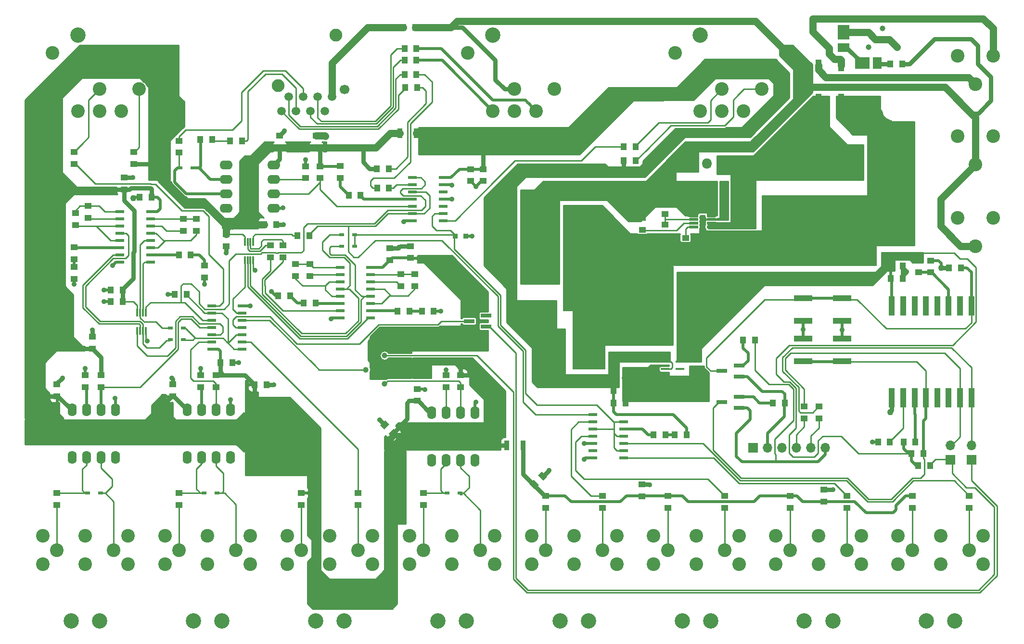
<source format=gbr>
G04 #@! TF.GenerationSoftware,KiCad,Pcbnew,5.1.4+dfsg1-1*
G04 #@! TF.CreationDate,2020-06-06T10:49:10+02:00*
G04 #@! TF.ProjectId,Midi_Merger,4d696469-5f4d-4657-9267-65722e6b6963,rev?*
G04 #@! TF.SameCoordinates,Original*
G04 #@! TF.FileFunction,Copper,L1,Top*
G04 #@! TF.FilePolarity,Positive*
%FSLAX46Y46*%
G04 Gerber Fmt 4.6, Leading zero omitted, Abs format (unit mm)*
G04 Created by KiCad (PCBNEW 5.1.4+dfsg1-1) date 2020-06-06 10:49:10*
%MOMM*%
%LPD*%
G04 APERTURE LIST*
%ADD10R,1.000000X1.300000*%
%ADD11R,0.300000X1.450000*%
%ADD12R,1.300000X1.000000*%
%ADD13R,0.900000X0.600000*%
%ADD14C,2.700000*%
%ADD15C,2.400000*%
%ADD16R,1.500000X0.600000*%
%ADD17O,2.286000X1.574800*%
%ADD18O,1.574800X2.286000*%
%ADD19R,0.900000X0.900000*%
%ADD20R,3.200000X1.000000*%
%ADD21R,3.050000X2.750000*%
%ADD22R,6.400000X5.800000*%
%ADD23R,2.200000X1.200000*%
%ADD24C,0.100000*%
%ADD25C,1.100000*%
%ADD26C,0.500000*%
%ADD27C,0.650000*%
%ADD28R,1.000000X3.500000*%
%ADD29R,2.400300X4.900000*%
%ADD30R,1.500000X0.400000*%
%ADD31O,1.700000X1.700000*%
%ADD32R,1.700000X1.700000*%
%ADD33R,1.900000X0.800000*%
%ADD34R,4.000000X2.500000*%
%ADD35C,1.000000*%
%ADD36R,1.000000X2.000000*%
%ADD37O,1.800000X1.800000*%
%ADD38R,1.800000X1.800000*%
%ADD39R,1.500000X2.100000*%
%ADD40R,2.500000X2.100000*%
%ADD41R,2.100000X2.500000*%
%ADD42R,2.100000X1.500000*%
%ADD43C,1.500000*%
%ADD44C,2.250000*%
%ADD45C,1.700000*%
%ADD46R,0.900000X1.700000*%
%ADD47C,0.890000*%
%ADD48C,0.600000*%
%ADD49C,0.508000*%
%ADD50C,1.270000*%
%ADD51C,0.762000*%
%ADD52C,0.254000*%
%ADD53C,0.250000*%
%ADD54C,0.200000*%
G04 APERTURE END LIST*
D10*
X68425000Y-98150000D03*
X66325000Y-98150000D03*
D11*
X57050000Y-99280000D03*
X57550000Y-99280000D03*
X58050000Y-99280000D03*
X58550000Y-99280000D03*
X58550000Y-102480000D03*
X58050000Y-102480000D03*
X57550000Y-102480000D03*
X57050000Y-102480000D03*
D10*
X111650000Y-101250000D03*
X113750000Y-101250000D03*
D12*
X68500000Y-103200000D03*
X68500000Y-105300000D03*
X84500000Y-104950000D03*
X84500000Y-107050000D03*
X29500000Y-92950000D03*
X29500000Y-95050000D03*
X46250000Y-95200000D03*
X46250000Y-97300000D03*
D10*
X132700000Y-133250000D03*
X134800000Y-133250000D03*
D13*
X47893000Y-86250000D03*
X45607000Y-86250000D03*
X76393000Y-100000000D03*
X74107000Y-100000000D03*
D10*
X62950000Y-108750000D03*
X65050000Y-108750000D03*
D13*
X76393000Y-98000000D03*
X74107000Y-98000000D03*
X92607000Y-143500000D03*
X94893000Y-143500000D03*
D10*
X90300000Y-111500000D03*
X88200000Y-111500000D03*
D13*
X49857000Y-143500000D03*
X52143000Y-143500000D03*
D12*
X27000000Y-105800000D03*
X27000000Y-103700000D03*
D13*
X46243000Y-114400000D03*
X43957000Y-114400000D03*
X46243000Y-116420000D03*
X43957000Y-116420000D03*
X29357000Y-143500000D03*
X31643000Y-143500000D03*
D12*
X50000000Y-105550000D03*
X50000000Y-103450000D03*
D14*
X182000000Y-166000000D03*
X177000000Y-166000000D03*
D15*
X187000000Y-151000000D03*
X187000000Y-156000000D03*
X179500000Y-151000000D03*
X172000000Y-151000000D03*
X179500000Y-156000000D03*
X172000000Y-156000000D03*
X184500000Y-153500000D03*
X174500000Y-153500000D03*
D14*
X139000000Y-166000000D03*
X134000000Y-166000000D03*
D15*
X144000000Y-151000000D03*
X144000000Y-156000000D03*
X136500000Y-151000000D03*
X129000000Y-151000000D03*
X136500000Y-156000000D03*
X129000000Y-156000000D03*
X141500000Y-153500000D03*
X131500000Y-153500000D03*
D14*
X160500000Y-166000000D03*
X155500000Y-166000000D03*
D15*
X165500000Y-151000000D03*
X165500000Y-156000000D03*
X158000000Y-151000000D03*
X150500000Y-151000000D03*
X158000000Y-156000000D03*
X150500000Y-156000000D03*
X163000000Y-153500000D03*
X153000000Y-153500000D03*
D14*
X96000000Y-166000000D03*
X91000000Y-166000000D03*
D15*
X101000000Y-151000000D03*
X101000000Y-156000000D03*
X93500000Y-151000000D03*
X86000000Y-151000000D03*
X93500000Y-156000000D03*
X86000000Y-156000000D03*
X98500000Y-153500000D03*
X88500000Y-153500000D03*
D14*
X117500000Y-166000000D03*
X112500000Y-166000000D03*
D15*
X122500000Y-151000000D03*
X122500000Y-156000000D03*
X115000000Y-151000000D03*
X107500000Y-151000000D03*
X115000000Y-156000000D03*
X107500000Y-156000000D03*
X120000000Y-153500000D03*
X110000000Y-153500000D03*
D14*
X53000000Y-166000000D03*
X48000000Y-166000000D03*
D15*
X58000000Y-151000000D03*
X58000000Y-156000000D03*
X50500000Y-151000000D03*
X43000000Y-151000000D03*
X50500000Y-156000000D03*
X43000000Y-156000000D03*
X55500000Y-153500000D03*
X45500000Y-153500000D03*
D14*
X74500000Y-166000000D03*
X69500000Y-166000000D03*
D15*
X79500000Y-151000000D03*
X79500000Y-156000000D03*
X72000000Y-151000000D03*
X64500000Y-151000000D03*
X72000000Y-156000000D03*
X64500000Y-156000000D03*
X77000000Y-153500000D03*
X67000000Y-153500000D03*
D14*
X31500000Y-166000000D03*
X26500000Y-166000000D03*
D15*
X36500000Y-151000000D03*
X36500000Y-156000000D03*
X29000000Y-151000000D03*
X21500000Y-151000000D03*
X29000000Y-156000000D03*
X21500000Y-156000000D03*
X34000000Y-153500000D03*
X24000000Y-153500000D03*
D10*
X131050000Y-133250000D03*
X128950000Y-133250000D03*
D12*
X70250000Y-85950000D03*
X70250000Y-88050000D03*
D10*
X80325000Y-89750000D03*
X82425000Y-89750000D03*
X49200000Y-81250000D03*
X51300000Y-81250000D03*
D12*
X67750000Y-85950000D03*
X67750000Y-88050000D03*
D10*
X82375000Y-86375000D03*
X80275000Y-86375000D03*
X67450000Y-110000000D03*
X69550000Y-110000000D03*
D12*
X184500000Y-146050000D03*
X184500000Y-143950000D03*
X141500000Y-146050000D03*
X141500000Y-143950000D03*
X66000000Y-103200000D03*
X66000000Y-105300000D03*
X174500000Y-146050000D03*
X174500000Y-143950000D03*
X131500000Y-146050000D03*
X131500000Y-143950000D03*
X163000000Y-146050000D03*
X163000000Y-143950000D03*
X95000000Y-122700000D03*
X95000000Y-124800000D03*
X88500000Y-143450000D03*
X88500000Y-145550000D03*
X92500000Y-122700000D03*
X92500000Y-124800000D03*
X153000000Y-146050000D03*
X153000000Y-143950000D03*
X120000000Y-146050000D03*
X120000000Y-143950000D03*
D10*
X86050000Y-111500000D03*
X83950000Y-111500000D03*
D12*
X87000000Y-104950000D03*
X87000000Y-107050000D03*
X110000000Y-146050000D03*
X110000000Y-143950000D03*
X52000000Y-122700000D03*
X52000000Y-124800000D03*
X45500000Y-143450000D03*
X45500000Y-145550000D03*
X49250000Y-122700000D03*
X49250000Y-124800000D03*
X27000000Y-83450000D03*
X27000000Y-85550000D03*
X37500000Y-83450000D03*
X37500000Y-85550000D03*
X27000000Y-102300000D03*
X27000000Y-100200000D03*
X77000000Y-145550000D03*
X77000000Y-143450000D03*
X27250000Y-94200000D03*
X27250000Y-96300000D03*
D10*
X46840000Y-108460000D03*
X44740000Y-108460000D03*
D12*
X67000000Y-145550000D03*
X67000000Y-143450000D03*
X31750000Y-122700000D03*
X31750000Y-124800000D03*
X24000000Y-143450000D03*
X24000000Y-145550000D03*
X29000000Y-122700000D03*
X29000000Y-124800000D03*
D10*
X47540000Y-101520000D03*
X45440000Y-101520000D03*
D12*
X48500000Y-95200000D03*
X48500000Y-97300000D03*
D16*
X86550000Y-87940000D03*
X86550000Y-89210000D03*
X86550000Y-90480000D03*
X86550000Y-91750000D03*
X86550000Y-93020000D03*
X86550000Y-94290000D03*
X86550000Y-95560000D03*
X91950000Y-95560000D03*
X91950000Y-94290000D03*
X91950000Y-93020000D03*
X91950000Y-91750000D03*
X91950000Y-90480000D03*
X91950000Y-89210000D03*
X91950000Y-87940000D03*
X73810000Y-103795000D03*
X73810000Y-105065000D03*
X73810000Y-106335000D03*
X73810000Y-107605000D03*
X73810000Y-108875000D03*
X73810000Y-110145000D03*
X73810000Y-111415000D03*
X73810000Y-112685000D03*
X79210000Y-112685000D03*
X79210000Y-111415000D03*
X79210000Y-110145000D03*
X79210000Y-108875000D03*
X79210000Y-107605000D03*
X79210000Y-106335000D03*
X79210000Y-105065000D03*
X79210000Y-103795000D03*
X118300000Y-129690000D03*
X118300000Y-130960000D03*
X118300000Y-132230000D03*
X118300000Y-133500000D03*
X118300000Y-134770000D03*
X118300000Y-136040000D03*
X118300000Y-137310000D03*
X123700000Y-137310000D03*
X123700000Y-136040000D03*
X123700000Y-134770000D03*
X123700000Y-133500000D03*
X123700000Y-132230000D03*
X123700000Y-130960000D03*
X123700000Y-129690000D03*
X56600000Y-118110000D03*
X56600000Y-116840000D03*
X56600000Y-115570000D03*
X56600000Y-114300000D03*
X56600000Y-113030000D03*
X56600000Y-111760000D03*
X56600000Y-110490000D03*
X51200000Y-110490000D03*
X51200000Y-111760000D03*
X51200000Y-113030000D03*
X51200000Y-114300000D03*
X51200000Y-115570000D03*
X51200000Y-116840000D03*
X51200000Y-118110000D03*
X35050000Y-93905000D03*
X35050000Y-95175000D03*
X35050000Y-96445000D03*
X35050000Y-97715000D03*
X35050000Y-98985000D03*
X35050000Y-100255000D03*
X35050000Y-101525000D03*
X35050000Y-102795000D03*
X40450000Y-102795000D03*
X40450000Y-101525000D03*
X40450000Y-100255000D03*
X40450000Y-98985000D03*
X40450000Y-97715000D03*
X40450000Y-96445000D03*
X40450000Y-95175000D03*
X40450000Y-93905000D03*
D10*
X125800000Y-82500000D03*
X123700000Y-82500000D03*
X125800000Y-85000000D03*
X123700000Y-85000000D03*
D17*
X62200000Y-85690000D03*
X53800000Y-93310000D03*
X53800000Y-85690000D03*
X53800000Y-88230000D03*
X53800000Y-90770000D03*
X62200000Y-93310000D03*
X62200000Y-90770000D03*
X62200000Y-88230000D03*
D18*
X26690000Y-128800000D03*
X34310000Y-137200000D03*
X26690000Y-137200000D03*
X29230000Y-137200000D03*
X31770000Y-137200000D03*
X34310000Y-128800000D03*
X31770000Y-128800000D03*
X29230000Y-128800000D03*
D10*
X35550000Y-109750000D03*
X33450000Y-109750000D03*
X35550000Y-107750000D03*
X33450000Y-107750000D03*
D14*
X137190000Y-62860000D03*
D15*
X141000000Y-76200000D03*
X132750000Y-66030000D03*
X141000000Y-72385000D03*
X137190000Y-76200000D03*
X144810000Y-76200000D03*
X147980000Y-72385000D03*
D14*
X100690000Y-62860000D03*
D15*
X104500000Y-76200000D03*
X96250000Y-66030000D03*
X104500000Y-72385000D03*
X100690000Y-76200000D03*
X108310000Y-76200000D03*
X111480000Y-72385000D03*
D14*
X27690000Y-62860000D03*
D15*
X31500000Y-76200000D03*
X23250000Y-66030000D03*
X31500000Y-72385000D03*
X27690000Y-76200000D03*
X35310000Y-76200000D03*
X38480000Y-72385000D03*
D18*
X89940000Y-129300000D03*
X97560000Y-137700000D03*
X89940000Y-137700000D03*
X92480000Y-137700000D03*
X95020000Y-137700000D03*
X97560000Y-129300000D03*
X95020000Y-129300000D03*
X92480000Y-129300000D03*
X46940000Y-128800000D03*
X54560000Y-137200000D03*
X46940000Y-137200000D03*
X49480000Y-137200000D03*
X52020000Y-137200000D03*
X54560000Y-128800000D03*
X52020000Y-128800000D03*
X49480000Y-128800000D03*
D12*
X73825000Y-88025000D03*
X73825000Y-85925000D03*
D10*
X75325000Y-91050000D03*
X77425000Y-91050000D03*
D19*
X94050000Y-98250000D03*
X95950000Y-98250000D03*
D20*
X162121080Y-116258200D03*
X155321080Y-116258200D03*
X155321080Y-120258200D03*
X162121080Y-120258200D03*
X155321080Y-109148740D03*
X162121080Y-109148740D03*
X162121080Y-113148740D03*
X155321080Y-113148740D03*
D21*
X115175000Y-109525000D03*
X118525000Y-106475000D03*
X115175000Y-106475000D03*
X118525000Y-109525000D03*
D22*
X116850000Y-108000000D03*
D23*
X110550000Y-110280000D03*
X110550000Y-105720000D03*
D24*
G36*
X137924504Y-94701204D02*
G01*
X137948773Y-94704804D01*
X137972571Y-94710765D01*
X137995671Y-94719030D01*
X138017849Y-94729520D01*
X138038893Y-94742133D01*
X138058598Y-94756747D01*
X138076777Y-94773223D01*
X138093253Y-94791402D01*
X138107867Y-94811107D01*
X138120480Y-94832151D01*
X138130970Y-94854329D01*
X138139235Y-94877429D01*
X138145196Y-94901227D01*
X138148796Y-94925496D01*
X138150000Y-94950000D01*
X138150000Y-96350000D01*
X138148796Y-96374504D01*
X138145196Y-96398773D01*
X138139235Y-96422571D01*
X138130970Y-96445671D01*
X138120480Y-96467849D01*
X138107867Y-96488893D01*
X138093253Y-96508598D01*
X138076777Y-96526777D01*
X138058598Y-96543253D01*
X138038893Y-96557867D01*
X138017849Y-96570480D01*
X137995671Y-96580970D01*
X137972571Y-96589235D01*
X137948773Y-96595196D01*
X137924504Y-96598796D01*
X137900000Y-96600000D01*
X137300000Y-96600000D01*
X137275496Y-96598796D01*
X137251227Y-96595196D01*
X137227429Y-96589235D01*
X137204329Y-96580970D01*
X137182151Y-96570480D01*
X137161107Y-96557867D01*
X137141402Y-96543253D01*
X137123223Y-96526777D01*
X137106747Y-96508598D01*
X137092133Y-96488893D01*
X137079520Y-96467849D01*
X137069030Y-96445671D01*
X137060765Y-96422571D01*
X137054804Y-96398773D01*
X137051204Y-96374504D01*
X137050000Y-96350000D01*
X137050000Y-94950000D01*
X137051204Y-94925496D01*
X137054804Y-94901227D01*
X137060765Y-94877429D01*
X137069030Y-94854329D01*
X137079520Y-94832151D01*
X137092133Y-94811107D01*
X137106747Y-94791402D01*
X137123223Y-94773223D01*
X137141402Y-94756747D01*
X137161107Y-94742133D01*
X137182151Y-94729520D01*
X137204329Y-94719030D01*
X137227429Y-94710765D01*
X137251227Y-94704804D01*
X137275496Y-94701204D01*
X137300000Y-94700000D01*
X137900000Y-94700000D01*
X137924504Y-94701204D01*
X137924504Y-94701204D01*
G37*
D25*
X137600000Y-95650000D03*
D26*
X137600000Y-96400000D03*
D27*
X137600000Y-95650000D03*
D26*
X137600000Y-94900000D03*
D24*
G36*
X139862252Y-96375602D02*
G01*
X139874386Y-96377402D01*
X139886286Y-96380382D01*
X139897835Y-96384515D01*
X139908925Y-96389760D01*
X139919446Y-96396066D01*
X139929299Y-96403374D01*
X139938388Y-96411612D01*
X139946626Y-96420701D01*
X139953934Y-96430554D01*
X139960240Y-96441075D01*
X139965485Y-96452165D01*
X139969618Y-96463714D01*
X139972598Y-96475614D01*
X139974398Y-96487748D01*
X139975000Y-96500000D01*
X139975000Y-96750000D01*
X139974398Y-96762252D01*
X139972598Y-96774386D01*
X139969618Y-96786286D01*
X139965485Y-96797835D01*
X139960240Y-96808925D01*
X139953934Y-96819446D01*
X139946626Y-96829299D01*
X139938388Y-96838388D01*
X139929299Y-96846626D01*
X139919446Y-96853934D01*
X139908925Y-96860240D01*
X139897835Y-96865485D01*
X139886286Y-96869618D01*
X139874386Y-96872598D01*
X139862252Y-96874398D01*
X139850000Y-96875000D01*
X138475000Y-96875000D01*
X138462748Y-96874398D01*
X138450614Y-96872598D01*
X138438714Y-96869618D01*
X138427165Y-96865485D01*
X138416075Y-96860240D01*
X138405554Y-96853934D01*
X138395701Y-96846626D01*
X138386612Y-96838388D01*
X138378374Y-96829299D01*
X138371066Y-96819446D01*
X138364760Y-96808925D01*
X138359515Y-96797835D01*
X138355382Y-96786286D01*
X138352402Y-96774386D01*
X138350602Y-96762252D01*
X138350000Y-96750000D01*
X138350000Y-96500000D01*
X138350602Y-96487748D01*
X138352402Y-96475614D01*
X138355382Y-96463714D01*
X138359515Y-96452165D01*
X138364760Y-96441075D01*
X138371066Y-96430554D01*
X138378374Y-96420701D01*
X138386612Y-96411612D01*
X138395701Y-96403374D01*
X138405554Y-96396066D01*
X138416075Y-96389760D01*
X138427165Y-96384515D01*
X138438714Y-96380382D01*
X138450614Y-96377402D01*
X138462748Y-96375602D01*
X138475000Y-96375000D01*
X139850000Y-96375000D01*
X139862252Y-96375602D01*
X139862252Y-96375602D01*
G37*
D26*
X139162500Y-96625000D03*
D24*
G36*
X139862252Y-95725602D02*
G01*
X139874386Y-95727402D01*
X139886286Y-95730382D01*
X139897835Y-95734515D01*
X139908925Y-95739760D01*
X139919446Y-95746066D01*
X139929299Y-95753374D01*
X139938388Y-95761612D01*
X139946626Y-95770701D01*
X139953934Y-95780554D01*
X139960240Y-95791075D01*
X139965485Y-95802165D01*
X139969618Y-95813714D01*
X139972598Y-95825614D01*
X139974398Y-95837748D01*
X139975000Y-95850000D01*
X139975000Y-96100000D01*
X139974398Y-96112252D01*
X139972598Y-96124386D01*
X139969618Y-96136286D01*
X139965485Y-96147835D01*
X139960240Y-96158925D01*
X139953934Y-96169446D01*
X139946626Y-96179299D01*
X139938388Y-96188388D01*
X139929299Y-96196626D01*
X139919446Y-96203934D01*
X139908925Y-96210240D01*
X139897835Y-96215485D01*
X139886286Y-96219618D01*
X139874386Y-96222598D01*
X139862252Y-96224398D01*
X139850000Y-96225000D01*
X138475000Y-96225000D01*
X138462748Y-96224398D01*
X138450614Y-96222598D01*
X138438714Y-96219618D01*
X138427165Y-96215485D01*
X138416075Y-96210240D01*
X138405554Y-96203934D01*
X138395701Y-96196626D01*
X138386612Y-96188388D01*
X138378374Y-96179299D01*
X138371066Y-96169446D01*
X138364760Y-96158925D01*
X138359515Y-96147835D01*
X138355382Y-96136286D01*
X138352402Y-96124386D01*
X138350602Y-96112252D01*
X138350000Y-96100000D01*
X138350000Y-95850000D01*
X138350602Y-95837748D01*
X138352402Y-95825614D01*
X138355382Y-95813714D01*
X138359515Y-95802165D01*
X138364760Y-95791075D01*
X138371066Y-95780554D01*
X138378374Y-95770701D01*
X138386612Y-95761612D01*
X138395701Y-95753374D01*
X138405554Y-95746066D01*
X138416075Y-95739760D01*
X138427165Y-95734515D01*
X138438714Y-95730382D01*
X138450614Y-95727402D01*
X138462748Y-95725602D01*
X138475000Y-95725000D01*
X139850000Y-95725000D01*
X139862252Y-95725602D01*
X139862252Y-95725602D01*
G37*
D26*
X139162500Y-95975000D03*
D24*
G36*
X139862252Y-95075602D02*
G01*
X139874386Y-95077402D01*
X139886286Y-95080382D01*
X139897835Y-95084515D01*
X139908925Y-95089760D01*
X139919446Y-95096066D01*
X139929299Y-95103374D01*
X139938388Y-95111612D01*
X139946626Y-95120701D01*
X139953934Y-95130554D01*
X139960240Y-95141075D01*
X139965485Y-95152165D01*
X139969618Y-95163714D01*
X139972598Y-95175614D01*
X139974398Y-95187748D01*
X139975000Y-95200000D01*
X139975000Y-95450000D01*
X139974398Y-95462252D01*
X139972598Y-95474386D01*
X139969618Y-95486286D01*
X139965485Y-95497835D01*
X139960240Y-95508925D01*
X139953934Y-95519446D01*
X139946626Y-95529299D01*
X139938388Y-95538388D01*
X139929299Y-95546626D01*
X139919446Y-95553934D01*
X139908925Y-95560240D01*
X139897835Y-95565485D01*
X139886286Y-95569618D01*
X139874386Y-95572598D01*
X139862252Y-95574398D01*
X139850000Y-95575000D01*
X138475000Y-95575000D01*
X138462748Y-95574398D01*
X138450614Y-95572598D01*
X138438714Y-95569618D01*
X138427165Y-95565485D01*
X138416075Y-95560240D01*
X138405554Y-95553934D01*
X138395701Y-95546626D01*
X138386612Y-95538388D01*
X138378374Y-95529299D01*
X138371066Y-95519446D01*
X138364760Y-95508925D01*
X138359515Y-95497835D01*
X138355382Y-95486286D01*
X138352402Y-95474386D01*
X138350602Y-95462252D01*
X138350000Y-95450000D01*
X138350000Y-95200000D01*
X138350602Y-95187748D01*
X138352402Y-95175614D01*
X138355382Y-95163714D01*
X138359515Y-95152165D01*
X138364760Y-95141075D01*
X138371066Y-95130554D01*
X138378374Y-95120701D01*
X138386612Y-95111612D01*
X138395701Y-95103374D01*
X138405554Y-95096066D01*
X138416075Y-95089760D01*
X138427165Y-95084515D01*
X138438714Y-95080382D01*
X138450614Y-95077402D01*
X138462748Y-95075602D01*
X138475000Y-95075000D01*
X139850000Y-95075000D01*
X139862252Y-95075602D01*
X139862252Y-95075602D01*
G37*
D26*
X139162500Y-95325000D03*
D24*
G36*
X139862252Y-94425602D02*
G01*
X139874386Y-94427402D01*
X139886286Y-94430382D01*
X139897835Y-94434515D01*
X139908925Y-94439760D01*
X139919446Y-94446066D01*
X139929299Y-94453374D01*
X139938388Y-94461612D01*
X139946626Y-94470701D01*
X139953934Y-94480554D01*
X139960240Y-94491075D01*
X139965485Y-94502165D01*
X139969618Y-94513714D01*
X139972598Y-94525614D01*
X139974398Y-94537748D01*
X139975000Y-94550000D01*
X139975000Y-94800000D01*
X139974398Y-94812252D01*
X139972598Y-94824386D01*
X139969618Y-94836286D01*
X139965485Y-94847835D01*
X139960240Y-94858925D01*
X139953934Y-94869446D01*
X139946626Y-94879299D01*
X139938388Y-94888388D01*
X139929299Y-94896626D01*
X139919446Y-94903934D01*
X139908925Y-94910240D01*
X139897835Y-94915485D01*
X139886286Y-94919618D01*
X139874386Y-94922598D01*
X139862252Y-94924398D01*
X139850000Y-94925000D01*
X138475000Y-94925000D01*
X138462748Y-94924398D01*
X138450614Y-94922598D01*
X138438714Y-94919618D01*
X138427165Y-94915485D01*
X138416075Y-94910240D01*
X138405554Y-94903934D01*
X138395701Y-94896626D01*
X138386612Y-94888388D01*
X138378374Y-94879299D01*
X138371066Y-94869446D01*
X138364760Y-94858925D01*
X138359515Y-94847835D01*
X138355382Y-94836286D01*
X138352402Y-94824386D01*
X138350602Y-94812252D01*
X138350000Y-94800000D01*
X138350000Y-94550000D01*
X138350602Y-94537748D01*
X138352402Y-94525614D01*
X138355382Y-94513714D01*
X138359515Y-94502165D01*
X138364760Y-94491075D01*
X138371066Y-94480554D01*
X138378374Y-94470701D01*
X138386612Y-94461612D01*
X138395701Y-94453374D01*
X138405554Y-94446066D01*
X138416075Y-94439760D01*
X138427165Y-94434515D01*
X138438714Y-94430382D01*
X138450614Y-94427402D01*
X138462748Y-94425602D01*
X138475000Y-94425000D01*
X139850000Y-94425000D01*
X139862252Y-94425602D01*
X139862252Y-94425602D01*
G37*
D26*
X139162500Y-94675000D03*
D24*
G36*
X136737252Y-94425602D02*
G01*
X136749386Y-94427402D01*
X136761286Y-94430382D01*
X136772835Y-94434515D01*
X136783925Y-94439760D01*
X136794446Y-94446066D01*
X136804299Y-94453374D01*
X136813388Y-94461612D01*
X136821626Y-94470701D01*
X136828934Y-94480554D01*
X136835240Y-94491075D01*
X136840485Y-94502165D01*
X136844618Y-94513714D01*
X136847598Y-94525614D01*
X136849398Y-94537748D01*
X136850000Y-94550000D01*
X136850000Y-94800000D01*
X136849398Y-94812252D01*
X136847598Y-94824386D01*
X136844618Y-94836286D01*
X136840485Y-94847835D01*
X136835240Y-94858925D01*
X136828934Y-94869446D01*
X136821626Y-94879299D01*
X136813388Y-94888388D01*
X136804299Y-94896626D01*
X136794446Y-94903934D01*
X136783925Y-94910240D01*
X136772835Y-94915485D01*
X136761286Y-94919618D01*
X136749386Y-94922598D01*
X136737252Y-94924398D01*
X136725000Y-94925000D01*
X135350000Y-94925000D01*
X135337748Y-94924398D01*
X135325614Y-94922598D01*
X135313714Y-94919618D01*
X135302165Y-94915485D01*
X135291075Y-94910240D01*
X135280554Y-94903934D01*
X135270701Y-94896626D01*
X135261612Y-94888388D01*
X135253374Y-94879299D01*
X135246066Y-94869446D01*
X135239760Y-94858925D01*
X135234515Y-94847835D01*
X135230382Y-94836286D01*
X135227402Y-94824386D01*
X135225602Y-94812252D01*
X135225000Y-94800000D01*
X135225000Y-94550000D01*
X135225602Y-94537748D01*
X135227402Y-94525614D01*
X135230382Y-94513714D01*
X135234515Y-94502165D01*
X135239760Y-94491075D01*
X135246066Y-94480554D01*
X135253374Y-94470701D01*
X135261612Y-94461612D01*
X135270701Y-94453374D01*
X135280554Y-94446066D01*
X135291075Y-94439760D01*
X135302165Y-94434515D01*
X135313714Y-94430382D01*
X135325614Y-94427402D01*
X135337748Y-94425602D01*
X135350000Y-94425000D01*
X136725000Y-94425000D01*
X136737252Y-94425602D01*
X136737252Y-94425602D01*
G37*
D26*
X136037500Y-94675000D03*
D24*
G36*
X136737252Y-95075602D02*
G01*
X136749386Y-95077402D01*
X136761286Y-95080382D01*
X136772835Y-95084515D01*
X136783925Y-95089760D01*
X136794446Y-95096066D01*
X136804299Y-95103374D01*
X136813388Y-95111612D01*
X136821626Y-95120701D01*
X136828934Y-95130554D01*
X136835240Y-95141075D01*
X136840485Y-95152165D01*
X136844618Y-95163714D01*
X136847598Y-95175614D01*
X136849398Y-95187748D01*
X136850000Y-95200000D01*
X136850000Y-95450000D01*
X136849398Y-95462252D01*
X136847598Y-95474386D01*
X136844618Y-95486286D01*
X136840485Y-95497835D01*
X136835240Y-95508925D01*
X136828934Y-95519446D01*
X136821626Y-95529299D01*
X136813388Y-95538388D01*
X136804299Y-95546626D01*
X136794446Y-95553934D01*
X136783925Y-95560240D01*
X136772835Y-95565485D01*
X136761286Y-95569618D01*
X136749386Y-95572598D01*
X136737252Y-95574398D01*
X136725000Y-95575000D01*
X135350000Y-95575000D01*
X135337748Y-95574398D01*
X135325614Y-95572598D01*
X135313714Y-95569618D01*
X135302165Y-95565485D01*
X135291075Y-95560240D01*
X135280554Y-95553934D01*
X135270701Y-95546626D01*
X135261612Y-95538388D01*
X135253374Y-95529299D01*
X135246066Y-95519446D01*
X135239760Y-95508925D01*
X135234515Y-95497835D01*
X135230382Y-95486286D01*
X135227402Y-95474386D01*
X135225602Y-95462252D01*
X135225000Y-95450000D01*
X135225000Y-95200000D01*
X135225602Y-95187748D01*
X135227402Y-95175614D01*
X135230382Y-95163714D01*
X135234515Y-95152165D01*
X135239760Y-95141075D01*
X135246066Y-95130554D01*
X135253374Y-95120701D01*
X135261612Y-95111612D01*
X135270701Y-95103374D01*
X135280554Y-95096066D01*
X135291075Y-95089760D01*
X135302165Y-95084515D01*
X135313714Y-95080382D01*
X135325614Y-95077402D01*
X135337748Y-95075602D01*
X135350000Y-95075000D01*
X136725000Y-95075000D01*
X136737252Y-95075602D01*
X136737252Y-95075602D01*
G37*
D26*
X136037500Y-95325000D03*
D24*
G36*
X136737252Y-95725602D02*
G01*
X136749386Y-95727402D01*
X136761286Y-95730382D01*
X136772835Y-95734515D01*
X136783925Y-95739760D01*
X136794446Y-95746066D01*
X136804299Y-95753374D01*
X136813388Y-95761612D01*
X136821626Y-95770701D01*
X136828934Y-95780554D01*
X136835240Y-95791075D01*
X136840485Y-95802165D01*
X136844618Y-95813714D01*
X136847598Y-95825614D01*
X136849398Y-95837748D01*
X136850000Y-95850000D01*
X136850000Y-96100000D01*
X136849398Y-96112252D01*
X136847598Y-96124386D01*
X136844618Y-96136286D01*
X136840485Y-96147835D01*
X136835240Y-96158925D01*
X136828934Y-96169446D01*
X136821626Y-96179299D01*
X136813388Y-96188388D01*
X136804299Y-96196626D01*
X136794446Y-96203934D01*
X136783925Y-96210240D01*
X136772835Y-96215485D01*
X136761286Y-96219618D01*
X136749386Y-96222598D01*
X136737252Y-96224398D01*
X136725000Y-96225000D01*
X135350000Y-96225000D01*
X135337748Y-96224398D01*
X135325614Y-96222598D01*
X135313714Y-96219618D01*
X135302165Y-96215485D01*
X135291075Y-96210240D01*
X135280554Y-96203934D01*
X135270701Y-96196626D01*
X135261612Y-96188388D01*
X135253374Y-96179299D01*
X135246066Y-96169446D01*
X135239760Y-96158925D01*
X135234515Y-96147835D01*
X135230382Y-96136286D01*
X135227402Y-96124386D01*
X135225602Y-96112252D01*
X135225000Y-96100000D01*
X135225000Y-95850000D01*
X135225602Y-95837748D01*
X135227402Y-95825614D01*
X135230382Y-95813714D01*
X135234515Y-95802165D01*
X135239760Y-95791075D01*
X135246066Y-95780554D01*
X135253374Y-95770701D01*
X135261612Y-95761612D01*
X135270701Y-95753374D01*
X135280554Y-95746066D01*
X135291075Y-95739760D01*
X135302165Y-95734515D01*
X135313714Y-95730382D01*
X135325614Y-95727402D01*
X135337748Y-95725602D01*
X135350000Y-95725000D01*
X136725000Y-95725000D01*
X136737252Y-95725602D01*
X136737252Y-95725602D01*
G37*
D26*
X136037500Y-95975000D03*
D24*
G36*
X136737252Y-96375602D02*
G01*
X136749386Y-96377402D01*
X136761286Y-96380382D01*
X136772835Y-96384515D01*
X136783925Y-96389760D01*
X136794446Y-96396066D01*
X136804299Y-96403374D01*
X136813388Y-96411612D01*
X136821626Y-96420701D01*
X136828934Y-96430554D01*
X136835240Y-96441075D01*
X136840485Y-96452165D01*
X136844618Y-96463714D01*
X136847598Y-96475614D01*
X136849398Y-96487748D01*
X136850000Y-96500000D01*
X136850000Y-96750000D01*
X136849398Y-96762252D01*
X136847598Y-96774386D01*
X136844618Y-96786286D01*
X136840485Y-96797835D01*
X136835240Y-96808925D01*
X136828934Y-96819446D01*
X136821626Y-96829299D01*
X136813388Y-96838388D01*
X136804299Y-96846626D01*
X136794446Y-96853934D01*
X136783925Y-96860240D01*
X136772835Y-96865485D01*
X136761286Y-96869618D01*
X136749386Y-96872598D01*
X136737252Y-96874398D01*
X136725000Y-96875000D01*
X135350000Y-96875000D01*
X135337748Y-96874398D01*
X135325614Y-96872598D01*
X135313714Y-96869618D01*
X135302165Y-96865485D01*
X135291075Y-96860240D01*
X135280554Y-96853934D01*
X135270701Y-96846626D01*
X135261612Y-96838388D01*
X135253374Y-96829299D01*
X135246066Y-96819446D01*
X135239760Y-96808925D01*
X135234515Y-96797835D01*
X135230382Y-96786286D01*
X135227402Y-96774386D01*
X135225602Y-96762252D01*
X135225000Y-96750000D01*
X135225000Y-96500000D01*
X135225602Y-96487748D01*
X135227402Y-96475614D01*
X135230382Y-96463714D01*
X135234515Y-96452165D01*
X135239760Y-96441075D01*
X135246066Y-96430554D01*
X135253374Y-96420701D01*
X135261612Y-96411612D01*
X135270701Y-96403374D01*
X135280554Y-96396066D01*
X135291075Y-96389760D01*
X135302165Y-96384515D01*
X135313714Y-96380382D01*
X135325614Y-96377402D01*
X135337748Y-96375602D01*
X135350000Y-96375000D01*
X136725000Y-96375000D01*
X136737252Y-96375602D01*
X136737252Y-96375602D01*
G37*
D26*
X136037500Y-96625000D03*
D28*
X184900000Y-126700000D03*
X182900000Y-126700000D03*
X180900000Y-126700000D03*
X178900000Y-126700000D03*
X176900000Y-126700000D03*
X174900000Y-126700000D03*
X172900000Y-126700000D03*
X170900000Y-126700000D03*
X170900000Y-110500000D03*
X172900000Y-110500000D03*
X174900000Y-110500000D03*
X176900000Y-110500000D03*
X178900000Y-110500000D03*
X180900000Y-110500000D03*
X182900000Y-110500000D03*
X184900000Y-110500000D03*
D12*
X127000000Y-122050000D03*
X127000000Y-119950000D03*
X136750000Y-119950000D03*
X136750000Y-122050000D03*
X124500000Y-119950000D03*
X124500000Y-122050000D03*
D10*
X144750000Y-116550000D03*
X146850000Y-116550000D03*
X176450000Y-136500000D03*
X174350000Y-136500000D03*
X152050000Y-127600000D03*
X149950000Y-127600000D03*
X175050000Y-134500000D03*
X172950000Y-134500000D03*
D12*
X175634940Y-102532080D03*
X175634940Y-104632080D03*
X131000000Y-94400000D03*
X131000000Y-92300000D03*
X131000000Y-96250000D03*
X131000000Y-98350000D03*
X127000000Y-97150000D03*
X127000000Y-95050000D03*
D29*
X151000000Y-84900000D03*
X151000000Y-94200000D03*
X164000000Y-94200000D03*
X164000000Y-84900000D03*
D10*
X54850000Y-120500000D03*
X52750000Y-120500000D03*
X170706360Y-103528740D03*
X172806360Y-103528740D03*
X180950000Y-103800000D03*
X183050000Y-103800000D03*
D12*
X158050000Y-130350000D03*
X158050000Y-128250000D03*
X155500000Y-130350000D03*
X155500000Y-128250000D03*
D30*
X133660000Y-120350000D03*
X133660000Y-121650000D03*
X131000000Y-121650000D03*
X131000000Y-121000000D03*
X131000000Y-120350000D03*
D31*
X184900000Y-135060000D03*
D32*
X184900000Y-137600000D03*
D15*
X188700000Y-66500000D03*
X185600000Y-71500000D03*
X182500000Y-66500000D03*
X182500000Y-80600000D03*
X185600000Y-85600000D03*
X188700000Y-80600000D03*
X188700000Y-95000000D03*
X185600000Y-100000000D03*
X182500000Y-95000000D03*
D31*
X181200000Y-135060000D03*
D32*
X181200000Y-137600000D03*
D33*
X141000000Y-122000000D03*
X144000000Y-121050000D03*
X144000000Y-122950000D03*
X141000000Y-127500000D03*
X144000000Y-126550000D03*
X144000000Y-128450000D03*
D10*
X175550000Y-138600000D03*
X177650000Y-138600000D03*
D33*
X96500000Y-113200000D03*
X99500000Y-112250000D03*
X99500000Y-114150000D03*
D12*
X35800000Y-90050000D03*
X35800000Y-87950000D03*
D10*
X38550000Y-91400000D03*
X40650000Y-91400000D03*
D34*
X116300000Y-94250000D03*
X110200000Y-94250000D03*
X117550000Y-118750000D03*
X111450000Y-118750000D03*
D12*
X69600000Y-82650000D03*
X69600000Y-80550000D03*
X63200000Y-80550000D03*
X63200000Y-82650000D03*
X86200000Y-102100000D03*
X86200000Y-100000000D03*
X82600000Y-100350000D03*
X82600000Y-102450000D03*
D35*
X83142462Y-132942462D03*
D24*
G36*
X83955635Y-132836396D02*
G01*
X83036396Y-133755635D01*
X82329289Y-133048528D01*
X83248528Y-132129289D01*
X83955635Y-132836396D01*
X83955635Y-132836396D01*
G37*
D35*
X81657538Y-131457538D03*
D24*
G36*
X82470711Y-131351472D02*
G01*
X81551472Y-132270711D01*
X80844365Y-131563604D01*
X81763604Y-130644365D01*
X82470711Y-131351472D01*
X82470711Y-131351472D01*
G37*
D12*
X87400000Y-125150000D03*
X87400000Y-127250000D03*
D10*
X58750000Y-124400000D03*
X60850000Y-124400000D03*
D12*
X44400000Y-124350000D03*
X44400000Y-126450000D03*
X30200000Y-118050000D03*
X30200000Y-115950000D03*
X24000000Y-124350000D03*
X24000000Y-126450000D03*
D10*
X62600000Y-96200000D03*
X60500000Y-96200000D03*
D12*
X53750000Y-97950000D03*
X53750000Y-100050000D03*
D10*
X172836840Y-105664880D03*
X170736840Y-105664880D03*
D12*
X177753300Y-104632080D03*
X177753300Y-102532080D03*
D31*
X159200000Y-135500000D03*
X156660000Y-135500000D03*
X154120000Y-135500000D03*
X151580000Y-135500000D03*
X149040000Y-135500000D03*
D32*
X146500000Y-135500000D03*
D10*
X168458460Y-134516740D03*
X170558460Y-134516740D03*
D12*
X99000000Y-86450000D03*
X99000000Y-88550000D03*
X96750000Y-88550000D03*
X96750000Y-86450000D03*
D35*
X81650000Y-124250000D03*
X78350000Y-121750000D03*
X81650000Y-119250000D03*
D12*
X134600000Y-98550000D03*
X134600000Y-100650000D03*
X141600000Y-94350000D03*
X141600000Y-96450000D03*
D10*
X139350000Y-92000000D03*
X141450000Y-92000000D03*
X121950000Y-125400000D03*
X124050000Y-125400000D03*
X124050000Y-127600000D03*
X121950000Y-127600000D03*
D11*
X38150000Y-114900000D03*
X38650000Y-114900000D03*
X39150000Y-114900000D03*
X39650000Y-114900000D03*
X39650000Y-111700000D03*
X39150000Y-111700000D03*
X38650000Y-111700000D03*
X38150000Y-111700000D03*
D12*
X144000000Y-96450000D03*
X144000000Y-98550000D03*
D36*
X158000000Y-74200000D03*
X162000000Y-74200000D03*
X162000000Y-68200000D03*
X158000000Y-68200000D03*
D10*
X139350000Y-89900000D03*
X141450000Y-89900000D03*
D37*
X135820000Y-85500000D03*
X138360000Y-85500000D03*
D38*
X140900000Y-85500000D03*
D10*
X172750000Y-67900000D03*
X170650000Y-67900000D03*
D35*
X166800000Y-64950000D03*
X169300000Y-61650000D03*
X171800000Y-64950000D03*
D39*
X168330000Y-67800000D03*
D40*
X165670000Y-67800000D03*
D41*
X162400000Y-62370000D03*
D42*
X162400000Y-65030000D03*
D10*
X85250000Y-72100000D03*
X87350000Y-72100000D03*
X87250000Y-69800000D03*
X85150000Y-69800000D03*
X56550000Y-81500000D03*
X54450000Y-81500000D03*
D12*
X45500000Y-83550000D03*
X45500000Y-81450000D03*
D10*
X85150000Y-67300000D03*
X87250000Y-67300000D03*
X87250000Y-65200000D03*
X85150000Y-65200000D03*
X87050000Y-61500000D03*
X84950000Y-61500000D03*
D43*
X72440000Y-73700000D03*
X71170000Y-76240000D03*
X69900000Y-73700000D03*
X68630000Y-76240000D03*
X67360000Y-73700000D03*
X66090000Y-76240000D03*
X64820000Y-73700000D03*
X63550000Y-76240000D03*
D44*
X73080000Y-62900000D03*
X62920000Y-71790000D03*
D45*
X74595000Y-72430400D03*
D46*
X87250000Y-80100000D03*
X84350000Y-80100000D03*
D12*
X61600000Y-102000000D03*
X61600000Y-99900000D03*
X63800000Y-99900000D03*
X63800000Y-102000000D03*
D46*
X106050000Y-135100000D03*
X103150000Y-135100000D03*
D12*
X158900000Y-144950000D03*
X158900000Y-142850000D03*
X126900000Y-141950000D03*
X126900000Y-144050000D03*
D35*
X107957538Y-141942462D03*
D24*
G36*
X108063604Y-142755635D02*
G01*
X107144365Y-141836396D01*
X107851472Y-141129289D01*
X108770711Y-142048528D01*
X108063604Y-142755635D01*
X108063604Y-142755635D01*
G37*
D35*
X109442462Y-140457538D03*
D24*
G36*
X109548528Y-141270711D02*
G01*
X108629289Y-140351472D01*
X109336396Y-139644365D01*
X110255635Y-140563604D01*
X109548528Y-141270711D01*
X109548528Y-141270711D01*
G37*
D47*
X93500000Y-89250000D03*
X93500000Y-91750000D03*
X116750000Y-137500000D03*
X116750000Y-134750000D03*
X50000000Y-106750000D03*
X91500000Y-111500000D03*
X61750000Y-108000000D03*
X27000000Y-106750000D03*
X32250000Y-107750000D03*
X32250000Y-109750000D03*
X43500000Y-108500000D03*
X58000000Y-110500000D03*
X97750000Y-127500000D03*
X92500000Y-121750000D03*
X49250000Y-121500000D03*
X54500000Y-127000000D03*
X29000000Y-121500000D03*
X34250000Y-126750000D03*
X85000000Y-95750000D03*
X63750000Y-93250000D03*
X67750000Y-84750000D03*
X56000000Y-120500000D03*
D25*
X162000000Y-76000000D03*
X163500000Y-74500000D03*
X164500000Y-76500000D03*
X179600000Y-103800000D03*
X170600000Y-129200000D03*
X37400000Y-91600000D03*
D47*
X33800000Y-103400000D03*
X44200000Y-123200000D03*
X25000000Y-123200000D03*
X80800000Y-130600000D03*
X62200000Y-124400000D03*
X30200000Y-114800000D03*
X84200000Y-100200000D03*
X72200000Y-112800000D03*
X155321080Y-114698600D03*
X162121080Y-114739240D03*
X53750000Y-101250000D03*
X97750000Y-89500000D03*
X97000000Y-98250000D03*
X88750000Y-125250000D03*
X173500000Y-104500000D03*
X141800000Y-93200000D03*
X137200000Y-98600000D03*
X132400000Y-98600000D03*
X129600000Y-98600000D03*
X127200000Y-100000000D03*
X131000000Y-99800000D03*
X138600000Y-98000000D03*
X148600000Y-92000000D03*
X148600000Y-94200000D03*
X153200000Y-92000000D03*
X153200000Y-94200000D03*
X153200000Y-96600000D03*
X151000000Y-97600000D03*
X148600000Y-96800000D03*
X165800000Y-91800000D03*
X162000000Y-91800000D03*
X162000000Y-93800000D03*
X162000000Y-96600000D03*
X164200000Y-97400000D03*
X165708150Y-94200000D03*
X165600000Y-96800000D03*
X141400000Y-91000000D03*
X141000000Y-88900000D03*
X119000000Y-93400000D03*
X119000000Y-95400000D03*
X117800000Y-96200000D03*
X114600000Y-96200000D03*
X113600000Y-94600000D03*
X113800000Y-99800000D03*
X113800000Y-102600000D03*
X119800000Y-104000000D03*
X119600000Y-111800000D03*
X117600000Y-111800000D03*
X115600000Y-111800000D03*
X117000000Y-104000000D03*
X113800000Y-104000000D03*
X123800000Y-123200000D03*
X125200000Y-123200000D03*
X126600000Y-123200000D03*
X128000000Y-123200000D03*
X125000000Y-126400000D03*
X115400000Y-116800000D03*
X117600000Y-116800000D03*
X119600000Y-116800000D03*
X119600000Y-120600000D03*
X117600000Y-120600000D03*
X115400000Y-120600000D03*
D48*
X137600000Y-97400000D03*
X141500000Y-103000000D03*
X167500000Y-103000000D03*
X167500000Y-99500000D03*
X174500000Y-99500000D03*
X167000000Y-85500000D03*
X167000000Y-80500000D03*
X168000000Y-74000000D03*
X157500000Y-91500000D03*
X157500000Y-103000000D03*
X132000000Y-117000000D03*
X131500000Y-103500000D03*
X125500000Y-117000000D03*
D47*
X167500000Y-134500000D03*
X58820000Y-104300000D03*
X39920000Y-116700000D03*
X64000000Y-79750000D03*
D48*
X174500000Y-79000000D03*
X174500000Y-85500000D03*
D47*
X71200000Y-80600000D03*
X63850000Y-96200000D03*
X37350000Y-87925000D03*
X128300000Y-142000000D03*
X160500000Y-142900000D03*
X110600000Y-139500000D03*
D49*
X91950000Y-89210000D02*
X93460000Y-89210000D01*
X93460000Y-89210000D02*
X93500000Y-89250000D01*
X91950000Y-91750000D02*
X93500000Y-91750000D01*
X118300000Y-137310000D02*
X116940000Y-137310000D01*
X116940000Y-137310000D02*
X116750000Y-137500000D01*
X118300000Y-134770000D02*
X116770000Y-134770000D01*
X116770000Y-134770000D02*
X116750000Y-134750000D01*
X50000000Y-105550000D02*
X50000000Y-106750000D01*
X90300000Y-111500000D02*
X91500000Y-111500000D01*
X62950000Y-108750000D02*
X62500000Y-108750000D01*
X62500000Y-108750000D02*
X61750000Y-108000000D01*
X27000000Y-105800000D02*
X27000000Y-106750000D01*
X33450000Y-107750000D02*
X32250000Y-107750000D01*
X33450000Y-109750000D02*
X32250000Y-109750000D01*
X44740000Y-108460000D02*
X43540000Y-108460000D01*
X43540000Y-108460000D02*
X43500000Y-108500000D01*
X56600000Y-110490000D02*
X57990000Y-110490000D01*
X57990000Y-110490000D02*
X58000000Y-110500000D01*
X97560000Y-129300000D02*
X97560000Y-127690000D01*
X97560000Y-127690000D02*
X97750000Y-127500000D01*
X92500000Y-122700000D02*
X92500000Y-121750000D01*
X49250000Y-122700000D02*
X49250000Y-121500000D01*
X54560000Y-128800000D02*
X54560000Y-127060000D01*
X54560000Y-127060000D02*
X54500000Y-127000000D01*
X29000000Y-122700000D02*
X29000000Y-121500000D01*
X34310000Y-128800000D02*
X34310000Y-126810000D01*
X34310000Y-126810000D02*
X34250000Y-126750000D01*
X86550000Y-95560000D02*
X85190000Y-95560000D01*
X85190000Y-95560000D02*
X85000000Y-95750000D01*
X62200000Y-93310000D02*
X63690000Y-93310000D01*
X63690000Y-93310000D02*
X63750000Y-93250000D01*
X67750000Y-85950000D02*
X67750000Y-84750000D01*
X54850000Y-120500000D02*
X56000000Y-120500000D01*
D50*
X161670000Y-74275000D02*
X161670000Y-75670000D01*
X161670000Y-75670000D02*
X162000000Y-76000000D01*
X161670000Y-74275000D02*
X163275000Y-74275000D01*
X163275000Y-74275000D02*
X163500000Y-74500000D01*
X163500000Y-74500000D02*
X163500000Y-75500000D01*
X163500000Y-75500000D02*
X164500000Y-76500000D01*
D51*
X180950000Y-103800000D02*
X179600000Y-103800000D01*
X170900000Y-126700000D02*
X170900000Y-128900000D01*
X170900000Y-128900000D02*
X170600000Y-129200000D01*
D49*
X38550000Y-91400000D02*
X37600000Y-91400000D01*
X37600000Y-91400000D02*
X37400000Y-91600000D01*
X35050000Y-102795000D02*
X34405000Y-102795000D01*
X34405000Y-102795000D02*
X33800000Y-103400000D01*
D51*
X44400000Y-124350000D02*
X44400000Y-123400000D01*
X44400000Y-123400000D02*
X44200000Y-123200000D01*
X24000000Y-124350000D02*
X24000000Y-124200000D01*
X24000000Y-124200000D02*
X25000000Y-123200000D01*
X81657538Y-131457538D02*
X80800000Y-130600000D01*
X60850000Y-124400000D02*
X62200000Y-124400000D01*
X30200000Y-115950000D02*
X30200000Y-114800000D01*
X86200000Y-100000000D02*
X84400000Y-100000000D01*
X84400000Y-100000000D02*
X84200000Y-100200000D01*
X84050000Y-100350000D02*
X84200000Y-100200000D01*
X82600000Y-100350000D02*
X84050000Y-100350000D01*
D49*
X73810000Y-112685000D02*
X72315000Y-112685000D01*
X72315000Y-112685000D02*
X72200000Y-112800000D01*
X155321080Y-116271080D02*
X155400000Y-116350000D01*
X155321080Y-114698600D02*
X155321080Y-116271080D01*
X155321080Y-113148740D02*
X155321080Y-114698600D01*
X162121080Y-116271080D02*
X162200000Y-116350000D01*
X162121080Y-114739240D02*
X162121080Y-116271080D01*
X162121080Y-113148740D02*
X162121080Y-114739240D01*
D52*
X137925000Y-95325000D02*
X137600000Y-95650000D01*
X139162500Y-95325000D02*
X137925000Y-95325000D01*
D51*
X53750000Y-100050000D02*
X53750000Y-101250000D01*
D49*
X99000000Y-88550000D02*
X98700000Y-88550000D01*
X98700000Y-88550000D02*
X97750000Y-89500000D01*
X97700000Y-89500000D02*
X96750000Y-88550000D01*
X97750000Y-89500000D02*
X97700000Y-89500000D01*
X95950000Y-98250000D02*
X97000000Y-98250000D01*
X87400000Y-125150000D02*
X88650000Y-125150000D01*
X88650000Y-125150000D02*
X88750000Y-125250000D01*
X179109897Y-102532080D02*
X177753300Y-102532080D01*
X179600000Y-103800000D02*
X179600000Y-103022183D01*
X179600000Y-103022183D02*
X179109897Y-102532080D01*
D51*
X172806360Y-105634400D02*
X172836840Y-105664880D01*
X172806360Y-103528740D02*
X172806360Y-105634400D01*
X172806360Y-103528740D02*
X172806360Y-103806360D01*
X172806360Y-103806360D02*
X173500000Y-104500000D01*
X172836840Y-105163160D02*
X173500000Y-104500000D01*
X172836840Y-105664880D02*
X172836840Y-105163160D01*
D49*
X141450000Y-92000000D02*
X141450000Y-92850000D01*
X141450000Y-92850000D02*
X141800000Y-93200000D01*
X131000000Y-98350000D02*
X132150000Y-98350000D01*
X132150000Y-98350000D02*
X132400000Y-98600000D01*
X132400000Y-99229325D02*
X132600000Y-99429325D01*
X132400000Y-98600000D02*
X132400000Y-99229325D01*
X132600000Y-99429325D02*
X130429325Y-99429325D01*
X130429325Y-99429325D02*
X129600000Y-98600000D01*
X129600000Y-98600000D02*
X128600000Y-98600000D01*
X128600000Y-98600000D02*
X127200000Y-100000000D01*
X131000000Y-98350000D02*
X131000000Y-99800000D01*
X131000000Y-99800000D02*
X137800000Y-99800000D01*
X137800000Y-99800000D02*
X138600000Y-99000000D01*
X138600000Y-99000000D02*
X138600000Y-98000000D01*
X148600000Y-92000000D02*
X148600000Y-93600000D01*
X148600000Y-92000000D02*
X153200000Y-92000000D01*
X153200000Y-92000000D02*
X153200000Y-94200000D01*
X153200000Y-94200000D02*
X153200000Y-96600000D01*
X153200000Y-96600000D02*
X152000000Y-96600000D01*
X152000000Y-96600000D02*
X151000000Y-97600000D01*
X151000000Y-97600000D02*
X149400000Y-97600000D01*
X149400000Y-97600000D02*
X148600000Y-96800000D01*
X164000000Y-94200000D02*
X165708150Y-94200000D01*
X165800000Y-94108150D02*
X165800000Y-91800000D01*
X165800000Y-91800000D02*
X162000000Y-91800000D01*
X162000000Y-91800000D02*
X162000000Y-93800000D01*
X162000000Y-93800000D02*
X162000000Y-96600000D01*
X162000000Y-96600000D02*
X163400000Y-96600000D01*
X163400000Y-96600000D02*
X164200000Y-97400000D01*
X164200000Y-95708150D02*
X165708150Y-94200000D01*
X164200000Y-97400000D02*
X164200000Y-95708150D01*
X165800000Y-94108150D02*
X165708150Y-94200000D01*
X165708150Y-94200000D02*
X165708150Y-96691850D01*
X165708150Y-96691850D02*
X165600000Y-96800000D01*
X141450000Y-92000000D02*
X141450000Y-89650000D01*
X141450000Y-89650000D02*
X141000000Y-89200000D01*
X116300000Y-94250000D02*
X118150000Y-94250000D01*
X118150000Y-94250000D02*
X119000000Y-93400000D01*
X119000000Y-95400000D02*
X118600000Y-95400000D01*
X118600000Y-95400000D02*
X117800000Y-96200000D01*
X117800000Y-96200000D02*
X114600000Y-96200000D01*
X114600000Y-96200000D02*
X114600000Y-95600000D01*
X114600000Y-95600000D02*
X113600000Y-94600000D01*
X113750000Y-101250000D02*
X113750000Y-99850000D01*
X113750000Y-99850000D02*
X113800000Y-99800000D01*
X116850000Y-108000000D02*
X116850000Y-104592000D01*
X116850000Y-104592000D02*
X117442000Y-104000000D01*
X119800000Y-104000000D02*
X117442000Y-104000000D01*
X119800000Y-104000000D02*
X119800000Y-111600000D01*
X119800000Y-111600000D02*
X119600000Y-111800000D01*
X119600000Y-111800000D02*
X118000000Y-111800000D01*
X118000000Y-111800000D02*
X115600000Y-111800000D01*
X117442000Y-104000000D02*
X113800000Y-104000000D01*
X124500000Y-122050000D02*
X124500000Y-122500000D01*
X124500000Y-122500000D02*
X123800000Y-123200000D01*
X127000000Y-122050000D02*
X127000000Y-122800000D01*
X127000000Y-122800000D02*
X126600000Y-123200000D01*
X127000000Y-122050000D02*
X127000000Y-122200000D01*
X127000000Y-122200000D02*
X128000000Y-123200000D01*
D51*
X124950000Y-126450000D02*
X125000000Y-126400000D01*
X124050000Y-126450000D02*
X124950000Y-126450000D01*
X124050000Y-126450000D02*
X124050000Y-127600000D01*
X124050000Y-125400000D02*
X124050000Y-126450000D01*
D49*
X117550000Y-118750000D02*
X117350000Y-118750000D01*
X117350000Y-118750000D02*
X115400000Y-116800000D01*
X115400000Y-116800000D02*
X117600000Y-116800000D01*
X117550000Y-118750000D02*
X117550000Y-120550000D01*
X117550000Y-120550000D02*
X119550000Y-120550000D01*
X119550000Y-120550000D02*
X119600000Y-120600000D01*
X117550000Y-120508000D02*
X117458000Y-120600000D01*
X117550000Y-118750000D02*
X117550000Y-120508000D01*
X117458000Y-120600000D02*
X115400000Y-120600000D01*
X138600000Y-98000000D02*
X138000000Y-98000000D01*
X138000000Y-97800000D02*
X137600000Y-97400000D01*
X138000000Y-98000000D02*
X138000000Y-97800000D01*
X139044999Y-98444999D02*
X139044999Y-100544999D01*
X138600000Y-98000000D02*
X139044999Y-98444999D01*
X139044999Y-100544999D02*
X141500000Y-103000000D01*
X167500000Y-103000000D02*
X167500000Y-99500000D01*
X167500000Y-99500000D02*
X174500000Y-99500000D01*
X174500000Y-99500000D02*
X174500000Y-85500000D01*
X174500000Y-85500000D02*
X167000000Y-85500000D01*
X167000000Y-85500000D02*
X167000000Y-80500000D01*
X167000000Y-80500000D02*
X167000000Y-76000000D01*
X166000000Y-78000000D02*
X168000000Y-76000000D01*
X167000000Y-75000000D02*
X168000000Y-76000000D01*
X170000000Y-79000000D02*
X170000000Y-99000000D01*
X170000000Y-95000000D02*
X166000000Y-99000000D01*
X166000000Y-99000000D02*
X162000000Y-99000000D01*
X162000000Y-99000000D02*
X157500000Y-94500000D01*
X157500000Y-94500000D02*
X157500000Y-91500000D01*
X141500000Y-103000000D02*
X157500000Y-103000000D01*
X157500000Y-91500000D02*
X157500000Y-103000000D01*
X157500000Y-103000000D02*
X167500000Y-103000000D01*
X119600000Y-111800000D02*
X126800000Y-111800000D01*
X126800000Y-111800000D02*
X132000000Y-117000000D01*
X132000000Y-117000000D02*
X131500000Y-116500000D01*
X131500000Y-116500000D02*
X131500000Y-103500000D01*
X131500000Y-103500000D02*
X131500000Y-111000000D01*
X131500000Y-111000000D02*
X125500000Y-117000000D01*
X125500000Y-117000000D02*
X124500000Y-116000000D01*
X168458460Y-134516740D02*
X167516740Y-134516740D01*
X167516740Y-134516740D02*
X167500000Y-134500000D01*
D53*
X58550000Y-102480000D02*
X58550000Y-104030000D01*
X58550000Y-104030000D02*
X58820000Y-104300000D01*
X39650000Y-114900000D02*
X39650000Y-116430000D01*
X39650000Y-116430000D02*
X39920000Y-116700000D01*
D51*
X63200000Y-80550000D02*
X64000000Y-79750000D01*
D49*
X174500000Y-79000000D02*
X174500000Y-90500000D01*
D50*
X69600000Y-80550000D02*
X71150000Y-80550000D01*
X71150000Y-80550000D02*
X71200000Y-80600000D01*
D51*
X62600000Y-96200000D02*
X63850000Y-96200000D01*
X35800000Y-87950000D02*
X37325000Y-87950000D01*
X37325000Y-87950000D02*
X37350000Y-87925000D01*
X126900000Y-141950000D02*
X128250000Y-141950000D01*
X128250000Y-141950000D02*
X128300000Y-142000000D01*
X158900000Y-142850000D02*
X160450000Y-142850000D01*
X160450000Y-142850000D02*
X160500000Y-142900000D01*
X109442462Y-140457538D02*
X109642462Y-140457538D01*
X109642462Y-140457538D02*
X110600000Y-139500000D01*
D52*
X68500000Y-103200000D02*
X66000000Y-103200000D01*
X73810000Y-103795000D02*
X69095000Y-103795000D01*
X69095000Y-103795000D02*
X68500000Y-103200000D01*
X73810000Y-105065000D02*
X68735000Y-105065000D01*
X68735000Y-105065000D02*
X68500000Y-105300000D01*
X87000000Y-104950000D02*
X84500000Y-104950000D01*
X79210000Y-105065000D02*
X84385000Y-105065000D01*
X84385000Y-105065000D02*
X84500000Y-104950000D01*
X79210000Y-106335000D02*
X83785000Y-106335000D01*
X83785000Y-106335000D02*
X84500000Y-107050000D01*
X35050000Y-93905000D02*
X32405000Y-93905000D01*
X31450000Y-92950000D02*
X29500000Y-92950000D01*
X32405000Y-93905000D02*
X31450000Y-92950000D01*
X27250000Y-94200000D02*
X27250000Y-93750000D01*
X27250000Y-93750000D02*
X28050000Y-92950000D01*
X28050000Y-92950000D02*
X29500000Y-92950000D01*
X35050000Y-95175000D02*
X29625000Y-95175000D01*
X29625000Y-95175000D02*
X29500000Y-95050000D01*
X48500000Y-95200000D02*
X46250000Y-95200000D01*
X46225000Y-95175000D02*
X46250000Y-95200000D01*
X40450000Y-95175000D02*
X46225000Y-95175000D01*
X46250000Y-97300000D02*
X43300000Y-97300000D01*
X42445000Y-96445000D02*
X40450000Y-96445000D01*
X43300000Y-97300000D02*
X42445000Y-96445000D01*
D50*
X188700000Y-66500000D02*
X188700000Y-64700000D01*
X188700000Y-61700000D02*
X188700000Y-64700000D01*
X187000000Y-60000000D02*
X188700000Y-61700000D01*
X157000000Y-60000000D02*
X162000000Y-60000000D01*
X162000000Y-60000000D02*
X187000000Y-60000000D01*
X162000000Y-68200000D02*
X162000000Y-67300000D01*
X157000000Y-62300000D02*
X157000000Y-60000000D01*
X162000000Y-67300000D02*
X161800000Y-67100000D01*
X161800000Y-67100000D02*
X160800000Y-67100000D01*
X159850000Y-66150000D02*
X159850000Y-65150000D01*
X160800000Y-67100000D02*
X159850000Y-66150000D01*
X159850000Y-65150000D02*
X157000000Y-62300000D01*
X184400001Y-70300001D02*
X159300001Y-70300001D01*
X185600000Y-71500000D02*
X184400001Y-70300001D01*
X158000000Y-69000000D02*
X158000000Y-68200000D01*
X159300001Y-70300001D02*
X158000000Y-69000000D01*
D49*
X49250000Y-83000000D02*
X49250000Y-81300000D01*
X49250000Y-81300000D02*
X49200000Y-81250000D01*
X47893000Y-86250000D02*
X49000000Y-86250000D01*
X49000000Y-86250000D02*
X49250000Y-86000000D01*
X49250000Y-86000000D02*
X49250000Y-83000000D01*
X49250000Y-83000000D02*
X49250000Y-82750000D01*
X50980000Y-88230000D02*
X53800000Y-88230000D01*
X49000000Y-86250000D02*
X50980000Y-88230000D01*
D52*
X122000000Y-132750000D02*
X122000000Y-135500000D01*
X122540000Y-136040000D02*
X123700000Y-136040000D01*
X122000000Y-135500000D02*
X122540000Y-136040000D01*
X122000000Y-132750000D02*
X122000000Y-133000000D01*
X122500000Y-133500000D02*
X123700000Y-133500000D01*
X122000000Y-133000000D02*
X122500000Y-133500000D01*
X93950000Y-98250000D02*
X93950000Y-97950000D01*
X93950000Y-97950000D02*
X93250000Y-97250000D01*
X90460000Y-94290000D02*
X91950000Y-94290000D01*
X90000000Y-94750000D02*
X90460000Y-94290000D01*
X90000000Y-96500000D02*
X90000000Y-94750000D01*
X90750000Y-97250000D02*
X90000000Y-96500000D01*
X93250000Y-97250000D02*
X90750000Y-97250000D01*
X123700000Y-130960000D02*
X122000000Y-130960000D01*
X122000000Y-130960000D02*
X121960000Y-130960000D01*
X93950000Y-100557944D02*
X93950000Y-98250000D01*
X87000000Y-98000000D02*
X91500000Y-98000000D01*
X91500000Y-98000000D02*
X93700000Y-98000000D01*
X93700000Y-98000000D02*
X93950000Y-98250000D01*
X76393000Y-98000000D02*
X87000000Y-98000000D01*
D53*
X76393000Y-98000000D02*
X76393000Y-100000000D01*
X102077009Y-113940599D02*
X106450010Y-118313600D01*
X101696028Y-108306790D02*
X102077009Y-108687771D01*
D52*
X101696028Y-108303972D02*
X93950000Y-100557944D01*
D53*
X102077009Y-108687771D02*
X102077009Y-113940599D01*
X101696028Y-108303972D02*
X101696028Y-108306790D01*
X106450010Y-118313600D02*
X106450010Y-125950010D01*
X108500000Y-128000000D02*
X119000000Y-128000000D01*
X106450010Y-125950010D02*
X108500000Y-128000000D01*
D52*
X121960000Y-130960000D02*
X119000000Y-128000000D01*
X121970000Y-132230000D02*
X122000000Y-132200000D01*
X118300000Y-132230000D02*
X121970000Y-132230000D01*
X122000000Y-130960000D02*
X122000000Y-132200000D01*
X122000000Y-132200000D02*
X122000000Y-132750000D01*
X74107000Y-100000000D02*
X72250000Y-100000000D01*
X77625000Y-108875000D02*
X79210000Y-108875000D01*
X76500000Y-107750000D02*
X77625000Y-108875000D01*
X76500000Y-103357944D02*
X76500000Y-107750000D01*
X74688054Y-101545998D02*
X76500000Y-103357944D01*
X72250000Y-101545998D02*
X74688054Y-101545998D01*
X72000000Y-101295998D02*
X72250000Y-101545998D01*
X72000000Y-100250000D02*
X72000000Y-101295998D01*
X72250000Y-100000000D02*
X72000000Y-100250000D01*
D53*
X78075000Y-108875000D02*
X79210000Y-108875000D01*
X58050000Y-102480000D02*
X58050000Y-107013602D01*
X74953604Y-115839998D02*
X77470000Y-113323602D01*
X58050000Y-107013602D02*
X66876396Y-115839998D01*
X77470000Y-109480000D02*
X78075000Y-108875000D01*
X66876396Y-115839998D02*
X74953604Y-115839998D01*
X77470000Y-113323602D02*
X77470000Y-109480000D01*
D49*
X67450000Y-110000000D02*
X66300000Y-110000000D01*
X66300000Y-110000000D02*
X65050000Y-108750000D01*
D52*
X73810000Y-107605000D02*
X74895000Y-107605000D01*
X72000000Y-98000000D02*
X74107000Y-98000000D01*
X70750000Y-99250000D02*
X72000000Y-98000000D01*
X70750000Y-100750000D02*
X70750000Y-99250000D01*
X72000000Y-102000000D02*
X70750000Y-100750000D01*
X74500000Y-102000000D02*
X72000000Y-102000000D01*
X75500000Y-103000000D02*
X74500000Y-102000000D01*
X75500000Y-107000000D02*
X75500000Y-103000000D01*
X74895000Y-107605000D02*
X75500000Y-107000000D01*
D53*
X75415000Y-107605000D02*
X73810000Y-107605000D01*
X77019998Y-109209998D02*
X75415000Y-107605000D01*
X77019998Y-113137206D02*
X77019998Y-109209998D01*
X74767208Y-115389996D02*
X77019998Y-113137206D01*
X67062792Y-115389996D02*
X74767208Y-115389996D01*
X60140000Y-108467204D02*
X67062792Y-115389996D01*
D52*
X60138001Y-105773933D02*
X60138001Y-107838001D01*
X61600000Y-104311934D02*
X60138001Y-105773933D01*
X60138001Y-107838001D02*
X60140000Y-107840000D01*
X61600000Y-102000000D02*
X61600000Y-104311934D01*
D53*
X60140000Y-107840000D02*
X60140000Y-108467204D01*
D52*
X92607000Y-143500000D02*
X92000000Y-143500000D01*
X91500000Y-139250000D02*
X92480000Y-138270000D01*
X91500000Y-143000000D02*
X91500000Y-139250000D01*
X92000000Y-143500000D02*
X91500000Y-143000000D01*
X92480000Y-138270000D02*
X92480000Y-137700000D01*
X92607000Y-143500000D02*
X88550000Y-143500000D01*
X88550000Y-143500000D02*
X88500000Y-143450000D01*
X94893000Y-143500000D02*
X95500000Y-143500000D01*
X95500000Y-143500000D02*
X98500000Y-146500000D01*
X98500000Y-146500000D02*
X98500000Y-153500000D01*
X95020000Y-137700000D02*
X95020000Y-139020000D01*
X96500000Y-142500000D02*
X95500000Y-143500000D01*
X96500000Y-140500000D02*
X96500000Y-142500000D01*
X95020000Y-139020000D02*
X96500000Y-140500000D01*
X94893000Y-143750000D02*
X95250000Y-143750000D01*
D49*
X86050000Y-111500000D02*
X88200000Y-111500000D01*
D52*
X49857000Y-143500000D02*
X45550000Y-143500000D01*
X45550000Y-143500000D02*
X45500000Y-143450000D01*
X49857000Y-143500000D02*
X49250000Y-143500000D01*
X49430000Y-138320000D02*
X49430000Y-137100000D01*
X48500000Y-139250000D02*
X49430000Y-138320000D01*
X48500000Y-142750000D02*
X48500000Y-139250000D01*
X49250000Y-143500000D02*
X48500000Y-142750000D01*
X52143000Y-143500000D02*
X53000000Y-143500000D01*
X51970000Y-138720000D02*
X51970000Y-137100000D01*
X53250000Y-140000000D02*
X51970000Y-138720000D01*
X53250000Y-143250000D02*
X53250000Y-140000000D01*
X53000000Y-143500000D02*
X53250000Y-143250000D01*
X55500000Y-153500000D02*
X55500000Y-145500000D01*
X53500000Y-143500000D02*
X52143000Y-143500000D01*
X55500000Y-145500000D02*
X53500000Y-143500000D01*
D49*
X27000000Y-103700000D02*
X27000000Y-102300000D01*
D53*
X51200000Y-111760000D02*
X49990000Y-111760000D01*
X49990000Y-111760000D02*
X46840000Y-108610000D01*
X46840000Y-108610000D02*
X46840000Y-108460000D01*
X51200000Y-111760000D02*
X53040000Y-111760000D01*
D52*
X54080000Y-112800000D02*
X54080000Y-117030000D01*
D53*
X53040000Y-111760000D02*
X54080000Y-112800000D01*
X46083000Y-114550000D02*
X46670000Y-114550000D01*
X46670000Y-114550000D02*
X48320000Y-116200000D01*
X51000000Y-116200000D02*
X53250000Y-116200000D01*
X55160000Y-118110000D02*
X56600000Y-118110000D01*
D52*
X54080000Y-117030000D02*
X55160000Y-118110000D01*
D53*
X46443000Y-116500000D02*
X47900000Y-116500000D01*
X48200000Y-116200000D02*
X48320000Y-116200000D01*
D52*
X48320000Y-116200000D02*
X51000000Y-116200000D01*
D53*
X47900000Y-116500000D02*
X48200000Y-116200000D01*
D52*
X55596000Y-115570000D02*
X54241000Y-116925000D01*
X54241000Y-116925000D02*
X53975000Y-116925000D01*
X56600000Y-115570000D02*
X55596000Y-115570000D01*
D53*
X53250000Y-116200000D02*
X53975000Y-116925000D01*
X53975000Y-116925000D02*
X54080000Y-117030000D01*
X38650000Y-111700000D02*
X38650000Y-99750000D01*
X39415000Y-98985000D02*
X40450000Y-98985000D01*
X38650000Y-99750000D02*
X39415000Y-98985000D01*
X38789978Y-112799980D02*
X38797801Y-112799981D01*
X38650000Y-111700000D02*
X38650000Y-112660002D01*
X38650000Y-112660002D02*
X38789978Y-112799980D01*
X38797801Y-112799981D02*
X39347820Y-113350000D01*
X39347820Y-113350000D02*
X41450000Y-113350000D01*
X42500000Y-114400000D02*
X43957000Y-114400000D01*
X41450000Y-113350000D02*
X42500000Y-114400000D01*
X33320002Y-102756396D02*
X33916398Y-102160000D01*
X33916398Y-102160000D02*
X34460000Y-102160000D01*
X39150000Y-117250000D02*
X39800000Y-117900000D01*
X39150000Y-114900000D02*
X39150000Y-117250000D01*
X43777000Y-116600000D02*
X43957000Y-116420000D01*
X39800000Y-117900000D02*
X42000000Y-117900000D01*
X43300000Y-116600000D02*
X43777000Y-116600000D01*
X42000000Y-117900000D02*
X43300000Y-116600000D01*
X36165000Y-97715000D02*
X35050000Y-97715000D01*
X36600000Y-98150000D02*
X36165000Y-97715000D01*
X36600000Y-101610002D02*
X36600000Y-98150000D01*
X33916398Y-102160000D02*
X36050002Y-102160000D01*
X36050002Y-102160000D02*
X36600000Y-101610002D01*
X29030002Y-107046396D02*
X33916398Y-102160000D01*
X29030002Y-110663604D02*
X29030002Y-107046396D01*
X38611400Y-113249990D02*
X31616388Y-113249990D01*
X31616388Y-113249990D02*
X29030002Y-110663604D01*
X39150000Y-113788590D02*
X38611400Y-113249990D01*
X39150000Y-114900000D02*
X39150000Y-113788590D01*
D52*
X29357000Y-143500000D02*
X29000000Y-143500000D01*
X29000000Y-143500000D02*
X28500000Y-143000000D01*
X29230000Y-138520000D02*
X29230000Y-137200000D01*
X28500000Y-139250000D02*
X29230000Y-138520000D01*
X28500000Y-143000000D02*
X28500000Y-139250000D01*
X24000000Y-143450000D02*
X29307000Y-143450000D01*
X29307000Y-143450000D02*
X29357000Y-143500000D01*
X31643000Y-143500000D02*
X32500000Y-143500000D01*
X32500000Y-143500000D02*
X34000000Y-145000000D01*
X34000000Y-145000000D02*
X34000000Y-153500000D01*
X31770000Y-137200000D02*
X31770000Y-139020000D01*
X33750000Y-142250000D02*
X32500000Y-143500000D01*
X33750000Y-141000000D02*
X33750000Y-142250000D01*
X31770000Y-139020000D02*
X33750000Y-141000000D01*
D49*
X50000000Y-103450000D02*
X50000000Y-102500000D01*
X49020000Y-101520000D02*
X47540000Y-101520000D01*
X50000000Y-102500000D02*
X49020000Y-101520000D01*
D52*
X184500000Y-153500000D02*
X184500000Y-146050000D01*
X174500000Y-153500000D02*
X174500000Y-146050000D01*
X141500000Y-146050000D02*
X141500000Y-153500000D01*
X131500000Y-146050000D02*
X131500000Y-153500000D01*
X163000000Y-153500000D02*
X163000000Y-146050000D01*
X153000000Y-153500000D02*
X153000000Y-146050000D01*
X88500000Y-153500000D02*
X88500000Y-145550000D01*
X120000000Y-153500000D02*
X120000000Y-146050000D01*
X110000000Y-153500000D02*
X110000000Y-146050000D01*
X45500000Y-153500000D02*
X45500000Y-145550000D01*
X37500000Y-72405000D02*
X37480000Y-72385000D01*
D53*
X37650000Y-83450000D02*
X37500000Y-83450000D01*
X38480000Y-82620000D02*
X37650000Y-83450000D01*
X38480000Y-72385000D02*
X38480000Y-82620000D01*
D52*
X77000000Y-153500000D02*
X77000000Y-145550000D01*
X67000000Y-153500000D02*
X67000000Y-145550000D01*
X24000000Y-153500000D02*
X24000000Y-145550000D01*
D49*
X123700000Y-132230000D02*
X126980000Y-132230000D01*
X128000000Y-133250000D02*
X128950000Y-133250000D01*
X126980000Y-132230000D02*
X128000000Y-133250000D01*
X52800000Y-118452000D02*
X52800000Y-120450000D01*
X51200000Y-118110000D02*
X52458000Y-118110000D01*
X52800000Y-120450000D02*
X52750000Y-120500000D01*
X52458000Y-118110000D02*
X52800000Y-118452000D01*
D51*
X62800000Y-133300000D02*
X69300000Y-139800000D01*
X69300000Y-158300000D02*
X71400000Y-160400000D01*
X71400000Y-160400000D02*
X80500000Y-160400000D01*
X80500000Y-160400000D02*
X82800000Y-158100000D01*
D49*
X41708000Y-93905000D02*
X40450000Y-93905000D01*
X42200000Y-91942000D02*
X42200000Y-93413000D01*
X41658000Y-91400000D02*
X42200000Y-91942000D01*
X42200000Y-93413000D02*
X41708000Y-93905000D01*
X40650000Y-91400000D02*
X41658000Y-91400000D01*
D51*
X40462000Y-89800000D02*
X40650000Y-89988000D01*
X37000000Y-89800000D02*
X40462000Y-89800000D01*
X40650000Y-89988000D02*
X40650000Y-91400000D01*
X36750000Y-90050000D02*
X37000000Y-89800000D01*
X35800000Y-90050000D02*
X36750000Y-90050000D01*
X37458010Y-105691990D02*
X35550000Y-107600000D01*
X35550000Y-107600000D02*
X35550000Y-107750000D01*
X37600000Y-93800000D02*
X37600000Y-101000000D01*
X35800000Y-90050000D02*
X35800000Y-92000000D01*
X35800000Y-92000000D02*
X37600000Y-93800000D01*
X37600000Y-101000000D02*
X37458010Y-101141990D01*
X37458010Y-101141990D02*
X37458010Y-105691990D01*
X35550000Y-109750000D02*
X35550000Y-107750000D01*
X46940000Y-128800000D02*
X46940000Y-128540000D01*
X44550000Y-126450000D02*
X44400000Y-126450000D01*
X46640000Y-128540000D02*
X44550000Y-126450000D01*
X46940000Y-128540000D02*
X46640000Y-128540000D01*
X26690000Y-128800000D02*
X26690000Y-128690000D01*
X24150000Y-126450000D02*
X24000000Y-126450000D01*
X26390000Y-128690000D02*
X24150000Y-126450000D01*
X26690000Y-128690000D02*
X26390000Y-128690000D01*
X87550000Y-127250000D02*
X87400000Y-127250000D01*
X89600000Y-129300000D02*
X87550000Y-127250000D01*
X89940000Y-129300000D02*
X89600000Y-129300000D01*
X85988000Y-127250000D02*
X85638000Y-127600000D01*
X87400000Y-127250000D02*
X85988000Y-127250000D01*
X85638000Y-130446924D02*
X83142462Y-132942462D01*
X85638000Y-127600000D02*
X85638000Y-130446924D01*
X82800000Y-134000000D02*
X82800000Y-133400000D01*
X83433275Y-133366725D02*
X82800000Y-134000000D01*
X83633275Y-133366725D02*
X83433275Y-133366725D01*
X82800000Y-158100000D02*
X82800000Y-134000000D01*
X97100000Y-122700000D02*
X101000000Y-126600000D01*
X101000000Y-126600000D02*
X101000000Y-131400000D01*
X83800000Y-133200000D02*
X83633275Y-133366725D01*
X99200000Y-133200000D02*
X83800000Y-133200000D01*
X95000000Y-122700000D02*
X97100000Y-122700000D01*
X63200000Y-84690000D02*
X62200000Y-85690000D01*
X63200000Y-82650000D02*
X63200000Y-84690000D01*
X57050000Y-122700000D02*
X58750000Y-124400000D01*
X52750000Y-122150000D02*
X53300000Y-122700000D01*
X52750000Y-120500000D02*
X52750000Y-122150000D01*
X52000000Y-122700000D02*
X53300000Y-122700000D01*
X53300000Y-122700000D02*
X57050000Y-122700000D01*
X58750000Y-124400000D02*
X58750000Y-131650000D01*
X58750000Y-131650000D02*
X57100000Y-133300000D01*
X44250000Y-126450000D02*
X41800000Y-128900000D01*
X44400000Y-126450000D02*
X44250000Y-126450000D01*
X41800000Y-128900000D02*
X41800000Y-131200000D01*
X41800000Y-131200000D02*
X43900000Y-133300000D01*
X57100000Y-133300000D02*
X57700000Y-133300000D01*
X57700000Y-133300000D02*
X62800000Y-133300000D01*
X45300000Y-133300000D02*
X57700000Y-133300000D01*
X43900000Y-133300000D02*
X45300000Y-133300000D01*
X31750000Y-119600000D02*
X30200000Y-118050000D01*
X31750000Y-122700000D02*
X31750000Y-119600000D01*
X24000000Y-126450000D02*
X22350000Y-126450000D01*
X22350000Y-126450000D02*
X21400000Y-127400000D01*
X23700000Y-133300000D02*
X43900000Y-133300000D01*
X21400000Y-131000000D02*
X23700000Y-133300000D01*
X30200000Y-118050000D02*
X23750000Y-118050000D01*
X21400000Y-120400000D02*
X21400000Y-127800000D01*
X23750000Y-118050000D02*
X21400000Y-120400000D01*
X21400000Y-127400000D02*
X21400000Y-127800000D01*
X21400000Y-127800000D02*
X21400000Y-131000000D01*
X35800000Y-90050000D02*
X25150000Y-90050000D01*
X25150000Y-90050000D02*
X21400000Y-93800000D01*
X21400000Y-115700000D02*
X23750000Y-118050000D01*
X21400000Y-93800000D02*
X21400000Y-115700000D01*
D49*
X81255000Y-103795000D02*
X82600000Y-102450000D01*
X79210000Y-103795000D02*
X81255000Y-103795000D01*
X82950000Y-102100000D02*
X82600000Y-102450000D01*
X86200000Y-102100000D02*
X82950000Y-102100000D01*
D51*
X95000000Y-121438000D02*
X94162000Y-120600000D01*
X95000000Y-122700000D02*
X95000000Y-121438000D01*
X94162000Y-120600000D02*
X89800000Y-120600000D01*
X89800000Y-120600000D02*
X89600000Y-120800000D01*
X89600000Y-120800000D02*
X84000000Y-120800000D01*
X83595882Y-121000000D02*
X83395882Y-121200000D01*
X84000000Y-120800000D02*
X83800000Y-121000000D01*
X83800000Y-121000000D02*
X83595882Y-121000000D01*
X83395882Y-121200000D02*
X80200000Y-121200000D01*
X80200000Y-121200000D02*
X79000000Y-120000000D01*
X79000000Y-120000000D02*
X79000000Y-116800000D01*
X79000000Y-116800000D02*
X80800000Y-115000000D01*
X80800000Y-115000000D02*
X92800000Y-115000000D01*
X92800000Y-115000000D02*
X93400000Y-115600000D01*
X93400000Y-115600000D02*
X97000000Y-115600000D01*
D50*
X69600000Y-82650000D02*
X63200000Y-82650000D01*
X63200000Y-82650000D02*
X61100000Y-82650000D01*
X58800000Y-92580000D02*
X58800000Y-96200000D01*
X58800000Y-84950000D02*
X58800000Y-92580000D01*
X60500000Y-96200000D02*
X58800000Y-96200000D01*
X57420000Y-96200000D02*
X57370000Y-96250000D01*
X58800000Y-96200000D02*
X57420000Y-96200000D01*
X57370000Y-96250000D02*
X54500000Y-96250000D01*
X53750000Y-97000000D02*
X53750000Y-97950000D01*
X54500000Y-96250000D02*
X53750000Y-97000000D01*
X28000000Y-67000000D02*
X21400000Y-73600000D01*
X39500000Y-67000000D02*
X28000000Y-67000000D01*
X53610486Y-96250000D02*
X49860486Y-92500000D01*
X21400000Y-73600000D02*
X21400000Y-93800000D01*
X46500000Y-92500000D02*
X42000000Y-88000000D01*
X42000000Y-69500000D02*
X39500000Y-67000000D01*
X54500000Y-96250000D02*
X53610486Y-96250000D01*
X49860486Y-92500000D02*
X46500000Y-92500000D01*
D49*
X91950000Y-87940000D02*
X93310000Y-87940000D01*
X94800000Y-86450000D02*
X96750000Y-86450000D01*
X93310000Y-87940000D02*
X94800000Y-86450000D01*
X96750000Y-86450000D02*
X99000000Y-86450000D01*
X121950000Y-129198000D02*
X121950000Y-127600000D01*
X123700000Y-129690000D02*
X122442000Y-129690000D01*
X122442000Y-129690000D02*
X121950000Y-129198000D01*
X121950000Y-127600000D02*
X121950000Y-125400000D01*
X121950000Y-124242000D02*
X122200000Y-123992000D01*
X121950000Y-125400000D02*
X121950000Y-124242000D01*
X122200000Y-123992000D02*
X122200000Y-120200000D01*
X122450000Y-119950000D02*
X124500000Y-119950000D01*
X122200000Y-120200000D02*
X122450000Y-119950000D01*
D53*
X56695000Y-97950000D02*
X53750000Y-97950000D01*
X57050000Y-99280000D02*
X57050000Y-98305000D01*
X57050000Y-98305000D02*
X56695000Y-97950000D01*
X38150000Y-111700000D02*
X38150000Y-110450000D01*
X37450000Y-109750000D02*
X35550000Y-109750000D01*
X38150000Y-110450000D02*
X37450000Y-109750000D01*
D50*
X105000000Y-113000000D02*
X105000000Y-113050000D01*
X104000000Y-112000000D02*
X105000000Y-113000000D01*
X152000000Y-73500000D02*
X145500000Y-80000000D01*
X104000000Y-88750000D02*
X104000000Y-112000000D01*
X134250000Y-80000000D02*
X127000000Y-87250000D01*
X105000000Y-113050000D02*
X110700000Y-118750000D01*
X135500000Y-73000000D02*
X138500000Y-70000000D01*
X110700000Y-118750000D02*
X111450000Y-118750000D01*
X145500000Y-80000000D02*
X134250000Y-80000000D01*
X138500000Y-70000000D02*
X151000000Y-70000000D01*
X151000000Y-70000000D02*
X152000000Y-71000000D01*
X105500000Y-87250000D02*
X104000000Y-88750000D01*
X152000000Y-71000000D02*
X152000000Y-73500000D01*
D52*
X132300000Y-120646000D02*
X132004000Y-120350000D01*
X132300000Y-121400000D02*
X132300000Y-120646000D01*
X132004000Y-120350000D02*
X131000000Y-120350000D01*
X132050000Y-121650000D02*
X132300000Y-121400000D01*
X131000000Y-121650000D02*
X132050000Y-121650000D01*
D51*
X70250000Y-83300000D02*
X69600000Y-82650000D01*
X70250000Y-85950000D02*
X70250000Y-83300000D01*
D50*
X82630000Y-80100000D02*
X80080000Y-82650000D01*
X80080000Y-82650000D02*
X79050000Y-82650000D01*
X84350000Y-80100000D02*
X82630000Y-80100000D01*
D49*
X123700000Y-129690000D02*
X132440000Y-129690000D01*
X134800000Y-132050000D02*
X134800000Y-133250000D01*
X132440000Y-129690000D02*
X134800000Y-132050000D01*
X173342000Y-143950000D02*
X171650000Y-145642000D01*
X174500000Y-143950000D02*
X173342000Y-143950000D01*
X171650000Y-145642000D02*
X171650000Y-146450000D01*
X171650000Y-146450000D02*
X171125000Y-146975000D01*
X171125000Y-146975000D02*
X166350000Y-146975000D01*
X166350000Y-146975000D02*
X164375000Y-145000000D01*
X155208000Y-145000000D02*
X154158000Y-143950000D01*
X154158000Y-143950000D02*
X153000000Y-143950000D01*
X164375000Y-145000000D02*
X155208000Y-145000000D01*
X153000000Y-143950000D02*
X147650000Y-143950000D01*
X147650000Y-143950000D02*
X146625000Y-144975000D01*
X146625000Y-144975000D02*
X135025000Y-144975000D01*
X134000000Y-143950000D02*
X131500000Y-143950000D01*
X135025000Y-144975000D02*
X134000000Y-143950000D01*
X131500000Y-143950000D02*
X124225000Y-143950000D01*
X124225000Y-143950000D02*
X123150000Y-145025000D01*
X123150000Y-145025000D02*
X114450000Y-145025000D01*
X113375000Y-143950000D02*
X110000000Y-143950000D01*
X114450000Y-145025000D02*
X113375000Y-143950000D01*
X69100000Y-143450000D02*
X69300000Y-143650000D01*
X67000000Y-143450000D02*
X69100000Y-143450000D01*
D51*
X69300000Y-139800000D02*
X69300000Y-143650000D01*
X69300000Y-143650000D02*
X69300000Y-158300000D01*
D50*
X118200000Y-80100000D02*
X121825000Y-76475000D01*
X121825000Y-76475000D02*
X121825000Y-73000000D01*
X121825000Y-73000000D02*
X135500000Y-73000000D01*
D49*
X73800000Y-85950000D02*
X73825000Y-85925000D01*
X70250000Y-85950000D02*
X73800000Y-85950000D01*
D51*
X79013000Y-86375000D02*
X77875000Y-85237000D01*
X80275000Y-86375000D02*
X79013000Y-86375000D01*
X77875000Y-82775000D02*
X78000000Y-82650000D01*
X77875000Y-85237000D02*
X77875000Y-82775000D01*
D50*
X69600000Y-82650000D02*
X78000000Y-82650000D01*
X78000000Y-82650000D02*
X79050000Y-82650000D01*
D51*
X41125000Y-85550000D02*
X42000000Y-86425000D01*
D50*
X42000000Y-88000000D02*
X42000000Y-86425000D01*
D51*
X37500000Y-85550000D02*
X41125000Y-85550000D01*
D50*
X42000000Y-86425000D02*
X42000000Y-69500000D01*
D51*
X101938000Y-135100000D02*
X100637500Y-133799500D01*
X103150000Y-135100000D02*
X101938000Y-135100000D01*
X101000000Y-131400000D02*
X100637500Y-131762500D01*
X100637500Y-133799500D02*
X100637500Y-131762500D01*
X100637500Y-131762500D02*
X99200000Y-133200000D01*
X109850000Y-143950000D02*
X110000000Y-143950000D01*
X106050000Y-140150000D02*
X109850000Y-143950000D01*
X106050000Y-135100000D02*
X106050000Y-140150000D01*
X123700000Y-85000000D02*
X123700000Y-86412000D01*
X123700000Y-86412000D02*
X123850000Y-86562000D01*
D50*
X127000000Y-87250000D02*
X123850000Y-87250000D01*
D51*
X123850000Y-86562000D02*
X123850000Y-87250000D01*
D50*
X123850000Y-87250000D02*
X105500000Y-87250000D01*
X92100000Y-80100000D02*
X118200000Y-80100000D01*
D51*
X99000000Y-86450000D02*
X99000000Y-81100000D01*
X98000000Y-80100000D02*
X88200000Y-80100000D01*
X99000000Y-81100000D02*
X98000000Y-80100000D01*
D50*
X87250000Y-80100000D02*
X88200000Y-80100000D01*
X88200000Y-80100000D02*
X92100000Y-80100000D01*
D52*
X70250000Y-88050000D02*
X70250000Y-90000000D01*
X73250000Y-93000000D02*
X86530000Y-93000000D01*
X70250000Y-90000000D02*
X73250000Y-93000000D01*
X86530000Y-93000000D02*
X86550000Y-93020000D01*
X62200000Y-90770000D02*
X68230000Y-90770000D01*
X70250000Y-88750000D02*
X70250000Y-88050000D01*
X68230000Y-90770000D02*
X70250000Y-88750000D01*
D53*
X70250000Y-88050000D02*
X70250000Y-88500000D01*
X86550000Y-89210000D02*
X83715000Y-89210000D01*
X83175000Y-89750000D02*
X82425000Y-89750000D01*
X83715000Y-89210000D02*
X83175000Y-89750000D01*
D52*
X62200000Y-88230000D02*
X67570000Y-88230000D01*
X67570000Y-88230000D02*
X67750000Y-88050000D01*
D53*
X62380000Y-88050000D02*
X62200000Y-88230000D01*
D49*
X73810000Y-110145000D02*
X69695000Y-110145000D01*
X69695000Y-110145000D02*
X69550000Y-110000000D01*
D52*
X123700000Y-134770000D02*
X137662056Y-134770000D01*
X181845998Y-141295998D02*
X184500000Y-143950000D01*
X137662056Y-134770000D02*
X144188054Y-141295998D01*
D53*
X174895998Y-141295998D02*
X174704002Y-141295998D01*
D52*
X174895998Y-141295998D02*
X181845998Y-141295998D01*
D53*
X174704002Y-141295998D02*
X171000000Y-145000000D01*
X166608004Y-145000000D02*
X162904002Y-141295998D01*
X171000000Y-145000000D02*
X166608004Y-145000000D01*
D52*
X144188054Y-141295998D02*
X162904002Y-141295998D01*
X141500000Y-143950000D02*
X141450000Y-143950000D01*
X141450000Y-143950000D02*
X138500000Y-141000000D01*
X116750000Y-141000000D02*
X116000000Y-140250000D01*
X138500000Y-141000000D02*
X116750000Y-141000000D01*
X118300000Y-133500000D02*
X116250000Y-133500000D01*
X115250000Y-139500000D02*
X116000000Y-140250000D01*
X115250000Y-134500000D02*
X115250000Y-139500000D01*
X116250000Y-133500000D02*
X115250000Y-134500000D01*
X73810000Y-108875000D02*
X72375000Y-108875000D01*
X71250000Y-107750000D02*
X71250000Y-107000000D01*
X72375000Y-108875000D02*
X71250000Y-107750000D01*
X66000000Y-105300000D02*
X66000000Y-105750000D01*
X66000000Y-105750000D02*
X67250000Y-107000000D01*
X67250000Y-107000000D02*
X71250000Y-107000000D01*
X71250000Y-107000000D02*
X71915000Y-106335000D01*
X71915000Y-106335000D02*
X73810000Y-106335000D01*
X123700000Y-137310000D02*
X139560000Y-137310000D01*
X160800000Y-141750000D02*
X163000000Y-143950000D01*
X144000000Y-141750000D02*
X160800000Y-141750000D01*
X139560000Y-137310000D02*
X144000000Y-141750000D01*
X95000000Y-124046000D02*
X94654000Y-123700000D01*
X95000000Y-124800000D02*
X95000000Y-124046000D01*
X95020000Y-124820000D02*
X95000000Y-124800000D01*
X95020000Y-129300000D02*
X95020000Y-124820000D01*
X82200000Y-123700000D02*
X81650000Y-124250000D01*
X88700000Y-123700000D02*
X82200000Y-123700000D01*
X94654000Y-123700000D02*
X88700000Y-123700000D01*
X92480000Y-129300000D02*
X92480000Y-124820000D01*
X92480000Y-124820000D02*
X92500000Y-124800000D01*
X118300000Y-130960000D02*
X115790000Y-130960000D01*
X117950000Y-143950000D02*
X120000000Y-143950000D01*
X114500000Y-140500000D02*
X117950000Y-143950000D01*
X114500000Y-132250000D02*
X114500000Y-140500000D01*
X115790000Y-130960000D02*
X114500000Y-132250000D01*
D49*
X79210000Y-111415000D02*
X83865000Y-111415000D01*
X83865000Y-111415000D02*
X83950000Y-111500000D01*
D52*
X79210000Y-110145000D02*
X81105000Y-110145000D01*
X82500000Y-108750000D02*
X82750000Y-108750000D01*
X81105000Y-110145000D02*
X82500000Y-108750000D01*
X87000000Y-107050000D02*
X87000000Y-107500000D01*
X87000000Y-107500000D02*
X85750000Y-108750000D01*
X85750000Y-108750000D02*
X82750000Y-108750000D01*
X82750000Y-108750000D02*
X81605000Y-107605000D01*
X81605000Y-107605000D02*
X79210000Y-107605000D01*
X52000000Y-124800000D02*
X52000000Y-124250000D01*
X48910000Y-116840000D02*
X51200000Y-116840000D01*
X47500000Y-118250000D02*
X48910000Y-116840000D01*
X47500000Y-123250000D02*
X47500000Y-118250000D01*
X48000000Y-123750000D02*
X47500000Y-123250000D01*
X51500000Y-123750000D02*
X48000000Y-123750000D01*
X52000000Y-124250000D02*
X51500000Y-123750000D01*
X52020000Y-128800000D02*
X52020000Y-124820000D01*
X52020000Y-124820000D02*
X52000000Y-124800000D01*
D49*
X49480000Y-128800000D02*
X49480000Y-125030000D01*
X49480000Y-125030000D02*
X49250000Y-124800000D01*
D53*
X51200000Y-110490000D02*
X52610000Y-110490000D01*
D52*
X52610000Y-110490000D02*
X51200000Y-110490000D01*
X53250000Y-109850000D02*
X52610000Y-110490000D01*
X40500000Y-89000000D02*
X40591990Y-89091990D01*
X50750000Y-94750000D02*
X50750000Y-101500000D01*
X30750000Y-89000000D02*
X40500000Y-89000000D01*
X46000000Y-93750000D02*
X49750000Y-93750000D01*
X27300000Y-85550000D02*
X30750000Y-89000000D01*
X40591990Y-89091990D02*
X41341990Y-89091990D01*
X49750000Y-93750000D02*
X50750000Y-94750000D01*
X41341990Y-89091990D02*
X46000000Y-93750000D01*
X50750000Y-101500000D02*
X53250000Y-104000000D01*
X27000000Y-85550000D02*
X27300000Y-85550000D01*
X53250000Y-104000000D02*
X53250000Y-109850000D01*
D49*
X35050000Y-100255000D02*
X27055000Y-100255000D01*
X27055000Y-100255000D02*
X27000000Y-100200000D01*
D52*
X77000000Y-143450000D02*
X77000000Y-135750000D01*
X58090000Y-116840000D02*
X56600000Y-116840000D01*
X77000000Y-135750000D02*
X58090000Y-116840000D01*
X35050000Y-98985000D02*
X33485000Y-98985000D01*
X30250000Y-96500000D02*
X30250000Y-96445000D01*
X30305000Y-96445000D02*
X30250000Y-96500000D01*
X30945000Y-96445000D02*
X30305000Y-96445000D01*
X33485000Y-98985000D02*
X30945000Y-96445000D01*
X35050000Y-96445000D02*
X30250000Y-96445000D01*
X30250000Y-96445000D02*
X27395000Y-96445000D01*
X27395000Y-96445000D02*
X27250000Y-96300000D01*
X31750000Y-124800000D02*
X38620000Y-124800000D01*
D53*
X45300000Y-115260000D02*
X45300000Y-113990000D01*
X45300000Y-118120000D02*
X38670000Y-124750000D01*
X45300000Y-115260000D02*
X45300000Y-118120000D01*
D52*
X38620000Y-124800000D02*
X38670000Y-124750000D01*
D49*
X31770000Y-128800000D02*
X31770000Y-124820000D01*
D52*
X31770000Y-124820000D02*
X31750000Y-124800000D01*
D53*
X45300000Y-113990000D02*
X45300000Y-113420000D01*
X45300000Y-113420000D02*
X45870000Y-112850000D01*
X45870000Y-112850000D02*
X47630000Y-112850000D01*
X47630000Y-112850000D02*
X49080000Y-114300000D01*
X49080000Y-114300000D02*
X51200000Y-114300000D01*
X45300000Y-113936398D02*
X45300000Y-113990000D01*
D49*
X29230000Y-128800000D02*
X29230000Y-125030000D01*
D52*
X29230000Y-125030000D02*
X29000000Y-124800000D01*
D49*
X45440000Y-101520000D02*
X40455000Y-101520000D01*
D53*
X40455000Y-101520000D02*
X40450000Y-101525000D01*
D52*
X48500000Y-98000000D02*
X48500000Y-97300000D01*
X47500000Y-99000000D02*
X48500000Y-98000000D01*
X46000000Y-99000000D02*
X43000000Y-99000000D01*
X46000000Y-99000000D02*
X47500000Y-99000000D01*
X41745000Y-100255000D02*
X40450000Y-100255000D01*
X43000000Y-99000000D02*
X41745000Y-100255000D01*
X40450000Y-97715000D02*
X41454000Y-97715000D01*
X42739000Y-99000000D02*
X44000000Y-99000000D01*
X41454000Y-97715000D02*
X42739000Y-99000000D01*
X44000000Y-99000000D02*
X46000000Y-99000000D01*
X75250000Y-96500000D02*
X75250000Y-101000000D01*
X80000000Y-99000000D02*
X91750000Y-99000000D01*
X77000000Y-102000000D02*
X80000000Y-99000000D01*
X76250000Y-102000000D02*
X77000000Y-102000000D01*
X75250000Y-101000000D02*
X76250000Y-102000000D01*
X86550000Y-94290000D02*
X82210000Y-94290000D01*
X82210000Y-94290000D02*
X80000000Y-96500000D01*
D53*
X101625000Y-108875000D02*
X101625000Y-114125000D01*
D52*
X91750000Y-99000000D02*
X101625000Y-108875000D01*
D53*
X101625000Y-114125000D02*
X106000000Y-118500000D01*
X106000000Y-118500000D02*
X106000000Y-127500000D01*
X108190000Y-129690000D02*
X118300000Y-129690000D01*
X106000000Y-127500000D02*
X108190000Y-129690000D01*
D52*
X75800000Y-96500000D02*
X69900000Y-96500000D01*
X75800000Y-96500000D02*
X75250000Y-96500000D01*
X80000000Y-96500000D02*
X75800000Y-96500000D01*
X68275000Y-98125000D02*
X69900000Y-96500000D01*
X86550000Y-90480000D02*
X88880000Y-90480000D01*
X88880000Y-90480000D02*
X89575000Y-91175000D01*
X89575000Y-91175000D02*
X89575000Y-93300000D01*
X88585000Y-94290000D02*
X86550000Y-94290000D01*
X89575000Y-93300000D02*
X88585000Y-94290000D01*
D53*
X55600000Y-111760000D02*
X55020000Y-111180000D01*
X55020000Y-111180000D02*
X54980000Y-111180000D01*
X56600000Y-111760000D02*
X55600000Y-111760000D01*
D52*
X57050000Y-107210000D02*
X54980000Y-109280000D01*
X57050000Y-102480000D02*
X57050000Y-107210000D01*
D53*
X54980000Y-111180000D02*
X54980000Y-109280000D01*
X44849998Y-113730000D02*
X44849998Y-117933604D01*
X43463602Y-119320000D02*
X39930000Y-119320000D01*
X44849998Y-117933604D02*
X43463602Y-119320000D01*
X51200000Y-115570000D02*
X52720000Y-115570000D01*
X44849998Y-113233604D02*
X44849998Y-113730000D01*
X44849998Y-113730000D02*
X44849998Y-113790000D01*
X45683604Y-112399998D02*
X44849998Y-113233604D01*
X47816396Y-112399998D02*
X45683604Y-112399998D01*
X49076398Y-113660000D02*
X47816396Y-112399998D01*
X52670000Y-113660000D02*
X49076398Y-113660000D01*
X53180000Y-114170000D02*
X52670000Y-113660000D01*
X53180000Y-115110000D02*
X53180000Y-114170000D01*
X52720000Y-115570000D02*
X53180000Y-115110000D01*
X38150000Y-117540000D02*
X39930000Y-119320000D01*
X38150000Y-114900000D02*
X38150000Y-117540000D01*
X49630000Y-113030000D02*
X51200000Y-113030000D01*
X46500000Y-109900000D02*
X49630000Y-113030000D01*
X40475000Y-109900000D02*
X41500000Y-109900000D01*
X39650000Y-111700000D02*
X39650000Y-110725000D01*
X39650000Y-110725000D02*
X40475000Y-109900000D01*
D52*
X45800000Y-109900000D02*
X45800000Y-107000000D01*
D53*
X45800000Y-109900000D02*
X46500000Y-109900000D01*
X41500000Y-109900000D02*
X45800000Y-109900000D01*
D52*
X45800000Y-107000000D02*
X46200000Y-106600000D01*
X46200000Y-106600000D02*
X47600000Y-106600000D01*
X47600000Y-106600000D02*
X49000000Y-108000000D01*
X49000000Y-108000000D02*
X49000000Y-110130762D01*
X52582999Y-111117001D02*
X52600000Y-111100000D01*
X49000000Y-110130762D02*
X49986239Y-111117001D01*
X49986239Y-111117001D02*
X52582999Y-111117001D01*
X53400000Y-111100000D02*
X54300000Y-110200000D01*
X52600000Y-111100000D02*
X53400000Y-111100000D01*
X54300000Y-106450000D02*
X54300000Y-106400000D01*
X54300000Y-110200000D02*
X54300000Y-106450000D01*
X62538602Y-101200000D02*
X62861398Y-101200000D01*
X62861398Y-101200000D02*
X62888399Y-101172999D01*
X62511601Y-101172999D02*
X62538602Y-101200000D01*
X61372999Y-101172999D02*
X60065068Y-101172999D01*
X61572999Y-101172999D02*
X60065068Y-101172999D01*
X61572999Y-101172999D02*
X62511601Y-101172999D01*
X61372999Y-101172999D02*
X61572999Y-101172999D01*
X54300000Y-104600000D02*
X54300000Y-106450000D01*
X54300000Y-102550000D02*
X54300000Y-104600000D01*
X55491980Y-101358020D02*
X54300000Y-102550000D01*
X60065068Y-101172999D02*
X59880047Y-101358020D01*
X59880047Y-101358020D02*
X55491980Y-101358020D01*
X64472999Y-101172999D02*
X66222999Y-101172999D01*
X62888399Y-101172999D02*
X64472999Y-101172999D01*
X67002001Y-101172999D02*
X64472999Y-101172999D01*
X67375000Y-96750000D02*
X67375000Y-100800000D01*
X88152999Y-93647001D02*
X82210933Y-93647001D01*
X88800000Y-91925000D02*
X88800000Y-93000000D01*
X67375000Y-100800000D02*
X67002001Y-101172999D01*
X68102999Y-96022001D02*
X67375000Y-96750000D01*
X82210933Y-93647001D02*
X79835933Y-96022001D01*
X88800000Y-93000000D02*
X88152999Y-93647001D01*
X86550000Y-87940000D02*
X88040000Y-87940000D01*
X87563602Y-91125000D02*
X88000000Y-91125000D01*
X85652001Y-91122999D02*
X87561601Y-91122999D01*
X85650000Y-91125000D02*
X85652001Y-91122999D01*
X79835933Y-96022001D02*
X68102999Y-96022001D01*
X88750000Y-89230998D02*
X88127999Y-89852999D01*
X88750000Y-88650000D02*
X88750000Y-89230998D01*
X87561601Y-91122999D02*
X87563602Y-91125000D01*
X88040000Y-87940000D02*
X88750000Y-88650000D01*
X84847001Y-89852999D02*
X84425000Y-90275000D01*
X88000000Y-91125000D02*
X88800000Y-91925000D01*
X88127999Y-89852999D02*
X84847001Y-89852999D01*
X84425000Y-90275000D02*
X84425000Y-90600000D01*
X84425000Y-90600000D02*
X84950000Y-91125000D01*
X84950000Y-91125000D02*
X85650000Y-91125000D01*
X127650000Y-83150000D02*
X125800000Y-85000000D01*
X148480000Y-72385000D02*
X144915000Y-72385000D01*
X132000000Y-78800000D02*
X127650000Y-83150000D01*
X139950000Y-78800000D02*
X132000000Y-78800000D01*
D53*
X143000000Y-74300000D02*
X143900000Y-73400000D01*
X141450000Y-78800000D02*
X143000000Y-77250000D01*
X139950000Y-78800000D02*
X141450000Y-78800000D01*
X143000000Y-77250000D02*
X143000000Y-74300000D01*
D52*
X144915000Y-72385000D02*
X143900000Y-73400000D01*
D53*
X94040000Y-95560000D02*
X91950000Y-95560000D01*
D52*
X123700000Y-82500000D02*
X118700000Y-82500000D01*
X110786398Y-84975000D02*
X110761398Y-85000000D01*
X116225000Y-84975000D02*
X110786398Y-84975000D01*
X118700000Y-82500000D02*
X116225000Y-84975000D01*
X104600000Y-85000000D02*
X101300000Y-88300000D01*
X110761398Y-85000000D02*
X104600000Y-85000000D01*
D53*
X101300000Y-88300000D02*
X94040000Y-95560000D01*
X33001803Y-102438197D02*
X32870000Y-102570000D01*
X35050000Y-101525000D02*
X33915000Y-101525000D01*
X33915000Y-101525000D02*
X33170000Y-102270000D01*
X33170000Y-102270000D02*
X33001803Y-102438197D01*
X28579992Y-110850004D02*
X28579992Y-106860008D01*
X31429988Y-113700000D02*
X28579992Y-110850004D01*
X38425000Y-113700000D02*
X31429988Y-113700000D01*
X38650000Y-113925000D02*
X38425000Y-113700000D01*
X28579992Y-106860008D02*
X33170000Y-102270000D01*
X38650000Y-114900000D02*
X38650000Y-113925000D01*
X39450000Y-102795000D02*
X40450000Y-102795000D01*
X39150000Y-111700000D02*
X39150000Y-103095000D01*
X39150000Y-103095000D02*
X39450000Y-102795000D01*
D52*
X63800000Y-102000000D02*
X63800000Y-102754000D01*
X73810000Y-111415000D02*
X63727034Y-111415000D01*
X60594009Y-106944009D02*
X60592011Y-106942011D01*
X63727034Y-111415000D02*
X60594009Y-108281975D01*
X60594009Y-108281975D02*
X60594009Y-106944009D01*
X60592011Y-105961989D02*
X61327000Y-105227000D01*
X60592011Y-106942011D02*
X60592011Y-105961989D01*
X63800000Y-102754000D02*
X61327000Y-105227000D01*
X61327000Y-105227000D02*
X60592010Y-105961990D01*
D53*
X78745000Y-112685000D02*
X79210000Y-112685000D01*
X66690000Y-116290000D02*
X75140000Y-116290000D01*
X75140000Y-116290000D02*
X78745000Y-112685000D01*
X57550000Y-107150000D02*
X57900000Y-107500000D01*
X57550000Y-102480000D02*
X57550000Y-107150000D01*
X57900000Y-107500000D02*
X66690000Y-116290000D01*
D52*
X125800000Y-82350000D02*
X125800000Y-82500000D01*
X129900000Y-78250000D02*
X125800000Y-82350000D01*
X136750000Y-78250000D02*
X129900000Y-78250000D01*
D53*
X136750000Y-78250000D02*
X138500000Y-78250000D01*
X138500000Y-78250000D02*
X139000000Y-77750000D01*
X139000000Y-74385000D02*
X141000000Y-72385000D01*
X139000000Y-77750000D02*
X139000000Y-74385000D01*
X29600000Y-74285000D02*
X29600000Y-80850000D01*
X29600000Y-80850000D02*
X28425000Y-82025000D01*
X31500000Y-72385000D02*
X29600000Y-74285000D01*
D52*
X28425000Y-82025000D02*
X27000000Y-83450000D01*
D49*
X77425000Y-91050000D02*
X77425000Y-91175000D01*
X78000000Y-91750000D02*
X81550000Y-91750000D01*
X86550000Y-91750000D02*
X81550000Y-91750000D01*
X77425000Y-91175000D02*
X78000000Y-91750000D01*
X81550000Y-91750000D02*
X81025000Y-91750000D01*
X184900000Y-104642000D02*
X184900000Y-110500000D01*
X183050000Y-103800000D02*
X184058000Y-103800000D01*
X184058000Y-103800000D02*
X184900000Y-104642000D01*
D52*
X162300000Y-109450000D02*
X164800000Y-109450000D01*
X164800000Y-109450000D02*
X169900000Y-114550000D01*
X169900000Y-114550000D02*
X183850000Y-114550000D01*
X184900000Y-113500000D02*
X184900000Y-110500000D01*
X183850000Y-114550000D02*
X184900000Y-113500000D01*
X141000000Y-122000000D02*
X139000000Y-122000000D01*
X139000000Y-122000000D02*
X138300000Y-121300000D01*
X138300000Y-121300000D02*
X138300000Y-119650000D01*
X148500000Y-109450000D02*
X155500000Y-109450000D01*
X138300000Y-119650000D02*
X148500000Y-109450000D01*
D49*
X162121080Y-109148740D02*
X155321080Y-109148740D01*
X144750000Y-121050000D02*
X144000000Y-121050000D01*
X145600000Y-120200000D02*
X144750000Y-121050000D01*
X144750000Y-116550000D02*
X144750000Y-117950000D01*
X145600000Y-118800000D02*
X145600000Y-120200000D01*
X144750000Y-117950000D02*
X145600000Y-118800000D01*
X145458000Y-128450000D02*
X144000000Y-128450000D01*
X146000000Y-128992000D02*
X145458000Y-128450000D01*
X159200000Y-135500000D02*
X159200000Y-136702081D01*
X159200000Y-136702081D02*
X157902081Y-138000000D01*
X146000000Y-130500000D02*
X146000000Y-128992000D01*
X143500000Y-133000000D02*
X146000000Y-130500000D01*
X144500000Y-138000000D02*
X143500000Y-137000000D01*
X143500000Y-137000000D02*
X143500000Y-133000000D01*
X150200000Y-138000000D02*
X144500000Y-138000000D01*
X150500000Y-138000000D02*
X150200000Y-138000000D01*
X157902081Y-138000000D02*
X150500000Y-138000000D01*
D52*
X150500000Y-136700000D02*
X150300000Y-136500000D01*
X150500000Y-138000000D02*
X150500000Y-136700000D01*
X150300000Y-136500000D02*
X150300000Y-134000000D01*
X150300000Y-134000000D02*
X153600000Y-130700000D01*
X153600000Y-130700000D02*
X153600000Y-125200000D01*
X146850000Y-116550000D02*
X146850000Y-121900000D01*
X146850000Y-121900000D02*
X149300000Y-124350000D01*
X152750000Y-124350000D02*
X153600000Y-125200000D01*
X149300000Y-124350000D02*
X152750000Y-124350000D01*
X176450000Y-137404000D02*
X176600000Y-137554000D01*
X176450000Y-136500000D02*
X176450000Y-137404000D01*
X176600000Y-137554000D02*
X176600000Y-140200000D01*
D49*
X176450000Y-136500000D02*
X176450000Y-130750000D01*
X176900000Y-130300000D02*
X176900000Y-126700000D01*
X176450000Y-130750000D02*
X176900000Y-130300000D01*
D52*
X162200000Y-120350000D02*
X175250000Y-120350000D01*
X176900000Y-122000000D02*
X176900000Y-126700000D01*
X175250000Y-120350000D02*
X176900000Y-122000000D01*
D49*
X162200000Y-120350000D02*
X155400000Y-120350000D01*
D53*
X175956012Y-140843988D02*
X176600000Y-140200000D01*
X139500000Y-135968706D02*
X144375282Y-140843988D01*
X170813600Y-144549990D02*
X174519602Y-140843988D01*
X140450000Y-127500000D02*
X139500000Y-128450000D01*
X166794404Y-144549990D02*
X170813600Y-144549990D01*
X144375282Y-140843988D02*
X163091230Y-140843988D01*
X141000000Y-127500000D02*
X140450000Y-127500000D01*
X163091230Y-140843988D02*
X163356012Y-141108770D01*
X163356012Y-141108770D02*
X163356012Y-141111598D01*
X139500000Y-128450000D02*
X139500000Y-135968706D01*
X163356012Y-141111598D02*
X166794404Y-144549990D01*
X174519602Y-140843988D02*
X175956012Y-140843988D01*
D49*
X131000000Y-92300000D02*
X132800000Y-92300000D01*
X135120990Y-94620990D02*
X136037500Y-94620990D01*
X135000000Y-94500000D02*
X136000000Y-94500000D01*
X135000000Y-94500000D02*
X135120990Y-94620990D01*
X132800000Y-92300000D02*
X135000000Y-94500000D01*
X136000000Y-94500000D02*
X136750000Y-93750000D01*
X136750000Y-93750000D02*
X138250000Y-93750000D01*
X138250000Y-93750000D02*
X138750000Y-94250000D01*
D52*
X139162500Y-94325000D02*
X139087500Y-94250000D01*
X139087500Y-94250000D02*
X139000000Y-94250000D01*
X139162500Y-94675000D02*
X139162500Y-94325000D01*
D49*
X138750000Y-94250000D02*
X139000000Y-94250000D01*
X139000000Y-94250000D02*
X139750000Y-94250000D01*
D50*
X185600000Y-85600000D02*
X185600000Y-77350000D01*
X183000000Y-100000000D02*
X185164990Y-100000000D01*
X179500000Y-96500000D02*
X183000000Y-100000000D01*
X179500000Y-94500000D02*
X179500000Y-96500000D01*
X179500000Y-91700000D02*
X179500000Y-93000000D01*
X179500000Y-94500000D02*
X179500000Y-93000000D01*
X185600000Y-85600000D02*
X179500000Y-91700000D01*
X126000000Y-91000000D02*
X126000000Y-92000000D01*
X154500000Y-72000000D02*
X154500000Y-74000000D01*
X154500000Y-74000000D02*
X146050000Y-82450000D01*
X135820000Y-85500000D02*
X131500000Y-85500000D01*
X134550000Y-82450000D02*
X129050000Y-87950000D01*
X131500000Y-85500000D02*
X129050000Y-87950000D01*
X129050000Y-87950000D02*
X126000000Y-91000000D01*
D51*
X174012000Y-67900000D02*
X178412000Y-63500000D01*
X172750000Y-67900000D02*
X174012000Y-67900000D01*
X178412000Y-63500000D02*
X184800000Y-63500000D01*
X184800000Y-63500000D02*
X186000000Y-64700000D01*
X186000000Y-64700000D02*
X186000000Y-67900000D01*
X186000000Y-67900000D02*
X188300000Y-70200000D01*
X188300000Y-70200000D02*
X188300000Y-74400000D01*
X186075000Y-76625000D02*
X184875000Y-76625000D01*
D50*
X185600000Y-77350000D02*
X184875000Y-76625000D01*
D51*
X188300000Y-74400000D02*
X186075000Y-76625000D01*
D50*
X184875000Y-76625000D02*
X180250000Y-72000000D01*
X135820000Y-84227208D02*
X136000000Y-84047208D01*
X135820000Y-85500000D02*
X135820000Y-84227208D01*
X136000000Y-82900000D02*
X136450000Y-82450000D01*
X136000000Y-84047208D02*
X136000000Y-82900000D01*
X146050000Y-82450000D02*
X136450000Y-82450000D01*
X136450000Y-82450000D02*
X134550000Y-82450000D01*
X180250000Y-72000000D02*
X155000000Y-72000000D01*
X152500000Y-66000000D02*
X155000000Y-68500000D01*
X155000000Y-72000000D02*
X154500000Y-72000000D01*
X155000000Y-70300000D02*
X155000000Y-72000000D01*
X155000000Y-68500000D02*
X155000000Y-70300000D01*
X93300000Y-61500000D02*
X94400000Y-60400000D01*
X146900000Y-60400000D02*
X152500000Y-66000000D01*
X94400000Y-60400000D02*
X146900000Y-60400000D01*
D51*
X102802944Y-72385000D02*
X101125000Y-70707056D01*
X104500000Y-72385000D02*
X102802944Y-72385000D01*
X101125000Y-70707056D02*
X101125000Y-67250000D01*
X95375000Y-61500000D02*
X92475000Y-61500000D01*
X101125000Y-67250000D02*
X95375000Y-61500000D01*
D50*
X87050000Y-61500000D02*
X92475000Y-61500000D01*
X92475000Y-61500000D02*
X93300000Y-61500000D01*
D49*
X172950000Y-135658000D02*
X173492000Y-136200000D01*
X172950000Y-134500000D02*
X172950000Y-135658000D01*
X174050000Y-136200000D02*
X174350000Y-136500000D01*
X173492000Y-136200000D02*
X174050000Y-136200000D01*
X175550000Y-138600000D02*
X175200000Y-138600000D01*
X174350000Y-137750000D02*
X174350000Y-136500000D01*
X175200000Y-138600000D02*
X174350000Y-137750000D01*
D52*
X175634940Y-101778080D02*
X176193140Y-101219880D01*
X175634940Y-102532080D02*
X175634940Y-101778080D01*
X176193140Y-101219880D02*
X181918900Y-101219880D01*
X181918900Y-101219880D02*
X182894260Y-102195240D01*
X182894260Y-102195240D02*
X184182040Y-102195240D01*
X185727001Y-103740201D02*
X185727001Y-113327419D01*
X184182040Y-102195240D02*
X185727001Y-103740201D01*
X152820070Y-117445990D02*
X150534660Y-119731400D01*
X185727001Y-113327419D02*
X181608430Y-117445990D01*
X181608430Y-117445990D02*
X152820070Y-117445990D01*
X150534660Y-119731400D02*
X150534660Y-122563500D01*
X152938057Y-123895990D02*
X153204010Y-124161944D01*
X150534660Y-122563500D02*
X151867150Y-123895990D01*
X151867150Y-123895990D02*
X152938057Y-123895990D01*
X154054010Y-125011943D02*
X154054010Y-132018470D01*
X153204010Y-124161944D02*
X154054010Y-125011943D01*
X154054010Y-132018470D02*
X152833360Y-133239120D01*
X152833360Y-133239120D02*
X152833360Y-136401420D01*
X152833360Y-136401420D02*
X153534400Y-137102460D01*
X153534400Y-137102460D02*
X157263120Y-137102460D01*
X157263120Y-137102460D02*
X157951460Y-136414120D01*
X157951460Y-136414120D02*
X157951460Y-134232260D01*
X157951460Y-134232260D02*
X158728700Y-133455020D01*
X158728700Y-133455020D02*
X161962120Y-133455020D01*
X165007100Y-136500000D02*
X174350000Y-136500000D01*
X161962120Y-133455020D02*
X165007100Y-136500000D01*
D49*
X170706360Y-105634400D02*
X170736840Y-105664880D01*
X170706360Y-103528740D02*
X170706360Y-105634400D01*
X170900000Y-105828040D02*
X170736840Y-105664880D01*
X170900000Y-110500000D02*
X170900000Y-105828040D01*
X152050000Y-127750000D02*
X152000000Y-127800000D01*
X152050000Y-127600000D02*
X152050000Y-127750000D01*
X152000000Y-127800000D02*
X152000000Y-130000000D01*
X149040000Y-132960000D02*
X149040000Y-135500000D01*
X152000000Y-130000000D02*
X149040000Y-132960000D01*
X145458000Y-122950000D02*
X148108000Y-125600000D01*
X144000000Y-122950000D02*
X145458000Y-122950000D01*
X148108000Y-125600000D02*
X151600000Y-125600000D01*
X152050000Y-126050000D02*
X152050000Y-127600000D01*
X151600000Y-125600000D02*
X152050000Y-126050000D01*
X175050000Y-134500000D02*
X175050000Y-129650000D01*
X174900000Y-129500000D02*
X174900000Y-126700000D01*
X175050000Y-129650000D02*
X174900000Y-129500000D01*
D52*
X136037500Y-95325000D02*
X131075000Y-95325000D01*
X131075000Y-95325000D02*
X131000000Y-95250000D01*
X131000000Y-95000000D02*
X131000000Y-96250000D01*
X131000000Y-95000000D02*
X131000000Y-94400000D01*
X131000000Y-95250000D02*
X131000000Y-95000000D01*
X133000000Y-97250000D02*
X127100000Y-97250000D01*
X127100000Y-97250000D02*
X127000000Y-97150000D01*
X136037500Y-95975000D02*
X134275000Y-95975000D01*
X134275000Y-95975000D02*
X133000000Y-97250000D01*
X184900000Y-126700000D02*
X184900000Y-135060000D01*
X158010440Y-128250000D02*
X158050000Y-128250000D01*
X156950700Y-129309740D02*
X158010440Y-128250000D01*
X154821138Y-129309740D02*
X156950700Y-129309740D01*
X154508020Y-128996622D02*
X154821138Y-129309740D01*
X151688470Y-122004338D02*
X154508020Y-124823888D01*
X151688470Y-119611529D02*
X151688470Y-122004338D01*
X153400000Y-117900000D02*
X151688470Y-119611529D01*
X181400000Y-117900000D02*
X153400000Y-117900000D01*
X154508020Y-124823888D02*
X154508020Y-128996622D01*
X184900000Y-121400000D02*
X181400000Y-117900000D01*
X184900000Y-126700000D02*
X184900000Y-121400000D01*
X182900000Y-133560000D02*
X181500000Y-134960000D01*
X182900000Y-126700000D02*
X182900000Y-133560000D01*
X182900000Y-126700000D02*
X182900000Y-121550000D01*
X182900000Y-121550000D02*
X180200000Y-118850000D01*
X180200000Y-118850000D02*
X153092066Y-118850000D01*
X152142480Y-119799586D02*
X153092066Y-118850000D01*
X152142480Y-121816281D02*
X152142480Y-119799586D01*
X155500000Y-125173799D02*
X152142480Y-121816281D01*
X155500000Y-128250000D02*
X155500000Y-125173799D01*
X155500000Y-130350000D02*
X155500000Y-131800000D01*
X154120000Y-133180000D02*
X154120000Y-135500000D01*
X155500000Y-131800000D02*
X154120000Y-133180000D01*
X85000000Y-119250000D02*
X81650000Y-119250000D01*
X84830000Y-119250000D02*
X85000000Y-119250000D01*
X97850000Y-119250000D02*
X85000000Y-119250000D01*
X104300000Y-158600000D02*
X104300000Y-125700000D01*
X184900000Y-141257933D02*
X189400000Y-145757933D01*
X184900000Y-137600000D02*
X184900000Y-141257933D01*
X104300000Y-125700000D02*
X97850000Y-119250000D01*
X106700000Y-161000000D02*
X104300000Y-158600000D01*
X189400000Y-145757933D02*
X189400000Y-158000000D01*
X189400000Y-158000000D02*
X186400000Y-161000000D01*
X186400000Y-161000000D02*
X106700000Y-161000000D01*
X61430000Y-113030000D02*
X56600000Y-113030000D01*
X78350000Y-121750000D02*
X70150000Y-121750000D01*
X70150000Y-121750000D02*
X69325000Y-120925000D01*
X69325000Y-120925000D02*
X61430000Y-113030000D01*
X177650000Y-138450000D02*
X177650000Y-138600000D01*
X178600000Y-137500000D02*
X177650000Y-138450000D01*
X181500000Y-137500000D02*
X178600000Y-137500000D01*
X181500000Y-140000000D02*
X181500000Y-137500000D01*
X106196033Y-159853967D02*
X106203967Y-159853967D01*
X106895990Y-160545990D02*
X186211944Y-160545990D01*
X186211944Y-160545990D02*
X188945990Y-157811944D01*
X104754010Y-158411944D02*
X106196033Y-159853967D01*
X99500000Y-114150000D02*
X100050000Y-114150000D01*
X106203967Y-159853967D02*
X106895990Y-160545990D01*
X100050000Y-114150000D02*
X104754010Y-118854010D01*
X188945990Y-157811944D02*
X188945990Y-145945990D01*
X184000000Y-142500000D02*
X181500000Y-140000000D01*
X104754010Y-118854010D02*
X104754010Y-158411944D01*
X188945990Y-145945990D02*
X185500000Y-142500000D01*
X185500000Y-142500000D02*
X184000000Y-142500000D01*
X96500000Y-113200000D02*
X91600000Y-113200000D01*
X91600000Y-113200000D02*
X91000000Y-113800000D01*
X91000000Y-113800000D02*
X80600000Y-113800000D01*
X55597001Y-112402999D02*
X55000000Y-113000000D01*
X61445066Y-112402999D02*
X55597001Y-112402999D01*
X66242066Y-117200000D02*
X61445066Y-112402999D01*
X80600000Y-113800000D02*
X77200000Y-117200000D01*
X77200000Y-117200000D02*
X66242066Y-117200000D01*
X55000000Y-113000000D02*
X55000000Y-113800000D01*
X55500000Y-114300000D02*
X56600000Y-114300000D01*
X55000000Y-113800000D02*
X55500000Y-114300000D01*
X158050000Y-130350000D02*
X158050000Y-132000000D01*
X156660000Y-133390000D02*
X156660000Y-135500000D01*
X158050000Y-132000000D02*
X156660000Y-133390000D01*
D49*
X175634940Y-104632080D02*
X177753300Y-104632080D01*
X177753300Y-104632080D02*
X177882080Y-104632080D01*
X180900000Y-107650000D02*
X180900000Y-110500000D01*
X177882080Y-104632080D02*
X180900000Y-107650000D01*
D52*
X170558460Y-134366740D02*
X170558460Y-134516740D01*
X172900000Y-132025200D02*
X170558460Y-134366740D01*
X172900000Y-126700000D02*
X172900000Y-132025200D01*
D49*
X149950000Y-127600000D02*
X147600000Y-127600000D01*
X146550000Y-126550000D02*
X144000000Y-126550000D01*
X147600000Y-127600000D02*
X146550000Y-126550000D01*
D50*
X150400000Y-85500000D02*
X151000000Y-84900000D01*
X140900000Y-85500000D02*
X150400000Y-85500000D01*
D52*
X134975000Y-96625000D02*
X136037500Y-96625000D01*
X134600000Y-98550000D02*
X134600000Y-97000000D01*
X134600000Y-97000000D02*
X134975000Y-96625000D01*
D51*
X168430000Y-67900000D02*
X168330000Y-67800000D01*
X170650000Y-67900000D02*
X168430000Y-67900000D01*
X165670000Y-67770000D02*
X165670000Y-67800000D01*
X162400000Y-65030000D02*
X162930000Y-65030000D01*
X162930000Y-65030000D02*
X165670000Y-67770000D01*
D50*
X162400000Y-62370000D02*
X166770000Y-62370000D01*
X166770000Y-62370000D02*
X168000000Y-63600000D01*
X170450000Y-63600000D02*
X171800000Y-64950000D01*
X168000000Y-63600000D02*
X170450000Y-63600000D01*
D49*
X45607000Y-86250000D02*
X45250000Y-86250000D01*
X45250000Y-86250000D02*
X44750000Y-86750000D01*
X46770000Y-90770000D02*
X53800000Y-90770000D01*
X44750000Y-88750000D02*
X46770000Y-90770000D01*
X44750000Y-86750000D02*
X44750000Y-88750000D01*
D52*
X45500000Y-86143000D02*
X45607000Y-86250000D01*
X45500000Y-83550000D02*
X45500000Y-86143000D01*
X63550000Y-76292067D02*
X66619962Y-79362029D01*
X63550000Y-76240000D02*
X63550000Y-76292067D01*
X80564171Y-79362029D02*
X84062030Y-75864170D01*
X66619962Y-79362029D02*
X80564171Y-79362029D01*
X85250000Y-72100000D02*
X85250000Y-72250000D01*
X84062030Y-73437970D02*
X84062030Y-74262030D01*
X84062030Y-75864170D02*
X84062030Y-74262030D01*
X85250000Y-72250000D02*
X84062030Y-73437970D01*
D53*
X83675000Y-86375000D02*
X85724990Y-84325010D01*
X88950000Y-74925000D02*
X88950000Y-72700000D01*
X88950000Y-72700000D02*
X88350000Y-72100000D01*
X82375000Y-86375000D02*
X83675000Y-86375000D01*
X85724990Y-78150010D02*
X88950000Y-74925000D01*
X88350000Y-72100000D02*
X87350000Y-72100000D01*
X85724990Y-84325010D02*
X85724990Y-78150010D01*
X79175000Y-89350000D02*
X79575000Y-89750000D01*
X79175000Y-88525000D02*
X79175000Y-89350000D01*
X79575000Y-89750000D02*
X80325000Y-89750000D01*
X87250000Y-69800000D02*
X88700000Y-69800000D01*
X79650000Y-88050000D02*
X79175000Y-88525000D01*
X83300000Y-88050000D02*
X79650000Y-88050000D01*
X89975000Y-74650000D02*
X86175000Y-78450000D01*
X88700000Y-69800000D02*
X89975000Y-71075000D01*
X89975000Y-71075000D02*
X89975000Y-74650000D01*
X86175000Y-85175000D02*
X83300000Y-88050000D01*
X86175000Y-78450000D02*
X86175000Y-85175000D01*
D52*
X64820000Y-73700000D02*
X64820000Y-76920000D01*
X84396000Y-69800000D02*
X83608020Y-70587980D01*
X85150000Y-69800000D02*
X84396000Y-69800000D01*
X80376114Y-78908019D02*
X66808019Y-78908019D01*
X83608020Y-75676113D02*
X80376114Y-78908019D01*
X83608020Y-70587980D02*
X83608020Y-75676113D01*
X66808019Y-78908019D02*
X65550000Y-77650000D01*
X64820000Y-76920000D02*
X65550000Y-77650000D01*
X57304000Y-81500000D02*
X56550000Y-81500000D01*
X57600000Y-81204000D02*
X57304000Y-81500000D01*
X66090000Y-76240000D02*
X66090000Y-72190000D01*
X63600000Y-69700000D02*
X60700000Y-69700000D01*
X66090000Y-72190000D02*
X63600000Y-69700000D01*
X60700000Y-69700000D02*
X57600000Y-72800000D01*
X57600000Y-72800000D02*
X57600000Y-81204000D01*
X51550000Y-81500000D02*
X51300000Y-81250000D01*
X54450000Y-81500000D02*
X51550000Y-81500000D01*
X45500000Y-80696000D02*
X46696000Y-79500000D01*
X45500000Y-81450000D02*
X45500000Y-80696000D01*
X67360000Y-73700000D02*
X67360000Y-72260000D01*
X67360000Y-72260000D02*
X64200000Y-69100000D01*
X64200000Y-69100000D02*
X60300000Y-69100000D01*
X60300000Y-69100000D02*
X56500000Y-72900000D01*
X56500000Y-77900000D02*
X54900000Y-79500000D01*
X56500000Y-72900000D02*
X56500000Y-77900000D01*
X46696000Y-79500000D02*
X54900000Y-79500000D01*
X68630000Y-77300660D02*
X68630000Y-76240000D01*
X69783349Y-78454009D02*
X68630000Y-77300660D01*
X80188057Y-78454009D02*
X69783349Y-78454009D01*
X82888056Y-75754010D02*
X80188057Y-78454009D01*
X83154010Y-75488057D02*
X82888056Y-75754010D01*
X84396000Y-67300000D02*
X83154010Y-68541990D01*
X83154010Y-68541990D02*
X83154010Y-75488057D01*
X85150000Y-67300000D02*
X84396000Y-67300000D01*
D49*
X91790000Y-67300000D02*
X100690000Y-76200000D01*
X87250000Y-67300000D02*
X91790000Y-67300000D01*
X106910000Y-74800000D02*
X108310000Y-76200000D01*
X87250000Y-65200000D02*
X91600000Y-65200000D01*
X91600000Y-65200000D02*
X100700000Y-74300000D01*
X106400000Y-74300000D02*
X106900000Y-74800000D01*
X100700000Y-74300000D02*
X106400000Y-74300000D01*
X106900000Y-74800000D02*
X106910000Y-74800000D01*
D52*
X83800000Y-65200000D02*
X85150000Y-65200000D01*
X82700000Y-66300000D02*
X83800000Y-65200000D01*
X82700000Y-75300000D02*
X82700000Y-66300000D01*
X80000000Y-78000000D02*
X82700000Y-75300000D01*
X70500000Y-78000000D02*
X80000000Y-78000000D01*
X69900000Y-77400000D02*
X70500000Y-78000000D01*
X69900000Y-73700000D02*
X69900000Y-77400000D01*
D50*
X84950000Y-61500000D02*
X78700000Y-61500000D01*
X72440000Y-67760000D02*
X72440000Y-73700000D01*
X78700000Y-61500000D02*
X72440000Y-67760000D01*
D52*
X57550000Y-100259000D02*
X57550000Y-99280000D01*
X61600000Y-99900000D02*
X60696000Y-99900000D01*
X60696000Y-99900000D02*
X59691990Y-100904010D01*
X59691990Y-100904010D02*
X57936943Y-100904010D01*
X57550000Y-100517067D02*
X57550000Y-100259000D01*
X57936943Y-100904010D02*
X57550000Y-100517067D01*
X63800000Y-99146000D02*
X63800000Y-99900000D01*
X63479000Y-98825000D02*
X63800000Y-99146000D01*
X60000000Y-99225000D02*
X60400000Y-98825000D01*
X58125000Y-100450000D02*
X59503933Y-100450000D01*
X60000000Y-99953933D02*
X60000000Y-99225000D01*
X60400000Y-98825000D02*
X63479000Y-98825000D01*
X58050000Y-99280000D02*
X58050000Y-100375000D01*
X58050000Y-100375000D02*
X58125000Y-100450000D01*
X59503933Y-100450000D02*
X60000000Y-99953933D01*
X58550000Y-99280000D02*
X58550000Y-98250000D01*
X58550000Y-98250000D02*
X58900000Y-97900000D01*
X58900000Y-97900000D02*
X65300000Y-97900000D01*
X65550000Y-98150000D02*
X66325000Y-98150000D01*
X65300000Y-97900000D02*
X65550000Y-98150000D01*
D49*
X131050000Y-133250000D02*
X132700000Y-133250000D01*
X73825000Y-89550000D02*
X75325000Y-91050000D01*
X73825000Y-88025000D02*
X73825000Y-89550000D01*
D52*
G36*
X165373000Y-77373000D02*
G01*
X161127000Y-77373000D01*
X161127000Y-75715350D01*
X161145506Y-75730537D01*
X161255820Y-75789502D01*
X161375518Y-75825812D01*
X161500000Y-75838072D01*
X161714250Y-75835000D01*
X161873000Y-75676250D01*
X161873000Y-74327000D01*
X162127000Y-74327000D01*
X162127000Y-75676250D01*
X162285750Y-75835000D01*
X162500000Y-75838072D01*
X162624482Y-75825812D01*
X162744180Y-75789502D01*
X162854494Y-75730537D01*
X162951185Y-75651185D01*
X163030537Y-75554494D01*
X163089502Y-75444180D01*
X163125812Y-75324482D01*
X163138072Y-75200000D01*
X163135000Y-74485750D01*
X162976250Y-74327000D01*
X162127000Y-74327000D01*
X161873000Y-74327000D01*
X161853000Y-74327000D01*
X161853000Y-74073000D01*
X161873000Y-74073000D01*
X161873000Y-74053000D01*
X162127000Y-74053000D01*
X162127000Y-74073000D01*
X162976250Y-74073000D01*
X163135000Y-73914250D01*
X163136235Y-73627000D01*
X165373000Y-73627000D01*
X165373000Y-77373000D01*
X165373000Y-77373000D01*
G37*
X165373000Y-77373000D02*
X161127000Y-77373000D01*
X161127000Y-75715350D01*
X161145506Y-75730537D01*
X161255820Y-75789502D01*
X161375518Y-75825812D01*
X161500000Y-75838072D01*
X161714250Y-75835000D01*
X161873000Y-75676250D01*
X161873000Y-74327000D01*
X162127000Y-74327000D01*
X162127000Y-75676250D01*
X162285750Y-75835000D01*
X162500000Y-75838072D01*
X162624482Y-75825812D01*
X162744180Y-75789502D01*
X162854494Y-75730537D01*
X162951185Y-75651185D01*
X163030537Y-75554494D01*
X163089502Y-75444180D01*
X163125812Y-75324482D01*
X163138072Y-75200000D01*
X163135000Y-74485750D01*
X162976250Y-74327000D01*
X162127000Y-74327000D01*
X161873000Y-74327000D01*
X161853000Y-74327000D01*
X161853000Y-74073000D01*
X161873000Y-74073000D01*
X161873000Y-74053000D01*
X162127000Y-74053000D01*
X162127000Y-74073000D01*
X162976250Y-74073000D01*
X163135000Y-73914250D01*
X163136235Y-73627000D01*
X165373000Y-73627000D01*
X165373000Y-77373000D01*
G36*
X99873000Y-108052606D02*
G01*
X99873000Y-111521418D01*
X98550000Y-111521418D01*
X98485897Y-111527732D01*
X98424257Y-111546430D01*
X98367450Y-111576794D01*
X98317657Y-111617657D01*
X98276794Y-111667450D01*
X98246430Y-111724257D01*
X98227732Y-111785897D01*
X98221418Y-111850000D01*
X98221418Y-112650000D01*
X98227732Y-112714103D01*
X98246430Y-112775743D01*
X98276794Y-112832550D01*
X98317657Y-112882343D01*
X98367450Y-112923206D01*
X98424257Y-112953570D01*
X98485897Y-112972268D01*
X98550000Y-112978582D01*
X99873000Y-112978582D01*
X99873000Y-113421418D01*
X98550000Y-113421418D01*
X98485897Y-113427732D01*
X98424257Y-113446430D01*
X98367450Y-113476794D01*
X98317657Y-113517657D01*
X98276794Y-113567450D01*
X98246430Y-113624257D01*
X98227732Y-113685897D01*
X98221418Y-113750000D01*
X98221418Y-114550000D01*
X98227732Y-114614103D01*
X98246430Y-114675743D01*
X98276794Y-114732550D01*
X98317657Y-114782343D01*
X98367450Y-114823206D01*
X98424257Y-114853570D01*
X98485897Y-114872268D01*
X98550000Y-114878582D01*
X99873000Y-114878582D01*
X99873000Y-118373000D01*
X86500000Y-118373000D01*
X86475224Y-118375440D01*
X86451399Y-118382667D01*
X86429443Y-118394403D01*
X86410197Y-118410197D01*
X86394403Y-118429443D01*
X86382667Y-118451399D01*
X86375440Y-118475224D01*
X86373000Y-118500000D01*
X86373000Y-118796000D01*
X82341270Y-118796000D01*
X82292372Y-118722819D01*
X82177181Y-118607628D01*
X82041731Y-118517123D01*
X81891227Y-118454782D01*
X81731452Y-118423000D01*
X81568548Y-118423000D01*
X81408773Y-118454782D01*
X81258269Y-118517123D01*
X81122819Y-118607628D01*
X81007628Y-118722819D01*
X80917123Y-118858269D01*
X80854782Y-119008773D01*
X80823000Y-119168548D01*
X80823000Y-119331452D01*
X80854782Y-119491227D01*
X80917123Y-119641731D01*
X81007628Y-119777181D01*
X81122819Y-119892372D01*
X81258269Y-119982877D01*
X81408773Y-120045218D01*
X81568548Y-120077000D01*
X81731452Y-120077000D01*
X81891227Y-120045218D01*
X82041731Y-119982877D01*
X82177181Y-119892372D01*
X82292372Y-119777181D01*
X82341270Y-119704000D01*
X86373000Y-119704000D01*
X86373000Y-123246000D01*
X82222284Y-123246000D01*
X82199999Y-123243805D01*
X82177714Y-123246000D01*
X82177705Y-123246000D01*
X82111001Y-123252570D01*
X82025421Y-123278530D01*
X81946551Y-123320687D01*
X81882808Y-123373000D01*
X79127000Y-123373000D01*
X79127000Y-122035209D01*
X79145218Y-121991227D01*
X79177000Y-121831452D01*
X79177000Y-121668548D01*
X79145218Y-121508773D01*
X79127000Y-121464791D01*
X79127000Y-115915052D01*
X80788053Y-114254000D01*
X90977712Y-114254000D01*
X91000000Y-114256195D01*
X91022288Y-114254000D01*
X91022295Y-114254000D01*
X91088999Y-114247430D01*
X91174579Y-114221470D01*
X91253449Y-114179313D01*
X91317192Y-114127000D01*
X95000000Y-114127000D01*
X95024776Y-114124560D01*
X95048601Y-114117333D01*
X95070557Y-114105597D01*
X95089803Y-114089803D01*
X95105597Y-114070557D01*
X95117333Y-114048601D01*
X95124560Y-114024776D01*
X95127000Y-114000000D01*
X95127000Y-113654000D01*
X95226737Y-113654000D01*
X95227732Y-113664103D01*
X95246430Y-113725743D01*
X95276794Y-113782550D01*
X95317657Y-113832343D01*
X95367450Y-113873206D01*
X95424257Y-113903570D01*
X95485897Y-113922268D01*
X95550000Y-113928582D01*
X97450000Y-113928582D01*
X97514103Y-113922268D01*
X97575743Y-113903570D01*
X97632550Y-113873206D01*
X97682343Y-113832343D01*
X97723206Y-113782550D01*
X97753570Y-113725743D01*
X97772268Y-113664103D01*
X97778582Y-113600000D01*
X97778582Y-112800000D01*
X97772268Y-112735897D01*
X97753570Y-112674257D01*
X97723206Y-112617450D01*
X97682343Y-112567657D01*
X97632550Y-112526794D01*
X97575743Y-112496430D01*
X97514103Y-112477732D01*
X97450000Y-112471418D01*
X95550000Y-112471418D01*
X95485897Y-112477732D01*
X95424257Y-112496430D01*
X95367450Y-112526794D01*
X95317657Y-112567657D01*
X95276794Y-112617450D01*
X95246430Y-112674257D01*
X95227732Y-112735897D01*
X95226737Y-112746000D01*
X95127000Y-112746000D01*
X95127000Y-109500000D01*
X95124560Y-109475224D01*
X95117333Y-109451399D01*
X95105597Y-109429443D01*
X95089803Y-109410197D01*
X88589803Y-102910197D01*
X88570557Y-102894403D01*
X88548601Y-102882667D01*
X88524776Y-102875440D01*
X88500000Y-102873000D01*
X87424097Y-102873000D01*
X87439502Y-102844180D01*
X87475812Y-102724482D01*
X87488072Y-102600000D01*
X87485000Y-102385750D01*
X87326250Y-102227000D01*
X86327000Y-102227000D01*
X86327000Y-102247000D01*
X86073000Y-102247000D01*
X86073000Y-102227000D01*
X86053000Y-102227000D01*
X86053000Y-101973000D01*
X86073000Y-101973000D01*
X86073000Y-101953000D01*
X86327000Y-101953000D01*
X86327000Y-101973000D01*
X87326250Y-101973000D01*
X87485000Y-101814250D01*
X87487685Y-101627000D01*
X93447394Y-101627000D01*
X99873000Y-108052606D01*
X99873000Y-108052606D01*
G37*
X99873000Y-108052606D02*
X99873000Y-111521418D01*
X98550000Y-111521418D01*
X98485897Y-111527732D01*
X98424257Y-111546430D01*
X98367450Y-111576794D01*
X98317657Y-111617657D01*
X98276794Y-111667450D01*
X98246430Y-111724257D01*
X98227732Y-111785897D01*
X98221418Y-111850000D01*
X98221418Y-112650000D01*
X98227732Y-112714103D01*
X98246430Y-112775743D01*
X98276794Y-112832550D01*
X98317657Y-112882343D01*
X98367450Y-112923206D01*
X98424257Y-112953570D01*
X98485897Y-112972268D01*
X98550000Y-112978582D01*
X99873000Y-112978582D01*
X99873000Y-113421418D01*
X98550000Y-113421418D01*
X98485897Y-113427732D01*
X98424257Y-113446430D01*
X98367450Y-113476794D01*
X98317657Y-113517657D01*
X98276794Y-113567450D01*
X98246430Y-113624257D01*
X98227732Y-113685897D01*
X98221418Y-113750000D01*
X98221418Y-114550000D01*
X98227732Y-114614103D01*
X98246430Y-114675743D01*
X98276794Y-114732550D01*
X98317657Y-114782343D01*
X98367450Y-114823206D01*
X98424257Y-114853570D01*
X98485897Y-114872268D01*
X98550000Y-114878582D01*
X99873000Y-114878582D01*
X99873000Y-118373000D01*
X86500000Y-118373000D01*
X86475224Y-118375440D01*
X86451399Y-118382667D01*
X86429443Y-118394403D01*
X86410197Y-118410197D01*
X86394403Y-118429443D01*
X86382667Y-118451399D01*
X86375440Y-118475224D01*
X86373000Y-118500000D01*
X86373000Y-118796000D01*
X82341270Y-118796000D01*
X82292372Y-118722819D01*
X82177181Y-118607628D01*
X82041731Y-118517123D01*
X81891227Y-118454782D01*
X81731452Y-118423000D01*
X81568548Y-118423000D01*
X81408773Y-118454782D01*
X81258269Y-118517123D01*
X81122819Y-118607628D01*
X81007628Y-118722819D01*
X80917123Y-118858269D01*
X80854782Y-119008773D01*
X80823000Y-119168548D01*
X80823000Y-119331452D01*
X80854782Y-119491227D01*
X80917123Y-119641731D01*
X81007628Y-119777181D01*
X81122819Y-119892372D01*
X81258269Y-119982877D01*
X81408773Y-120045218D01*
X81568548Y-120077000D01*
X81731452Y-120077000D01*
X81891227Y-120045218D01*
X82041731Y-119982877D01*
X82177181Y-119892372D01*
X82292372Y-119777181D01*
X82341270Y-119704000D01*
X86373000Y-119704000D01*
X86373000Y-123246000D01*
X82222284Y-123246000D01*
X82199999Y-123243805D01*
X82177714Y-123246000D01*
X82177705Y-123246000D01*
X82111001Y-123252570D01*
X82025421Y-123278530D01*
X81946551Y-123320687D01*
X81882808Y-123373000D01*
X79127000Y-123373000D01*
X79127000Y-122035209D01*
X79145218Y-121991227D01*
X79177000Y-121831452D01*
X79177000Y-121668548D01*
X79145218Y-121508773D01*
X79127000Y-121464791D01*
X79127000Y-115915052D01*
X80788053Y-114254000D01*
X90977712Y-114254000D01*
X91000000Y-114256195D01*
X91022288Y-114254000D01*
X91022295Y-114254000D01*
X91088999Y-114247430D01*
X91174579Y-114221470D01*
X91253449Y-114179313D01*
X91317192Y-114127000D01*
X95000000Y-114127000D01*
X95024776Y-114124560D01*
X95048601Y-114117333D01*
X95070557Y-114105597D01*
X95089803Y-114089803D01*
X95105597Y-114070557D01*
X95117333Y-114048601D01*
X95124560Y-114024776D01*
X95127000Y-114000000D01*
X95127000Y-113654000D01*
X95226737Y-113654000D01*
X95227732Y-113664103D01*
X95246430Y-113725743D01*
X95276794Y-113782550D01*
X95317657Y-113832343D01*
X95367450Y-113873206D01*
X95424257Y-113903570D01*
X95485897Y-113922268D01*
X95550000Y-113928582D01*
X97450000Y-113928582D01*
X97514103Y-113922268D01*
X97575743Y-113903570D01*
X97632550Y-113873206D01*
X97682343Y-113832343D01*
X97723206Y-113782550D01*
X97753570Y-113725743D01*
X97772268Y-113664103D01*
X97778582Y-113600000D01*
X97778582Y-112800000D01*
X97772268Y-112735897D01*
X97753570Y-112674257D01*
X97723206Y-112617450D01*
X97682343Y-112567657D01*
X97632550Y-112526794D01*
X97575743Y-112496430D01*
X97514103Y-112477732D01*
X97450000Y-112471418D01*
X95550000Y-112471418D01*
X95485897Y-112477732D01*
X95424257Y-112496430D01*
X95367450Y-112526794D01*
X95317657Y-112567657D01*
X95276794Y-112617450D01*
X95246430Y-112674257D01*
X95227732Y-112735897D01*
X95226737Y-112746000D01*
X95127000Y-112746000D01*
X95127000Y-109500000D01*
X95124560Y-109475224D01*
X95117333Y-109451399D01*
X95105597Y-109429443D01*
X95089803Y-109410197D01*
X88589803Y-102910197D01*
X88570557Y-102894403D01*
X88548601Y-102882667D01*
X88524776Y-102875440D01*
X88500000Y-102873000D01*
X87424097Y-102873000D01*
X87439502Y-102844180D01*
X87475812Y-102724482D01*
X87488072Y-102600000D01*
X87485000Y-102385750D01*
X87326250Y-102227000D01*
X86327000Y-102227000D01*
X86327000Y-102247000D01*
X86073000Y-102247000D01*
X86073000Y-102227000D01*
X86053000Y-102227000D01*
X86053000Y-101973000D01*
X86073000Y-101973000D01*
X86073000Y-101953000D01*
X86327000Y-101953000D01*
X86327000Y-101973000D01*
X87326250Y-101973000D01*
X87485000Y-101814250D01*
X87487685Y-101627000D01*
X93447394Y-101627000D01*
X99873000Y-108052606D01*
G36*
X140123000Y-94623000D02*
G01*
X138802606Y-94623000D01*
X138339803Y-94160197D01*
X138320557Y-94144403D01*
X138298601Y-94132667D01*
X138274776Y-94125440D01*
X138250000Y-94123000D01*
X137000000Y-94123000D01*
X136975224Y-94125440D01*
X136951399Y-94132667D01*
X136929443Y-94144403D01*
X136910197Y-94160197D01*
X136447394Y-94623000D01*
X134552606Y-94623000D01*
X133089803Y-93160197D01*
X133070557Y-93144403D01*
X133048601Y-93132667D01*
X133024776Y-93125440D01*
X133000000Y-93123000D01*
X129250000Y-93123000D01*
X129225224Y-93125440D01*
X129201399Y-93132667D01*
X129179443Y-93144403D01*
X129160197Y-93160197D01*
X126697394Y-95623000D01*
X124552606Y-95623000D01*
X120839803Y-91910197D01*
X120820557Y-91894403D01*
X120798601Y-91882667D01*
X120774776Y-91875440D01*
X120750000Y-91873000D01*
X112500000Y-91873000D01*
X112475224Y-91875440D01*
X112451399Y-91882667D01*
X112429443Y-91894403D01*
X112410197Y-91910197D01*
X112394403Y-91929443D01*
X112382667Y-91951399D01*
X112375440Y-91975224D01*
X112373000Y-92000000D01*
X112373000Y-106623000D01*
X105627000Y-106623000D01*
X105627000Y-90127000D01*
X108000000Y-90127000D01*
X108024776Y-90124560D01*
X108048601Y-90117333D01*
X108070557Y-90105597D01*
X108089803Y-90089803D01*
X109552606Y-88627000D01*
X140123000Y-88627000D01*
X140123000Y-94623000D01*
X140123000Y-94623000D01*
G37*
X140123000Y-94623000D02*
X138802606Y-94623000D01*
X138339803Y-94160197D01*
X138320557Y-94144403D01*
X138298601Y-94132667D01*
X138274776Y-94125440D01*
X138250000Y-94123000D01*
X137000000Y-94123000D01*
X136975224Y-94125440D01*
X136951399Y-94132667D01*
X136929443Y-94144403D01*
X136910197Y-94160197D01*
X136447394Y-94623000D01*
X134552606Y-94623000D01*
X133089803Y-93160197D01*
X133070557Y-93144403D01*
X133048601Y-93132667D01*
X133024776Y-93125440D01*
X133000000Y-93123000D01*
X129250000Y-93123000D01*
X129225224Y-93125440D01*
X129201399Y-93132667D01*
X129179443Y-93144403D01*
X129160197Y-93160197D01*
X126697394Y-95623000D01*
X124552606Y-95623000D01*
X120839803Y-91910197D01*
X120820557Y-91894403D01*
X120798601Y-91882667D01*
X120774776Y-91875440D01*
X120750000Y-91873000D01*
X112500000Y-91873000D01*
X112475224Y-91875440D01*
X112451399Y-91882667D01*
X112429443Y-91894403D01*
X112410197Y-91910197D01*
X112394403Y-91929443D01*
X112382667Y-91951399D01*
X112375440Y-91975224D01*
X112373000Y-92000000D01*
X112373000Y-106623000D01*
X105627000Y-106623000D01*
X105627000Y-90127000D01*
X108000000Y-90127000D01*
X108024776Y-90124560D01*
X108048601Y-90117333D01*
X108070557Y-90105597D01*
X108089803Y-90089803D01*
X109552606Y-88627000D01*
X140123000Y-88627000D01*
X140123000Y-94623000D01*
D54*
G36*
X168150000Y-103400000D02*
G01*
X120500000Y-103400000D01*
X120480491Y-103401921D01*
X120461732Y-103407612D01*
X120444443Y-103416853D01*
X120429289Y-103429289D01*
X120416853Y-103444443D01*
X120407612Y-103461732D01*
X120401921Y-103480491D01*
X120400000Y-103500000D01*
X120400000Y-121650000D01*
X114850000Y-121650000D01*
X114850000Y-111500000D01*
X114848079Y-111480491D01*
X114842388Y-111461732D01*
X114833147Y-111444443D01*
X114820711Y-111429289D01*
X114805557Y-111416853D01*
X114788268Y-111407612D01*
X114769509Y-111401921D01*
X114750000Y-111400000D01*
X113100000Y-111400000D01*
X113100000Y-92850000D01*
X119958578Y-92850000D01*
X124929289Y-97820711D01*
X124944443Y-97833147D01*
X124961732Y-97842388D01*
X124980491Y-97848079D01*
X125000000Y-97850000D01*
X126126044Y-97850000D01*
X126136842Y-97863158D01*
X126182523Y-97900647D01*
X126234640Y-97928504D01*
X126291190Y-97945659D01*
X126350000Y-97951451D01*
X127650000Y-97951451D01*
X127708810Y-97945659D01*
X127765360Y-97928504D01*
X127817477Y-97900647D01*
X127863158Y-97863158D01*
X127873956Y-97850000D01*
X133726044Y-97850000D01*
X133699353Y-97882523D01*
X133671496Y-97934640D01*
X133654341Y-97991190D01*
X133648549Y-98050000D01*
X133648549Y-99050000D01*
X133654341Y-99108810D01*
X133671496Y-99165360D01*
X133699353Y-99217477D01*
X133736842Y-99263158D01*
X133782523Y-99300647D01*
X133834640Y-99328504D01*
X133891190Y-99345659D01*
X133950000Y-99351451D01*
X135250000Y-99351451D01*
X135308810Y-99345659D01*
X135365360Y-99328504D01*
X135417477Y-99300647D01*
X135463158Y-99263158D01*
X135500647Y-99217477D01*
X135528504Y-99165360D01*
X135545659Y-99108810D01*
X135551451Y-99050000D01*
X135551451Y-98050000D01*
X135545659Y-97991190D01*
X135528504Y-97934640D01*
X135500647Y-97882523D01*
X135473956Y-97850000D01*
X137000000Y-97850000D01*
X137019509Y-97848079D01*
X137038268Y-97842388D01*
X137055557Y-97833147D01*
X137070711Y-97820711D01*
X137083147Y-97805557D01*
X137092388Y-97788268D01*
X137098079Y-97769509D01*
X137100000Y-97750000D01*
X137100000Y-96948722D01*
X137118989Y-96913196D01*
X137143257Y-96833196D01*
X137151451Y-96750000D01*
X137151451Y-96500000D01*
X137143257Y-96416804D01*
X137118989Y-96336804D01*
X137100000Y-96301278D01*
X137100000Y-96298722D01*
X137118989Y-96263196D01*
X137143257Y-96183196D01*
X137151451Y-96100000D01*
X137151451Y-95850000D01*
X137143257Y-95766804D01*
X137118989Y-95686804D01*
X137100000Y-95651278D01*
X137100000Y-95648722D01*
X137118989Y-95613196D01*
X137143257Y-95533196D01*
X137151451Y-95450000D01*
X137151451Y-95200000D01*
X137143257Y-95116804D01*
X137118989Y-95036804D01*
X137100000Y-95001278D01*
X137100000Y-94998722D01*
X137118989Y-94963196D01*
X137143257Y-94883196D01*
X137151451Y-94800000D01*
X137151451Y-94735084D01*
X137278730Y-94600000D01*
X137967041Y-94600000D01*
X138048549Y-94684768D01*
X138048549Y-94800000D01*
X138056743Y-94883196D01*
X138081011Y-94963196D01*
X138120419Y-95036923D01*
X138150000Y-95072967D01*
X138150000Y-95577033D01*
X138120419Y-95613077D01*
X138081011Y-95686804D01*
X138056743Y-95766804D01*
X138048549Y-95850000D01*
X138048549Y-96100000D01*
X138056743Y-96183196D01*
X138081011Y-96263196D01*
X138100683Y-96300000D01*
X138081011Y-96336804D01*
X138056743Y-96416804D01*
X138048549Y-96500000D01*
X138048549Y-96750000D01*
X138056743Y-96833196D01*
X138081011Y-96913196D01*
X138120419Y-96986923D01*
X138150000Y-97022967D01*
X138150000Y-97250000D01*
X138151921Y-97269509D01*
X138157612Y-97288268D01*
X138166853Y-97305557D01*
X138179289Y-97320711D01*
X138194443Y-97333147D01*
X138211732Y-97342388D01*
X138230491Y-97348079D01*
X138250000Y-97350000D01*
X148000000Y-97350000D01*
X148019509Y-97348079D01*
X148038268Y-97342388D01*
X148055557Y-97333147D01*
X148070711Y-97320711D01*
X148083147Y-97305557D01*
X148092388Y-97288268D01*
X148098079Y-97269509D01*
X148100000Y-97250000D01*
X148100000Y-91100000D01*
X168150000Y-91100000D01*
X168150000Y-103400000D01*
X168150000Y-103400000D01*
G37*
X168150000Y-103400000D02*
X120500000Y-103400000D01*
X120480491Y-103401921D01*
X120461732Y-103407612D01*
X120444443Y-103416853D01*
X120429289Y-103429289D01*
X120416853Y-103444443D01*
X120407612Y-103461732D01*
X120401921Y-103480491D01*
X120400000Y-103500000D01*
X120400000Y-121650000D01*
X114850000Y-121650000D01*
X114850000Y-111500000D01*
X114848079Y-111480491D01*
X114842388Y-111461732D01*
X114833147Y-111444443D01*
X114820711Y-111429289D01*
X114805557Y-111416853D01*
X114788268Y-111407612D01*
X114769509Y-111401921D01*
X114750000Y-111400000D01*
X113100000Y-111400000D01*
X113100000Y-92850000D01*
X119958578Y-92850000D01*
X124929289Y-97820711D01*
X124944443Y-97833147D01*
X124961732Y-97842388D01*
X124980491Y-97848079D01*
X125000000Y-97850000D01*
X126126044Y-97850000D01*
X126136842Y-97863158D01*
X126182523Y-97900647D01*
X126234640Y-97928504D01*
X126291190Y-97945659D01*
X126350000Y-97951451D01*
X127650000Y-97951451D01*
X127708810Y-97945659D01*
X127765360Y-97928504D01*
X127817477Y-97900647D01*
X127863158Y-97863158D01*
X127873956Y-97850000D01*
X133726044Y-97850000D01*
X133699353Y-97882523D01*
X133671496Y-97934640D01*
X133654341Y-97991190D01*
X133648549Y-98050000D01*
X133648549Y-99050000D01*
X133654341Y-99108810D01*
X133671496Y-99165360D01*
X133699353Y-99217477D01*
X133736842Y-99263158D01*
X133782523Y-99300647D01*
X133834640Y-99328504D01*
X133891190Y-99345659D01*
X133950000Y-99351451D01*
X135250000Y-99351451D01*
X135308810Y-99345659D01*
X135365360Y-99328504D01*
X135417477Y-99300647D01*
X135463158Y-99263158D01*
X135500647Y-99217477D01*
X135528504Y-99165360D01*
X135545659Y-99108810D01*
X135551451Y-99050000D01*
X135551451Y-98050000D01*
X135545659Y-97991190D01*
X135528504Y-97934640D01*
X135500647Y-97882523D01*
X135473956Y-97850000D01*
X137000000Y-97850000D01*
X137019509Y-97848079D01*
X137038268Y-97842388D01*
X137055557Y-97833147D01*
X137070711Y-97820711D01*
X137083147Y-97805557D01*
X137092388Y-97788268D01*
X137098079Y-97769509D01*
X137100000Y-97750000D01*
X137100000Y-96948722D01*
X137118989Y-96913196D01*
X137143257Y-96833196D01*
X137151451Y-96750000D01*
X137151451Y-96500000D01*
X137143257Y-96416804D01*
X137118989Y-96336804D01*
X137100000Y-96301278D01*
X137100000Y-96298722D01*
X137118989Y-96263196D01*
X137143257Y-96183196D01*
X137151451Y-96100000D01*
X137151451Y-95850000D01*
X137143257Y-95766804D01*
X137118989Y-95686804D01*
X137100000Y-95651278D01*
X137100000Y-95648722D01*
X137118989Y-95613196D01*
X137143257Y-95533196D01*
X137151451Y-95450000D01*
X137151451Y-95200000D01*
X137143257Y-95116804D01*
X137118989Y-95036804D01*
X137100000Y-95001278D01*
X137100000Y-94998722D01*
X137118989Y-94963196D01*
X137143257Y-94883196D01*
X137151451Y-94800000D01*
X137151451Y-94735084D01*
X137278730Y-94600000D01*
X137967041Y-94600000D01*
X138048549Y-94684768D01*
X138048549Y-94800000D01*
X138056743Y-94883196D01*
X138081011Y-94963196D01*
X138120419Y-95036923D01*
X138150000Y-95072967D01*
X138150000Y-95577033D01*
X138120419Y-95613077D01*
X138081011Y-95686804D01*
X138056743Y-95766804D01*
X138048549Y-95850000D01*
X138048549Y-96100000D01*
X138056743Y-96183196D01*
X138081011Y-96263196D01*
X138100683Y-96300000D01*
X138081011Y-96336804D01*
X138056743Y-96416804D01*
X138048549Y-96500000D01*
X138048549Y-96750000D01*
X138056743Y-96833196D01*
X138081011Y-96913196D01*
X138120419Y-96986923D01*
X138150000Y-97022967D01*
X138150000Y-97250000D01*
X138151921Y-97269509D01*
X138157612Y-97288268D01*
X138166853Y-97305557D01*
X138179289Y-97320711D01*
X138194443Y-97333147D01*
X138211732Y-97342388D01*
X138230491Y-97348079D01*
X138250000Y-97350000D01*
X148000000Y-97350000D01*
X148019509Y-97348079D01*
X148038268Y-97342388D01*
X148055557Y-97333147D01*
X148070711Y-97320711D01*
X148083147Y-97305557D01*
X148092388Y-97288268D01*
X148098079Y-97269509D01*
X148100000Y-97250000D01*
X148100000Y-91100000D01*
X168150000Y-91100000D01*
X168150000Y-103400000D01*
D52*
G36*
X159873000Y-79000000D02*
G01*
X159875440Y-79024776D01*
X159882667Y-79048601D01*
X159894403Y-79070557D01*
X159910197Y-79089803D01*
X162910197Y-82089803D01*
X162929443Y-82105597D01*
X162951399Y-82117333D01*
X162975224Y-82124560D01*
X163000000Y-82127000D01*
X165873000Y-82127000D01*
X165873000Y-88373000D01*
X147000000Y-88373000D01*
X146975224Y-88375440D01*
X146951399Y-88382667D01*
X146929443Y-88394403D01*
X146910197Y-88410197D01*
X146894403Y-88429443D01*
X146882667Y-88451399D01*
X146875440Y-88475224D01*
X146873000Y-88500000D01*
X146873000Y-96873000D01*
X138627000Y-96873000D01*
X138627000Y-96127000D01*
X142500000Y-96127000D01*
X142524776Y-96124560D01*
X142548601Y-96117333D01*
X142570557Y-96105597D01*
X142589803Y-96089803D01*
X142605597Y-96070557D01*
X142617333Y-96048601D01*
X142624560Y-96024776D01*
X142627000Y-96000000D01*
X142627000Y-88052606D01*
X157052606Y-73627000D01*
X159873000Y-73627000D01*
X159873000Y-79000000D01*
X159873000Y-79000000D01*
G37*
X159873000Y-79000000D02*
X159875440Y-79024776D01*
X159882667Y-79048601D01*
X159894403Y-79070557D01*
X159910197Y-79089803D01*
X162910197Y-82089803D01*
X162929443Y-82105597D01*
X162951399Y-82117333D01*
X162975224Y-82124560D01*
X163000000Y-82127000D01*
X165873000Y-82127000D01*
X165873000Y-88373000D01*
X147000000Y-88373000D01*
X146975224Y-88375440D01*
X146951399Y-88382667D01*
X146929443Y-88394403D01*
X146910197Y-88410197D01*
X146894403Y-88429443D01*
X146882667Y-88451399D01*
X146875440Y-88475224D01*
X146873000Y-88500000D01*
X146873000Y-96873000D01*
X138627000Y-96873000D01*
X138627000Y-96127000D01*
X142500000Y-96127000D01*
X142524776Y-96124560D01*
X142548601Y-96117333D01*
X142570557Y-96105597D01*
X142589803Y-96089803D01*
X142605597Y-96070557D01*
X142617333Y-96048601D01*
X142624560Y-96024776D01*
X142627000Y-96000000D01*
X142627000Y-88052606D01*
X157052606Y-73627000D01*
X159873000Y-73627000D01*
X159873000Y-79000000D01*
G36*
X142123000Y-95373000D02*
G01*
X138627000Y-95373000D01*
X138627000Y-95253582D01*
X139850000Y-95253582D01*
X139938489Y-95244867D01*
X140023578Y-95219055D01*
X140101997Y-95177140D01*
X140163092Y-95127000D01*
X140500000Y-95127000D01*
X140524776Y-95124560D01*
X140548601Y-95117333D01*
X140570557Y-95105597D01*
X140589803Y-95089803D01*
X140605597Y-95070557D01*
X140617333Y-95048601D01*
X140624560Y-95024776D01*
X140627000Y-95000000D01*
X140627000Y-88627000D01*
X142123000Y-88627000D01*
X142123000Y-95373000D01*
X142123000Y-95373000D01*
G37*
X142123000Y-95373000D02*
X138627000Y-95373000D01*
X138627000Y-95253582D01*
X139850000Y-95253582D01*
X139938489Y-95244867D01*
X140023578Y-95219055D01*
X140101997Y-95177140D01*
X140163092Y-95127000D01*
X140500000Y-95127000D01*
X140524776Y-95124560D01*
X140548601Y-95117333D01*
X140570557Y-95105597D01*
X140589803Y-95089803D01*
X140605597Y-95070557D01*
X140617333Y-95048601D01*
X140624560Y-95024776D01*
X140627000Y-95000000D01*
X140627000Y-88627000D01*
X142123000Y-88627000D01*
X142123000Y-95373000D01*
G36*
X142873000Y-96123000D02*
G01*
X141877000Y-96123000D01*
X141877000Y-95877000D01*
X142873000Y-95877000D01*
X142873000Y-96123000D01*
X142873000Y-96123000D01*
G37*
X142873000Y-96123000D02*
X141877000Y-96123000D01*
X141877000Y-95877000D01*
X142873000Y-95877000D01*
X142873000Y-96123000D01*
G36*
X141873000Y-96123000D02*
G01*
X138627000Y-96123000D01*
X138627000Y-95903582D01*
X139850000Y-95903582D01*
X139938489Y-95894867D01*
X139997387Y-95877000D01*
X141873000Y-95877000D01*
X141873000Y-96123000D01*
X141873000Y-96123000D01*
G37*
X141873000Y-96123000D02*
X138627000Y-96123000D01*
X138627000Y-95903582D01*
X139850000Y-95903582D01*
X139938489Y-95894867D01*
X139997387Y-95877000D01*
X141873000Y-95877000D01*
X141873000Y-96123000D01*
G36*
X111873000Y-114500000D02*
G01*
X111875440Y-114524776D01*
X111882667Y-114548601D01*
X111894403Y-114570557D01*
X111910197Y-114589803D01*
X111929443Y-114605597D01*
X111951399Y-114617333D01*
X111975224Y-114624560D01*
X112000000Y-114627000D01*
X113373000Y-114627000D01*
X113373000Y-122500000D01*
X113375440Y-122524776D01*
X113382667Y-122548601D01*
X113394403Y-122570557D01*
X113410197Y-122589803D01*
X113429443Y-122605597D01*
X113451399Y-122617333D01*
X113475224Y-122624560D01*
X113500000Y-122627000D01*
X121000000Y-122627000D01*
X121024776Y-122624560D01*
X121048601Y-122617333D01*
X121070557Y-122605597D01*
X121089803Y-122589803D01*
X121105597Y-122570557D01*
X121117333Y-122548601D01*
X121124560Y-122524776D01*
X121127000Y-122500000D01*
X121127000Y-118627000D01*
X131873000Y-118627000D01*
X131873000Y-120373000D01*
X123000000Y-120373000D01*
X122975224Y-120375440D01*
X122951399Y-120382667D01*
X122929443Y-120394403D01*
X122910197Y-120410197D01*
X122894403Y-120429443D01*
X122882667Y-120451399D01*
X122875440Y-120475224D01*
X122873000Y-120500000D01*
X122873000Y-124873000D01*
X108552606Y-124873000D01*
X107627000Y-123947394D01*
X107627000Y-118000000D01*
X107624560Y-117975224D01*
X107617333Y-117951399D01*
X107605597Y-117929443D01*
X107589803Y-117910197D01*
X103127000Y-113447394D01*
X103127000Y-109627000D01*
X111873000Y-109627000D01*
X111873000Y-114500000D01*
X111873000Y-114500000D01*
G37*
X111873000Y-114500000D02*
X111875440Y-114524776D01*
X111882667Y-114548601D01*
X111894403Y-114570557D01*
X111910197Y-114589803D01*
X111929443Y-114605597D01*
X111951399Y-114617333D01*
X111975224Y-114624560D01*
X112000000Y-114627000D01*
X113373000Y-114627000D01*
X113373000Y-122500000D01*
X113375440Y-122524776D01*
X113382667Y-122548601D01*
X113394403Y-122570557D01*
X113410197Y-122589803D01*
X113429443Y-122605597D01*
X113451399Y-122617333D01*
X113475224Y-122624560D01*
X113500000Y-122627000D01*
X121000000Y-122627000D01*
X121024776Y-122624560D01*
X121048601Y-122617333D01*
X121070557Y-122605597D01*
X121089803Y-122589803D01*
X121105597Y-122570557D01*
X121117333Y-122548601D01*
X121124560Y-122524776D01*
X121127000Y-122500000D01*
X121127000Y-118627000D01*
X131873000Y-118627000D01*
X131873000Y-120373000D01*
X123000000Y-120373000D01*
X122975224Y-120375440D01*
X122951399Y-120382667D01*
X122929443Y-120394403D01*
X122910197Y-120410197D01*
X122894403Y-120429443D01*
X122882667Y-120451399D01*
X122875440Y-120475224D01*
X122873000Y-120500000D01*
X122873000Y-124873000D01*
X108552606Y-124873000D01*
X107627000Y-123947394D01*
X107627000Y-118000000D01*
X107624560Y-117975224D01*
X107617333Y-117951399D01*
X107605597Y-117929443D01*
X107589803Y-117910197D01*
X103127000Y-113447394D01*
X103127000Y-109627000D01*
X111873000Y-109627000D01*
X111873000Y-114500000D01*
G36*
X176373000Y-102873000D02*
G01*
X174552606Y-102873000D01*
X174089803Y-102410197D01*
X174070557Y-102394403D01*
X174048601Y-102382667D01*
X174024776Y-102375440D01*
X174000000Y-102373000D01*
X171500000Y-102373000D01*
X171475224Y-102375440D01*
X171451399Y-102382667D01*
X171429443Y-102394403D01*
X171410197Y-102410197D01*
X171394403Y-102429443D01*
X171382667Y-102451399D01*
X171375440Y-102475224D01*
X171373000Y-102500000D01*
X171373000Y-104373000D01*
X170000000Y-104373000D01*
X169975224Y-104375440D01*
X169951399Y-104382667D01*
X169929443Y-104394403D01*
X169910197Y-104410197D01*
X167447394Y-106873000D01*
X148500000Y-106873000D01*
X148475224Y-106875440D01*
X148451399Y-106882667D01*
X148429443Y-106894403D01*
X148410197Y-106910197D01*
X137410197Y-117910197D01*
X137394403Y-117929443D01*
X137382667Y-117951399D01*
X137375440Y-117975224D01*
X137373000Y-118000000D01*
X137373000Y-120373000D01*
X133127000Y-120373000D01*
X133127000Y-104627000D01*
X168000000Y-104627000D01*
X168024776Y-104624560D01*
X168048601Y-104617333D01*
X168070557Y-104605597D01*
X168089803Y-104589803D01*
X169089803Y-103589803D01*
X169105597Y-103570557D01*
X169117333Y-103548601D01*
X169124560Y-103524776D01*
X169127000Y-103500000D01*
X169127000Y-101127000D01*
X176373000Y-101127000D01*
X176373000Y-102873000D01*
X176373000Y-102873000D01*
G37*
X176373000Y-102873000D02*
X174552606Y-102873000D01*
X174089803Y-102410197D01*
X174070557Y-102394403D01*
X174048601Y-102382667D01*
X174024776Y-102375440D01*
X174000000Y-102373000D01*
X171500000Y-102373000D01*
X171475224Y-102375440D01*
X171451399Y-102382667D01*
X171429443Y-102394403D01*
X171410197Y-102410197D01*
X171394403Y-102429443D01*
X171382667Y-102451399D01*
X171375440Y-102475224D01*
X171373000Y-102500000D01*
X171373000Y-104373000D01*
X170000000Y-104373000D01*
X169975224Y-104375440D01*
X169951399Y-104382667D01*
X169929443Y-104394403D01*
X169910197Y-104410197D01*
X167447394Y-106873000D01*
X148500000Y-106873000D01*
X148475224Y-106875440D01*
X148451399Y-106882667D01*
X148429443Y-106894403D01*
X148410197Y-106910197D01*
X137410197Y-117910197D01*
X137394403Y-117929443D01*
X137382667Y-117951399D01*
X137375440Y-117975224D01*
X137373000Y-118000000D01*
X137373000Y-120373000D01*
X133127000Y-120373000D01*
X133127000Y-104627000D01*
X168000000Y-104627000D01*
X168024776Y-104624560D01*
X168048601Y-104617333D01*
X168070557Y-104605597D01*
X168089803Y-104589803D01*
X169089803Y-103589803D01*
X169105597Y-103570557D01*
X169117333Y-103548601D01*
X169124560Y-103524776D01*
X169127000Y-103500000D01*
X169127000Y-101127000D01*
X176373000Y-101127000D01*
X176373000Y-102873000D01*
G36*
X131673000Y-121121418D02*
G01*
X130250000Y-121121418D01*
X130185897Y-121127732D01*
X130124257Y-121146430D01*
X130067450Y-121176794D01*
X130017657Y-121217657D01*
X129976794Y-121267450D01*
X129946430Y-121324257D01*
X129927732Y-121385897D01*
X129921418Y-121450000D01*
X129921418Y-121850000D01*
X129927732Y-121914103D01*
X129946430Y-121975743D01*
X129976794Y-122032550D01*
X130017657Y-122082343D01*
X130067450Y-122123206D01*
X130124257Y-122153570D01*
X130185897Y-122172268D01*
X130250000Y-122178582D01*
X131673000Y-122178582D01*
X131673000Y-122800000D01*
X131675440Y-122824776D01*
X131682667Y-122848601D01*
X131694403Y-122870557D01*
X131710197Y-122889803D01*
X131729443Y-122905597D01*
X131751399Y-122917333D01*
X131775224Y-122924560D01*
X131800000Y-122927000D01*
X135200000Y-122927000D01*
X135224776Y-122924560D01*
X135248601Y-122917333D01*
X135270557Y-122905597D01*
X135289803Y-122889803D01*
X135305597Y-122870557D01*
X135317333Y-122848601D01*
X135324560Y-122824776D01*
X135327000Y-122800000D01*
X135327000Y-121127000D01*
X137846000Y-121127000D01*
X137846000Y-121277712D01*
X137843805Y-121300000D01*
X137846000Y-121322288D01*
X137846000Y-121322294D01*
X137848211Y-121344739D01*
X137852570Y-121388999D01*
X137862670Y-121422294D01*
X137878530Y-121474578D01*
X137920687Y-121553448D01*
X137977421Y-121622579D01*
X137994742Y-121636794D01*
X138663210Y-122305263D01*
X138673000Y-122317192D01*
X138673000Y-127273000D01*
X123527000Y-127273000D01*
X123527000Y-121327000D01*
X128000000Y-121327000D01*
X128024776Y-121324560D01*
X128048601Y-121317333D01*
X128070557Y-121305597D01*
X128089803Y-121289803D01*
X128452606Y-120927000D01*
X131673000Y-120927000D01*
X131673000Y-121121418D01*
X131673000Y-121121418D01*
G37*
X131673000Y-121121418D02*
X130250000Y-121121418D01*
X130185897Y-121127732D01*
X130124257Y-121146430D01*
X130067450Y-121176794D01*
X130017657Y-121217657D01*
X129976794Y-121267450D01*
X129946430Y-121324257D01*
X129927732Y-121385897D01*
X129921418Y-121450000D01*
X129921418Y-121850000D01*
X129927732Y-121914103D01*
X129946430Y-121975743D01*
X129976794Y-122032550D01*
X130017657Y-122082343D01*
X130067450Y-122123206D01*
X130124257Y-122153570D01*
X130185897Y-122172268D01*
X130250000Y-122178582D01*
X131673000Y-122178582D01*
X131673000Y-122800000D01*
X131675440Y-122824776D01*
X131682667Y-122848601D01*
X131694403Y-122870557D01*
X131710197Y-122889803D01*
X131729443Y-122905597D01*
X131751399Y-122917333D01*
X131775224Y-122924560D01*
X131800000Y-122927000D01*
X135200000Y-122927000D01*
X135224776Y-122924560D01*
X135248601Y-122917333D01*
X135270557Y-122905597D01*
X135289803Y-122889803D01*
X135305597Y-122870557D01*
X135317333Y-122848601D01*
X135324560Y-122824776D01*
X135327000Y-122800000D01*
X135327000Y-121127000D01*
X137846000Y-121127000D01*
X137846000Y-121277712D01*
X137843805Y-121300000D01*
X137846000Y-121322288D01*
X137846000Y-121322294D01*
X137848211Y-121344739D01*
X137852570Y-121388999D01*
X137862670Y-121422294D01*
X137878530Y-121474578D01*
X137920687Y-121553448D01*
X137977421Y-121622579D01*
X137994742Y-121636794D01*
X138663210Y-122305263D01*
X138673000Y-122317192D01*
X138673000Y-127273000D01*
X123527000Y-127273000D01*
X123527000Y-121327000D01*
X128000000Y-121327000D01*
X128024776Y-121324560D01*
X128048601Y-121317333D01*
X128070557Y-121305597D01*
X128089803Y-121289803D01*
X128452606Y-120927000D01*
X131673000Y-120927000D01*
X131673000Y-121121418D01*
G36*
X168873000Y-76000000D02*
G01*
X168875440Y-76024776D01*
X168882667Y-76048601D01*
X168894403Y-76070557D01*
X168910197Y-76089803D01*
X169088597Y-76268203D01*
X169147053Y-76562085D01*
X169292315Y-76912777D01*
X169503201Y-77228391D01*
X169771609Y-77496799D01*
X170087223Y-77707685D01*
X170437915Y-77852947D01*
X170731797Y-77911403D01*
X170910197Y-78089803D01*
X170929443Y-78105597D01*
X170951399Y-78117333D01*
X170975224Y-78124560D01*
X171000000Y-78127000D01*
X174873000Y-78127000D01*
X174873000Y-93873000D01*
X166627000Y-93873000D01*
X166627000Y-80500000D01*
X166624560Y-80475224D01*
X166617333Y-80451399D01*
X166605597Y-80429443D01*
X166589803Y-80410197D01*
X166570557Y-80394403D01*
X166548601Y-80382667D01*
X166524776Y-80375440D01*
X166500000Y-80373000D01*
X164052606Y-80373000D01*
X161127000Y-77447394D01*
X161127000Y-73627000D01*
X168873000Y-73627000D01*
X168873000Y-76000000D01*
X168873000Y-76000000D01*
G37*
X168873000Y-76000000D02*
X168875440Y-76024776D01*
X168882667Y-76048601D01*
X168894403Y-76070557D01*
X168910197Y-76089803D01*
X169088597Y-76268203D01*
X169147053Y-76562085D01*
X169292315Y-76912777D01*
X169503201Y-77228391D01*
X169771609Y-77496799D01*
X170087223Y-77707685D01*
X170437915Y-77852947D01*
X170731797Y-77911403D01*
X170910197Y-78089803D01*
X170929443Y-78105597D01*
X170951399Y-78117333D01*
X170975224Y-78124560D01*
X171000000Y-78127000D01*
X174873000Y-78127000D01*
X174873000Y-93873000D01*
X166627000Y-93873000D01*
X166627000Y-80500000D01*
X166624560Y-80475224D01*
X166617333Y-80451399D01*
X166605597Y-80429443D01*
X166589803Y-80410197D01*
X166570557Y-80394403D01*
X166548601Y-80382667D01*
X166524776Y-80375440D01*
X166500000Y-80373000D01*
X164052606Y-80373000D01*
X161127000Y-77447394D01*
X161127000Y-73627000D01*
X168873000Y-73627000D01*
X168873000Y-76000000D01*
G36*
X174873000Y-99873000D02*
G01*
X168127000Y-99873000D01*
X168127000Y-93127000D01*
X174873000Y-93127000D01*
X174873000Y-99873000D01*
X174873000Y-99873000D01*
G37*
X174873000Y-99873000D02*
X168127000Y-99873000D01*
X168127000Y-93127000D01*
X174873000Y-93127000D01*
X174873000Y-99873000D01*
G36*
X132373000Y-117373000D02*
G01*
X119627000Y-117373000D01*
X119627000Y-103627000D01*
X132373000Y-103627000D01*
X132373000Y-117373000D01*
X132373000Y-117373000D01*
G37*
X132373000Y-117373000D02*
X119627000Y-117373000D01*
X119627000Y-103627000D01*
X132373000Y-103627000D01*
X132373000Y-117373000D01*
G36*
X102873000Y-125552606D02*
G01*
X102873000Y-133623750D01*
X102864250Y-133615000D01*
X102700000Y-133611928D01*
X102575518Y-133624188D01*
X102455820Y-133660498D01*
X102345506Y-133719463D01*
X102248815Y-133798815D01*
X102169463Y-133895506D01*
X102110498Y-134005820D01*
X102074188Y-134125518D01*
X102061928Y-134250000D01*
X102065000Y-134814250D01*
X102223750Y-134973000D01*
X102873000Y-134973000D01*
X102873000Y-135227000D01*
X102223750Y-135227000D01*
X102065000Y-135385750D01*
X102062347Y-135873000D01*
X81627000Y-135873000D01*
X81627000Y-133828644D01*
X82435886Y-133828644D01*
X82435886Y-134053150D01*
X82585211Y-134206820D01*
X82681902Y-134286173D01*
X82792216Y-134345137D01*
X82911915Y-134381446D01*
X83036396Y-134393707D01*
X83160877Y-134381446D01*
X83280576Y-134345137D01*
X83390890Y-134286173D01*
X83487581Y-134206820D01*
X83742972Y-133947084D01*
X83742972Y-133722578D01*
X83142462Y-133122067D01*
X82435886Y-133828644D01*
X81627000Y-133828644D01*
X81627000Y-133552606D01*
X81791030Y-133388576D01*
X81798751Y-133403022D01*
X81878104Y-133499713D01*
X82031774Y-133649038D01*
X82256280Y-133649038D01*
X82962857Y-132942462D01*
X83322067Y-132942462D01*
X83922578Y-133542972D01*
X84147084Y-133542972D01*
X84406820Y-133287581D01*
X84486173Y-133190890D01*
X84545137Y-133080576D01*
X84581446Y-132960877D01*
X84593707Y-132836396D01*
X84581446Y-132711915D01*
X84545137Y-132592216D01*
X84486173Y-132481902D01*
X84406820Y-132385211D01*
X84253150Y-132235886D01*
X84028644Y-132235886D01*
X83322067Y-132942462D01*
X82962857Y-132942462D01*
X82948714Y-132928320D01*
X83128320Y-132748714D01*
X83142462Y-132762857D01*
X83849038Y-132056280D01*
X83849038Y-131831774D01*
X83699713Y-131678104D01*
X83603022Y-131598751D01*
X83588576Y-131591030D01*
X84052606Y-131127000D01*
X99000000Y-131127000D01*
X99024776Y-131124560D01*
X99048601Y-131117333D01*
X99070557Y-131105597D01*
X99089803Y-131089803D01*
X99105597Y-131070557D01*
X99117333Y-131048601D01*
X99124560Y-131024776D01*
X99127000Y-131000000D01*
X99127000Y-127000000D01*
X99124560Y-126975224D01*
X99117333Y-126951399D01*
X99105597Y-126929443D01*
X99089803Y-126910197D01*
X96627000Y-124447394D01*
X96627000Y-123000000D01*
X96624560Y-122975224D01*
X96617333Y-122951399D01*
X96605597Y-122929443D01*
X96589803Y-122910197D01*
X96570557Y-122894403D01*
X96548601Y-122882667D01*
X96524776Y-122875440D01*
X96500000Y-122873000D01*
X96172250Y-122873000D01*
X96126250Y-122827000D01*
X95127000Y-122827000D01*
X95127000Y-122847000D01*
X94873000Y-122847000D01*
X94873000Y-122827000D01*
X94853000Y-122827000D01*
X94853000Y-122573000D01*
X94873000Y-122573000D01*
X94873000Y-121723750D01*
X95127000Y-121723750D01*
X95127000Y-122573000D01*
X96126250Y-122573000D01*
X96285000Y-122414250D01*
X96288072Y-122200000D01*
X96275812Y-122075518D01*
X96239502Y-121955820D01*
X96180537Y-121845506D01*
X96101185Y-121748815D01*
X96004494Y-121669463D01*
X95894180Y-121610498D01*
X95774482Y-121574188D01*
X95650000Y-121561928D01*
X95285750Y-121565000D01*
X95127000Y-121723750D01*
X94873000Y-121723750D01*
X94714250Y-121565000D01*
X94627000Y-121564264D01*
X94627000Y-121000000D01*
X94624560Y-120975224D01*
X94617333Y-120951399D01*
X94605597Y-120929443D01*
X94589803Y-120910197D01*
X94570557Y-120894403D01*
X94548601Y-120882667D01*
X94524776Y-120875440D01*
X94500000Y-120873000D01*
X90000000Y-120873000D01*
X89975224Y-120875440D01*
X89951399Y-120882667D01*
X89929443Y-120894403D01*
X89910197Y-120910197D01*
X89894403Y-120929443D01*
X89882667Y-120951399D01*
X89875440Y-120975224D01*
X89873000Y-121000000D01*
X89873000Y-123246000D01*
X86627000Y-123246000D01*
X86627000Y-119704000D01*
X97024394Y-119704000D01*
X102873000Y-125552606D01*
X102873000Y-125552606D01*
G37*
X102873000Y-125552606D02*
X102873000Y-133623750D01*
X102864250Y-133615000D01*
X102700000Y-133611928D01*
X102575518Y-133624188D01*
X102455820Y-133660498D01*
X102345506Y-133719463D01*
X102248815Y-133798815D01*
X102169463Y-133895506D01*
X102110498Y-134005820D01*
X102074188Y-134125518D01*
X102061928Y-134250000D01*
X102065000Y-134814250D01*
X102223750Y-134973000D01*
X102873000Y-134973000D01*
X102873000Y-135227000D01*
X102223750Y-135227000D01*
X102065000Y-135385750D01*
X102062347Y-135873000D01*
X81627000Y-135873000D01*
X81627000Y-133828644D01*
X82435886Y-133828644D01*
X82435886Y-134053150D01*
X82585211Y-134206820D01*
X82681902Y-134286173D01*
X82792216Y-134345137D01*
X82911915Y-134381446D01*
X83036396Y-134393707D01*
X83160877Y-134381446D01*
X83280576Y-134345137D01*
X83390890Y-134286173D01*
X83487581Y-134206820D01*
X83742972Y-133947084D01*
X83742972Y-133722578D01*
X83142462Y-133122067D01*
X82435886Y-133828644D01*
X81627000Y-133828644D01*
X81627000Y-133552606D01*
X81791030Y-133388576D01*
X81798751Y-133403022D01*
X81878104Y-133499713D01*
X82031774Y-133649038D01*
X82256280Y-133649038D01*
X82962857Y-132942462D01*
X83322067Y-132942462D01*
X83922578Y-133542972D01*
X84147084Y-133542972D01*
X84406820Y-133287581D01*
X84486173Y-133190890D01*
X84545137Y-133080576D01*
X84581446Y-132960877D01*
X84593707Y-132836396D01*
X84581446Y-132711915D01*
X84545137Y-132592216D01*
X84486173Y-132481902D01*
X84406820Y-132385211D01*
X84253150Y-132235886D01*
X84028644Y-132235886D01*
X83322067Y-132942462D01*
X82962857Y-132942462D01*
X82948714Y-132928320D01*
X83128320Y-132748714D01*
X83142462Y-132762857D01*
X83849038Y-132056280D01*
X83849038Y-131831774D01*
X83699713Y-131678104D01*
X83603022Y-131598751D01*
X83588576Y-131591030D01*
X84052606Y-131127000D01*
X99000000Y-131127000D01*
X99024776Y-131124560D01*
X99048601Y-131117333D01*
X99070557Y-131105597D01*
X99089803Y-131089803D01*
X99105597Y-131070557D01*
X99117333Y-131048601D01*
X99124560Y-131024776D01*
X99127000Y-131000000D01*
X99127000Y-127000000D01*
X99124560Y-126975224D01*
X99117333Y-126951399D01*
X99105597Y-126929443D01*
X99089803Y-126910197D01*
X96627000Y-124447394D01*
X96627000Y-123000000D01*
X96624560Y-122975224D01*
X96617333Y-122951399D01*
X96605597Y-122929443D01*
X96589803Y-122910197D01*
X96570557Y-122894403D01*
X96548601Y-122882667D01*
X96524776Y-122875440D01*
X96500000Y-122873000D01*
X96172250Y-122873000D01*
X96126250Y-122827000D01*
X95127000Y-122827000D01*
X95127000Y-122847000D01*
X94873000Y-122847000D01*
X94873000Y-122827000D01*
X94853000Y-122827000D01*
X94853000Y-122573000D01*
X94873000Y-122573000D01*
X94873000Y-121723750D01*
X95127000Y-121723750D01*
X95127000Y-122573000D01*
X96126250Y-122573000D01*
X96285000Y-122414250D01*
X96288072Y-122200000D01*
X96275812Y-122075518D01*
X96239502Y-121955820D01*
X96180537Y-121845506D01*
X96101185Y-121748815D01*
X96004494Y-121669463D01*
X95894180Y-121610498D01*
X95774482Y-121574188D01*
X95650000Y-121561928D01*
X95285750Y-121565000D01*
X95127000Y-121723750D01*
X94873000Y-121723750D01*
X94714250Y-121565000D01*
X94627000Y-121564264D01*
X94627000Y-121000000D01*
X94624560Y-120975224D01*
X94617333Y-120951399D01*
X94605597Y-120929443D01*
X94589803Y-120910197D01*
X94570557Y-120894403D01*
X94548601Y-120882667D01*
X94524776Y-120875440D01*
X94500000Y-120873000D01*
X90000000Y-120873000D01*
X89975224Y-120875440D01*
X89951399Y-120882667D01*
X89929443Y-120894403D01*
X89910197Y-120910197D01*
X89894403Y-120929443D01*
X89882667Y-120951399D01*
X89875440Y-120975224D01*
X89873000Y-121000000D01*
X89873000Y-123246000D01*
X86627000Y-123246000D01*
X86627000Y-119704000D01*
X97024394Y-119704000D01*
X102873000Y-125552606D01*
G36*
X57611928Y-123750000D02*
G01*
X57615000Y-124114250D01*
X57773750Y-124273000D01*
X58623000Y-124273000D01*
X58623000Y-124253000D01*
X58877000Y-124253000D01*
X58877000Y-124273000D01*
X58897000Y-124273000D01*
X58897000Y-124527000D01*
X58877000Y-124527000D01*
X58877000Y-125526250D01*
X59035750Y-125685000D01*
X59250000Y-125688072D01*
X59373000Y-125675958D01*
X59373000Y-126500000D01*
X59375440Y-126524776D01*
X59382667Y-126548601D01*
X59394403Y-126570557D01*
X59410197Y-126589803D01*
X59429443Y-126605597D01*
X59451399Y-126617333D01*
X59475224Y-126624560D01*
X59500000Y-126627000D01*
X64947394Y-126627000D01*
X70373000Y-132052606D01*
X70373000Y-157000000D01*
X70375440Y-157024776D01*
X70382667Y-157048601D01*
X70394403Y-157070557D01*
X70410197Y-157089803D01*
X71910197Y-158589803D01*
X71929443Y-158605597D01*
X71951399Y-158617333D01*
X71975224Y-158624560D01*
X72000000Y-158627000D01*
X80000000Y-158627000D01*
X80024776Y-158624560D01*
X80048601Y-158617333D01*
X80070557Y-158605597D01*
X80089803Y-158589803D01*
X81589803Y-157089803D01*
X81605597Y-157070557D01*
X81617333Y-157048601D01*
X81624560Y-157024776D01*
X81627000Y-157000000D01*
X81627000Y-136127000D01*
X85373000Y-136127000D01*
X85373000Y-148873000D01*
X84000000Y-148873000D01*
X83975224Y-148875440D01*
X83951399Y-148882667D01*
X83929443Y-148894403D01*
X83910197Y-148910197D01*
X83894403Y-148929443D01*
X83882667Y-148951399D01*
X83875440Y-148975224D01*
X83873000Y-149000000D01*
X83873000Y-162947394D01*
X82947394Y-163873000D01*
X69052606Y-163873000D01*
X68127000Y-162947394D01*
X68127000Y-155552606D01*
X68839803Y-154839803D01*
X68855597Y-154820557D01*
X68867333Y-154798601D01*
X68874560Y-154774776D01*
X68877000Y-154750000D01*
X68877000Y-151750000D01*
X68874560Y-151725224D01*
X68867333Y-151701399D01*
X68855597Y-151679443D01*
X68839803Y-151660197D01*
X68127000Y-150947394D01*
X68127000Y-144369729D01*
X68180537Y-144304494D01*
X68239502Y-144194180D01*
X68275812Y-144074482D01*
X68288072Y-143950000D01*
X68285000Y-143735750D01*
X68127000Y-143577750D01*
X68127000Y-143322250D01*
X68285000Y-143164250D01*
X68288072Y-142950000D01*
X68275812Y-142825518D01*
X68239502Y-142705820D01*
X68180537Y-142595506D01*
X68127000Y-142530271D01*
X68127000Y-140500000D01*
X68124560Y-140475224D01*
X68117333Y-140451399D01*
X68105597Y-140429443D01*
X68089803Y-140410197D01*
X68070557Y-140394403D01*
X68048601Y-140382667D01*
X68024776Y-140375440D01*
X68000000Y-140373000D01*
X57127000Y-140373000D01*
X57127000Y-125050000D01*
X57611928Y-125050000D01*
X57624188Y-125174482D01*
X57660498Y-125294180D01*
X57719463Y-125404494D01*
X57798815Y-125501185D01*
X57895506Y-125580537D01*
X58005820Y-125639502D01*
X58125518Y-125675812D01*
X58250000Y-125688072D01*
X58464250Y-125685000D01*
X58623000Y-125526250D01*
X58623000Y-124527000D01*
X57773750Y-124527000D01*
X57615000Y-124685750D01*
X57611928Y-125050000D01*
X57127000Y-125050000D01*
X57127000Y-123627000D01*
X57624042Y-123627000D01*
X57611928Y-123750000D01*
X57611928Y-123750000D01*
G37*
X57611928Y-123750000D02*
X57615000Y-124114250D01*
X57773750Y-124273000D01*
X58623000Y-124273000D01*
X58623000Y-124253000D01*
X58877000Y-124253000D01*
X58877000Y-124273000D01*
X58897000Y-124273000D01*
X58897000Y-124527000D01*
X58877000Y-124527000D01*
X58877000Y-125526250D01*
X59035750Y-125685000D01*
X59250000Y-125688072D01*
X59373000Y-125675958D01*
X59373000Y-126500000D01*
X59375440Y-126524776D01*
X59382667Y-126548601D01*
X59394403Y-126570557D01*
X59410197Y-126589803D01*
X59429443Y-126605597D01*
X59451399Y-126617333D01*
X59475224Y-126624560D01*
X59500000Y-126627000D01*
X64947394Y-126627000D01*
X70373000Y-132052606D01*
X70373000Y-157000000D01*
X70375440Y-157024776D01*
X70382667Y-157048601D01*
X70394403Y-157070557D01*
X70410197Y-157089803D01*
X71910197Y-158589803D01*
X71929443Y-158605597D01*
X71951399Y-158617333D01*
X71975224Y-158624560D01*
X72000000Y-158627000D01*
X80000000Y-158627000D01*
X80024776Y-158624560D01*
X80048601Y-158617333D01*
X80070557Y-158605597D01*
X80089803Y-158589803D01*
X81589803Y-157089803D01*
X81605597Y-157070557D01*
X81617333Y-157048601D01*
X81624560Y-157024776D01*
X81627000Y-157000000D01*
X81627000Y-136127000D01*
X85373000Y-136127000D01*
X85373000Y-148873000D01*
X84000000Y-148873000D01*
X83975224Y-148875440D01*
X83951399Y-148882667D01*
X83929443Y-148894403D01*
X83910197Y-148910197D01*
X83894403Y-148929443D01*
X83882667Y-148951399D01*
X83875440Y-148975224D01*
X83873000Y-149000000D01*
X83873000Y-162947394D01*
X82947394Y-163873000D01*
X69052606Y-163873000D01*
X68127000Y-162947394D01*
X68127000Y-155552606D01*
X68839803Y-154839803D01*
X68855597Y-154820557D01*
X68867333Y-154798601D01*
X68874560Y-154774776D01*
X68877000Y-154750000D01*
X68877000Y-151750000D01*
X68874560Y-151725224D01*
X68867333Y-151701399D01*
X68855597Y-151679443D01*
X68839803Y-151660197D01*
X68127000Y-150947394D01*
X68127000Y-144369729D01*
X68180537Y-144304494D01*
X68239502Y-144194180D01*
X68275812Y-144074482D01*
X68288072Y-143950000D01*
X68285000Y-143735750D01*
X68127000Y-143577750D01*
X68127000Y-143322250D01*
X68285000Y-143164250D01*
X68288072Y-142950000D01*
X68275812Y-142825518D01*
X68239502Y-142705820D01*
X68180537Y-142595506D01*
X68127000Y-142530271D01*
X68127000Y-140500000D01*
X68124560Y-140475224D01*
X68117333Y-140451399D01*
X68105597Y-140429443D01*
X68089803Y-140410197D01*
X68070557Y-140394403D01*
X68048601Y-140382667D01*
X68024776Y-140375440D01*
X68000000Y-140373000D01*
X57127000Y-140373000D01*
X57127000Y-125050000D01*
X57611928Y-125050000D01*
X57624188Y-125174482D01*
X57660498Y-125294180D01*
X57719463Y-125404494D01*
X57798815Y-125501185D01*
X57895506Y-125580537D01*
X58005820Y-125639502D01*
X58125518Y-125675812D01*
X58250000Y-125688072D01*
X58464250Y-125685000D01*
X58623000Y-125526250D01*
X58623000Y-124527000D01*
X57773750Y-124527000D01*
X57615000Y-124685750D01*
X57611928Y-125050000D01*
X57127000Y-125050000D01*
X57127000Y-123627000D01*
X57624042Y-123627000D01*
X57611928Y-123750000D01*
G36*
X43115000Y-126164250D02*
G01*
X43273750Y-126323000D01*
X44273000Y-126323000D01*
X44273000Y-126303000D01*
X44373000Y-126303000D01*
X44373000Y-126597000D01*
X44273000Y-126597000D01*
X44273000Y-126577000D01*
X43273750Y-126577000D01*
X43115000Y-126735750D01*
X43111928Y-126950000D01*
X43124188Y-127074482D01*
X43160498Y-127194180D01*
X43219463Y-127304494D01*
X43298815Y-127401185D01*
X43395506Y-127480537D01*
X43505820Y-127539502D01*
X43625518Y-127575812D01*
X43750000Y-127588072D01*
X44114250Y-127585000D01*
X44272998Y-127426252D01*
X44272998Y-127585000D01*
X44373000Y-127585000D01*
X44373000Y-130000000D01*
X44375440Y-130024776D01*
X44382667Y-130048601D01*
X44394403Y-130070557D01*
X44410197Y-130089803D01*
X44910197Y-130589803D01*
X44929443Y-130605597D01*
X44951399Y-130617333D01*
X44975224Y-130624560D01*
X45000000Y-130627000D01*
X55500000Y-130627000D01*
X55524776Y-130624560D01*
X55548601Y-130617333D01*
X55570557Y-130605597D01*
X55589803Y-130589803D01*
X56873000Y-129306606D01*
X56873000Y-136193394D01*
X55589803Y-134910197D01*
X55570557Y-134894403D01*
X55548601Y-134882667D01*
X55524776Y-134875440D01*
X55500000Y-134873000D01*
X18402000Y-134873000D01*
X18402000Y-130627000D01*
X39500000Y-130627000D01*
X39524776Y-130624560D01*
X39548601Y-130617333D01*
X39570557Y-130605597D01*
X39589803Y-130589803D01*
X40589803Y-129589803D01*
X40605597Y-129570557D01*
X40617333Y-129548601D01*
X40624560Y-129524776D01*
X40627000Y-129500000D01*
X40627000Y-128052606D01*
X42552606Y-126127000D01*
X43114466Y-126127000D01*
X43115000Y-126164250D01*
X43115000Y-126164250D01*
G37*
X43115000Y-126164250D02*
X43273750Y-126323000D01*
X44273000Y-126323000D01*
X44273000Y-126303000D01*
X44373000Y-126303000D01*
X44373000Y-126597000D01*
X44273000Y-126597000D01*
X44273000Y-126577000D01*
X43273750Y-126577000D01*
X43115000Y-126735750D01*
X43111928Y-126950000D01*
X43124188Y-127074482D01*
X43160498Y-127194180D01*
X43219463Y-127304494D01*
X43298815Y-127401185D01*
X43395506Y-127480537D01*
X43505820Y-127539502D01*
X43625518Y-127575812D01*
X43750000Y-127588072D01*
X44114250Y-127585000D01*
X44272998Y-127426252D01*
X44272998Y-127585000D01*
X44373000Y-127585000D01*
X44373000Y-130000000D01*
X44375440Y-130024776D01*
X44382667Y-130048601D01*
X44394403Y-130070557D01*
X44410197Y-130089803D01*
X44910197Y-130589803D01*
X44929443Y-130605597D01*
X44951399Y-130617333D01*
X44975224Y-130624560D01*
X45000000Y-130627000D01*
X55500000Y-130627000D01*
X55524776Y-130624560D01*
X55548601Y-130617333D01*
X55570557Y-130605597D01*
X55589803Y-130589803D01*
X56873000Y-129306606D01*
X56873000Y-136193394D01*
X55589803Y-134910197D01*
X55570557Y-134894403D01*
X55548601Y-134882667D01*
X55524776Y-134875440D01*
X55500000Y-134873000D01*
X18402000Y-134873000D01*
X18402000Y-130627000D01*
X39500000Y-130627000D01*
X39524776Y-130624560D01*
X39548601Y-130617333D01*
X39570557Y-130605597D01*
X39589803Y-130589803D01*
X40589803Y-129589803D01*
X40605597Y-129570557D01*
X40617333Y-129548601D01*
X40624560Y-129524776D01*
X40627000Y-129500000D01*
X40627000Y-128052606D01*
X42552606Y-126127000D01*
X43114466Y-126127000D01*
X43115000Y-126164250D01*
G36*
X45373000Y-73500000D02*
G01*
X45375440Y-73524776D01*
X45382667Y-73548601D01*
X45394403Y-73570557D01*
X45410197Y-73589803D01*
X46373000Y-74552606D01*
X46373000Y-78947394D01*
X43910197Y-81410197D01*
X43894403Y-81429443D01*
X43882667Y-81451399D01*
X43875440Y-81475224D01*
X43873000Y-81500000D01*
X43873000Y-88373000D01*
X40127000Y-88373000D01*
X40127000Y-72000000D01*
X40124560Y-71975224D01*
X40117333Y-71951399D01*
X40105597Y-71929443D01*
X40089803Y-71910197D01*
X39816920Y-71637314D01*
X39666099Y-71411594D01*
X39453406Y-71198901D01*
X39227686Y-71048080D01*
X38589803Y-70410197D01*
X38570557Y-70394403D01*
X38548601Y-70382667D01*
X38524776Y-70375440D01*
X38500000Y-70373000D01*
X28500000Y-70373000D01*
X28475224Y-70375440D01*
X28451399Y-70382667D01*
X28429443Y-70394403D01*
X28410197Y-70410197D01*
X24910197Y-73910197D01*
X24894403Y-73929443D01*
X24882667Y-73951399D01*
X24875440Y-73975224D01*
X24873000Y-74000000D01*
X24873000Y-87000000D01*
X24875440Y-87024776D01*
X24882667Y-87048601D01*
X24894403Y-87070557D01*
X24910197Y-87089803D01*
X27410197Y-89589803D01*
X27429443Y-89605597D01*
X27451399Y-89617333D01*
X27475224Y-89624560D01*
X27500000Y-89627000D01*
X34513032Y-89627000D01*
X34515000Y-89764250D01*
X34673750Y-89923000D01*
X35673000Y-89923000D01*
X35673000Y-89903000D01*
X35927000Y-89903000D01*
X35927000Y-89923000D01*
X35947000Y-89923000D01*
X35947000Y-90177000D01*
X35927000Y-90177000D01*
X35927000Y-90197000D01*
X35673000Y-90197000D01*
X35673000Y-90177000D01*
X34673750Y-90177000D01*
X34515000Y-90335750D01*
X34511928Y-90550000D01*
X34524188Y-90674482D01*
X34560498Y-90794180D01*
X34602629Y-90873000D01*
X27000000Y-90873000D01*
X26975224Y-90875440D01*
X26951399Y-90882667D01*
X26929443Y-90894403D01*
X26910197Y-90910197D01*
X25410197Y-92410197D01*
X25394403Y-92429443D01*
X25382667Y-92451399D01*
X25375440Y-92475224D01*
X25373000Y-92500000D01*
X25373000Y-107000000D01*
X25375440Y-107024776D01*
X25382667Y-107048601D01*
X25394403Y-107070557D01*
X25410197Y-107089803D01*
X26873000Y-108552606D01*
X26873000Y-116000000D01*
X26875440Y-116024776D01*
X26882667Y-116048601D01*
X26894403Y-116070557D01*
X26910197Y-116089803D01*
X28410197Y-117589803D01*
X28429443Y-117605597D01*
X28451399Y-117617333D01*
X28475224Y-117624560D01*
X28500000Y-117627000D01*
X28913032Y-117627000D01*
X28915000Y-117764250D01*
X29073750Y-117923000D01*
X30073000Y-117923000D01*
X30073000Y-117903000D01*
X30327000Y-117903000D01*
X30327000Y-117923000D01*
X30347000Y-117923000D01*
X30347000Y-118177000D01*
X30327000Y-118177000D01*
X30327000Y-118197000D01*
X30073000Y-118197000D01*
X30073000Y-118177000D01*
X29073750Y-118177000D01*
X28915000Y-118335750D01*
X28914466Y-118373000D01*
X24000000Y-118373000D01*
X23975224Y-118375440D01*
X23951399Y-118382667D01*
X23929443Y-118394403D01*
X23910197Y-118410197D01*
X21910197Y-120410197D01*
X21894403Y-120429443D01*
X21882667Y-120451399D01*
X21875440Y-120475224D01*
X21873000Y-120500000D01*
X21873000Y-125000000D01*
X21875440Y-125024776D01*
X21882667Y-125048601D01*
X21894403Y-125070557D01*
X21910197Y-125089803D01*
X22717170Y-125896776D01*
X22711928Y-125950000D01*
X22715000Y-126164250D01*
X22873750Y-126323000D01*
X23873000Y-126323000D01*
X23873000Y-126303000D01*
X24127000Y-126303000D01*
X24127000Y-126323000D01*
X24147000Y-126323000D01*
X24147000Y-126577000D01*
X24127000Y-126577000D01*
X24127000Y-127426250D01*
X24285750Y-127585000D01*
X24373000Y-127585736D01*
X24373000Y-129500000D01*
X24375440Y-129524776D01*
X24382667Y-129548601D01*
X24394403Y-129570557D01*
X24410197Y-129589803D01*
X25193394Y-130373000D01*
X18402000Y-130373000D01*
X18402000Y-126950000D01*
X22711928Y-126950000D01*
X22724188Y-127074482D01*
X22760498Y-127194180D01*
X22819463Y-127304494D01*
X22898815Y-127401185D01*
X22995506Y-127480537D01*
X23105820Y-127539502D01*
X23225518Y-127575812D01*
X23350000Y-127588072D01*
X23714250Y-127585000D01*
X23873000Y-127426250D01*
X23873000Y-126577000D01*
X22873750Y-126577000D01*
X22715000Y-126735750D01*
X22711928Y-126950000D01*
X18402000Y-126950000D01*
X18402000Y-74277606D01*
X28052606Y-64627000D01*
X45373000Y-64627000D01*
X45373000Y-73500000D01*
X45373000Y-73500000D01*
G37*
X45373000Y-73500000D02*
X45375440Y-73524776D01*
X45382667Y-73548601D01*
X45394403Y-73570557D01*
X45410197Y-73589803D01*
X46373000Y-74552606D01*
X46373000Y-78947394D01*
X43910197Y-81410197D01*
X43894403Y-81429443D01*
X43882667Y-81451399D01*
X43875440Y-81475224D01*
X43873000Y-81500000D01*
X43873000Y-88373000D01*
X40127000Y-88373000D01*
X40127000Y-72000000D01*
X40124560Y-71975224D01*
X40117333Y-71951399D01*
X40105597Y-71929443D01*
X40089803Y-71910197D01*
X39816920Y-71637314D01*
X39666099Y-71411594D01*
X39453406Y-71198901D01*
X39227686Y-71048080D01*
X38589803Y-70410197D01*
X38570557Y-70394403D01*
X38548601Y-70382667D01*
X38524776Y-70375440D01*
X38500000Y-70373000D01*
X28500000Y-70373000D01*
X28475224Y-70375440D01*
X28451399Y-70382667D01*
X28429443Y-70394403D01*
X28410197Y-70410197D01*
X24910197Y-73910197D01*
X24894403Y-73929443D01*
X24882667Y-73951399D01*
X24875440Y-73975224D01*
X24873000Y-74000000D01*
X24873000Y-87000000D01*
X24875440Y-87024776D01*
X24882667Y-87048601D01*
X24894403Y-87070557D01*
X24910197Y-87089803D01*
X27410197Y-89589803D01*
X27429443Y-89605597D01*
X27451399Y-89617333D01*
X27475224Y-89624560D01*
X27500000Y-89627000D01*
X34513032Y-89627000D01*
X34515000Y-89764250D01*
X34673750Y-89923000D01*
X35673000Y-89923000D01*
X35673000Y-89903000D01*
X35927000Y-89903000D01*
X35927000Y-89923000D01*
X35947000Y-89923000D01*
X35947000Y-90177000D01*
X35927000Y-90177000D01*
X35927000Y-90197000D01*
X35673000Y-90197000D01*
X35673000Y-90177000D01*
X34673750Y-90177000D01*
X34515000Y-90335750D01*
X34511928Y-90550000D01*
X34524188Y-90674482D01*
X34560498Y-90794180D01*
X34602629Y-90873000D01*
X27000000Y-90873000D01*
X26975224Y-90875440D01*
X26951399Y-90882667D01*
X26929443Y-90894403D01*
X26910197Y-90910197D01*
X25410197Y-92410197D01*
X25394403Y-92429443D01*
X25382667Y-92451399D01*
X25375440Y-92475224D01*
X25373000Y-92500000D01*
X25373000Y-107000000D01*
X25375440Y-107024776D01*
X25382667Y-107048601D01*
X25394403Y-107070557D01*
X25410197Y-107089803D01*
X26873000Y-108552606D01*
X26873000Y-116000000D01*
X26875440Y-116024776D01*
X26882667Y-116048601D01*
X26894403Y-116070557D01*
X26910197Y-116089803D01*
X28410197Y-117589803D01*
X28429443Y-117605597D01*
X28451399Y-117617333D01*
X28475224Y-117624560D01*
X28500000Y-117627000D01*
X28913032Y-117627000D01*
X28915000Y-117764250D01*
X29073750Y-117923000D01*
X30073000Y-117923000D01*
X30073000Y-117903000D01*
X30327000Y-117903000D01*
X30327000Y-117923000D01*
X30347000Y-117923000D01*
X30347000Y-118177000D01*
X30327000Y-118177000D01*
X30327000Y-118197000D01*
X30073000Y-118197000D01*
X30073000Y-118177000D01*
X29073750Y-118177000D01*
X28915000Y-118335750D01*
X28914466Y-118373000D01*
X24000000Y-118373000D01*
X23975224Y-118375440D01*
X23951399Y-118382667D01*
X23929443Y-118394403D01*
X23910197Y-118410197D01*
X21910197Y-120410197D01*
X21894403Y-120429443D01*
X21882667Y-120451399D01*
X21875440Y-120475224D01*
X21873000Y-120500000D01*
X21873000Y-125000000D01*
X21875440Y-125024776D01*
X21882667Y-125048601D01*
X21894403Y-125070557D01*
X21910197Y-125089803D01*
X22717170Y-125896776D01*
X22711928Y-125950000D01*
X22715000Y-126164250D01*
X22873750Y-126323000D01*
X23873000Y-126323000D01*
X23873000Y-126303000D01*
X24127000Y-126303000D01*
X24127000Y-126323000D01*
X24147000Y-126323000D01*
X24147000Y-126577000D01*
X24127000Y-126577000D01*
X24127000Y-127426250D01*
X24285750Y-127585000D01*
X24373000Y-127585736D01*
X24373000Y-129500000D01*
X24375440Y-129524776D01*
X24382667Y-129548601D01*
X24394403Y-129570557D01*
X24410197Y-129589803D01*
X25193394Y-130373000D01*
X18402000Y-130373000D01*
X18402000Y-126950000D01*
X22711928Y-126950000D01*
X22724188Y-127074482D01*
X22760498Y-127194180D01*
X22819463Y-127304494D01*
X22898815Y-127401185D01*
X22995506Y-127480537D01*
X23105820Y-127539502D01*
X23225518Y-127575812D01*
X23350000Y-127588072D01*
X23714250Y-127585000D01*
X23873000Y-127426250D01*
X23873000Y-126577000D01*
X22873750Y-126577000D01*
X22715000Y-126735750D01*
X22711928Y-126950000D01*
X18402000Y-126950000D01*
X18402000Y-74277606D01*
X28052606Y-64627000D01*
X45373000Y-64627000D01*
X45373000Y-73500000D01*
G36*
X62098815Y-81698815D02*
G01*
X62019463Y-81795506D01*
X61960498Y-81905820D01*
X61924188Y-82025518D01*
X61911928Y-82150000D01*
X61915000Y-82364250D01*
X62073750Y-82523000D01*
X63073000Y-82523000D01*
X63073000Y-82503000D01*
X63327000Y-82503000D01*
X63327000Y-82523000D01*
X64326250Y-82523000D01*
X64485000Y-82364250D01*
X64488072Y-82150000D01*
X64475812Y-82025518D01*
X64439502Y-81905820D01*
X64380537Y-81795506D01*
X64301185Y-81698815D01*
X64213678Y-81627000D01*
X68586322Y-81627000D01*
X68498815Y-81698815D01*
X68419463Y-81795506D01*
X68360498Y-81905820D01*
X68324188Y-82025518D01*
X68311928Y-82150000D01*
X68315000Y-82364250D01*
X68473750Y-82523000D01*
X69473000Y-82523000D01*
X69473000Y-82503000D01*
X69727000Y-82503000D01*
X69727000Y-82523000D01*
X70726250Y-82523000D01*
X70885000Y-82364250D01*
X70888072Y-82150000D01*
X70875812Y-82025518D01*
X70839502Y-81905820D01*
X70780537Y-81795506D01*
X70701185Y-81698815D01*
X70613678Y-81627000D01*
X71373000Y-81627000D01*
X71373000Y-83373000D01*
X70845927Y-83373000D01*
X70875812Y-83274482D01*
X70888072Y-83150000D01*
X70885000Y-82935750D01*
X70726250Y-82777000D01*
X69727000Y-82777000D01*
X69727000Y-82797000D01*
X69473000Y-82797000D01*
X69473000Y-82777000D01*
X68473750Y-82777000D01*
X68315000Y-82935750D01*
X68311928Y-83150000D01*
X68324188Y-83274482D01*
X68354073Y-83373000D01*
X64445927Y-83373000D01*
X64475812Y-83274482D01*
X64488072Y-83150000D01*
X64485000Y-82935750D01*
X64326250Y-82777000D01*
X63327000Y-82777000D01*
X63327000Y-82797000D01*
X63073000Y-82797000D01*
X63073000Y-82777000D01*
X62073750Y-82777000D01*
X61915000Y-82935750D01*
X61911928Y-83150000D01*
X61924188Y-83274482D01*
X61954073Y-83373000D01*
X61500000Y-83373000D01*
X61475224Y-83375440D01*
X61451399Y-83382667D01*
X61429443Y-83394403D01*
X61410197Y-83410197D01*
X59410197Y-85410197D01*
X59394403Y-85429443D01*
X59382667Y-85451399D01*
X59375440Y-85475224D01*
X59373000Y-85500000D01*
X59373000Y-94000000D01*
X59375440Y-94024776D01*
X59382667Y-94048601D01*
X59394403Y-94070557D01*
X59410197Y-94089803D01*
X60372998Y-95052604D01*
X60372998Y-95073748D01*
X60214250Y-94915000D01*
X60000000Y-94911928D01*
X59875518Y-94924188D01*
X59755820Y-94960498D01*
X59645506Y-95019463D01*
X59548815Y-95098815D01*
X59469463Y-95195506D01*
X59410498Y-95305820D01*
X59374188Y-95425518D01*
X59361928Y-95550000D01*
X59365000Y-95914250D01*
X59523750Y-96073000D01*
X60373000Y-96073000D01*
X60373000Y-96053000D01*
X60627000Y-96053000D01*
X60627000Y-96073000D01*
X60647000Y-96073000D01*
X60647000Y-96327000D01*
X60627000Y-96327000D01*
X60627000Y-96347000D01*
X60373000Y-96347000D01*
X60373000Y-96327000D01*
X59523750Y-96327000D01*
X59365000Y-96485750D01*
X59361928Y-96850000D01*
X59364193Y-96873000D01*
X55000000Y-96873000D01*
X54975224Y-96875440D01*
X54951399Y-96882667D01*
X54929443Y-96894403D01*
X54910197Y-96910197D01*
X54834924Y-96985470D01*
X54754494Y-96919463D01*
X54644180Y-96860498D01*
X54524482Y-96824188D01*
X54400000Y-96811928D01*
X54035750Y-96815000D01*
X53877000Y-96973750D01*
X53877000Y-97823000D01*
X53897000Y-97823000D01*
X53897000Y-98077000D01*
X53877000Y-98077000D01*
X53877000Y-98097000D01*
X53623000Y-98097000D01*
X53623000Y-98077000D01*
X53603000Y-98077000D01*
X53603000Y-97823000D01*
X53623000Y-97823000D01*
X53623000Y-96973750D01*
X53464250Y-96815000D01*
X53127000Y-96812156D01*
X53127000Y-96500000D01*
X53124560Y-96475224D01*
X53117333Y-96451399D01*
X53105597Y-96429443D01*
X53089803Y-96410197D01*
X50089803Y-93410197D01*
X50070557Y-93394403D01*
X50048601Y-93382667D01*
X50024776Y-93375440D01*
X50007122Y-93373701D01*
X50003449Y-93370687D01*
X49924579Y-93328530D01*
X49838999Y-93302570D01*
X49772295Y-93296000D01*
X49772288Y-93296000D01*
X49750000Y-93293805D01*
X49727712Y-93296000D01*
X46475606Y-93296000D01*
X41806606Y-88627000D01*
X43947394Y-88627000D01*
X44176655Y-88856261D01*
X44177407Y-88863895D01*
X44210629Y-88973414D01*
X44226684Y-89003450D01*
X44264580Y-89074348D01*
X44337184Y-89162817D01*
X44359356Y-89181013D01*
X46338987Y-91160645D01*
X46357183Y-91182817D01*
X46445652Y-91255421D01*
X46546585Y-91309371D01*
X46656104Y-91342593D01*
X46663739Y-91343345D01*
X46910197Y-91589803D01*
X46929443Y-91605597D01*
X46951399Y-91617333D01*
X46975224Y-91624560D01*
X47000000Y-91627000D01*
X49947394Y-91627000D01*
X53410197Y-95089803D01*
X53429443Y-95105597D01*
X53451399Y-95117333D01*
X53475224Y-95124560D01*
X53500000Y-95127000D01*
X55000000Y-95127000D01*
X55024776Y-95124560D01*
X55048601Y-95117333D01*
X55070557Y-95105597D01*
X55089803Y-95089803D01*
X56089803Y-94089803D01*
X56105597Y-94070557D01*
X56117333Y-94048601D01*
X56124560Y-94024776D01*
X56127000Y-94000000D01*
X56127000Y-85052606D01*
X57052606Y-84127000D01*
X58000000Y-84127000D01*
X58024776Y-84124560D01*
X58048601Y-84117333D01*
X58070557Y-84105597D01*
X58089803Y-84089803D01*
X60552606Y-81627000D01*
X62186322Y-81627000D01*
X62098815Y-81698815D01*
X62098815Y-81698815D01*
G37*
X62098815Y-81698815D02*
X62019463Y-81795506D01*
X61960498Y-81905820D01*
X61924188Y-82025518D01*
X61911928Y-82150000D01*
X61915000Y-82364250D01*
X62073750Y-82523000D01*
X63073000Y-82523000D01*
X63073000Y-82503000D01*
X63327000Y-82503000D01*
X63327000Y-82523000D01*
X64326250Y-82523000D01*
X64485000Y-82364250D01*
X64488072Y-82150000D01*
X64475812Y-82025518D01*
X64439502Y-81905820D01*
X64380537Y-81795506D01*
X64301185Y-81698815D01*
X64213678Y-81627000D01*
X68586322Y-81627000D01*
X68498815Y-81698815D01*
X68419463Y-81795506D01*
X68360498Y-81905820D01*
X68324188Y-82025518D01*
X68311928Y-82150000D01*
X68315000Y-82364250D01*
X68473750Y-82523000D01*
X69473000Y-82523000D01*
X69473000Y-82503000D01*
X69727000Y-82503000D01*
X69727000Y-82523000D01*
X70726250Y-82523000D01*
X70885000Y-82364250D01*
X70888072Y-82150000D01*
X70875812Y-82025518D01*
X70839502Y-81905820D01*
X70780537Y-81795506D01*
X70701185Y-81698815D01*
X70613678Y-81627000D01*
X71373000Y-81627000D01*
X71373000Y-83373000D01*
X70845927Y-83373000D01*
X70875812Y-83274482D01*
X70888072Y-83150000D01*
X70885000Y-82935750D01*
X70726250Y-82777000D01*
X69727000Y-82777000D01*
X69727000Y-82797000D01*
X69473000Y-82797000D01*
X69473000Y-82777000D01*
X68473750Y-82777000D01*
X68315000Y-82935750D01*
X68311928Y-83150000D01*
X68324188Y-83274482D01*
X68354073Y-83373000D01*
X64445927Y-83373000D01*
X64475812Y-83274482D01*
X64488072Y-83150000D01*
X64485000Y-82935750D01*
X64326250Y-82777000D01*
X63327000Y-82777000D01*
X63327000Y-82797000D01*
X63073000Y-82797000D01*
X63073000Y-82777000D01*
X62073750Y-82777000D01*
X61915000Y-82935750D01*
X61911928Y-83150000D01*
X61924188Y-83274482D01*
X61954073Y-83373000D01*
X61500000Y-83373000D01*
X61475224Y-83375440D01*
X61451399Y-83382667D01*
X61429443Y-83394403D01*
X61410197Y-83410197D01*
X59410197Y-85410197D01*
X59394403Y-85429443D01*
X59382667Y-85451399D01*
X59375440Y-85475224D01*
X59373000Y-85500000D01*
X59373000Y-94000000D01*
X59375440Y-94024776D01*
X59382667Y-94048601D01*
X59394403Y-94070557D01*
X59410197Y-94089803D01*
X60372998Y-95052604D01*
X60372998Y-95073748D01*
X60214250Y-94915000D01*
X60000000Y-94911928D01*
X59875518Y-94924188D01*
X59755820Y-94960498D01*
X59645506Y-95019463D01*
X59548815Y-95098815D01*
X59469463Y-95195506D01*
X59410498Y-95305820D01*
X59374188Y-95425518D01*
X59361928Y-95550000D01*
X59365000Y-95914250D01*
X59523750Y-96073000D01*
X60373000Y-96073000D01*
X60373000Y-96053000D01*
X60627000Y-96053000D01*
X60627000Y-96073000D01*
X60647000Y-96073000D01*
X60647000Y-96327000D01*
X60627000Y-96327000D01*
X60627000Y-96347000D01*
X60373000Y-96347000D01*
X60373000Y-96327000D01*
X59523750Y-96327000D01*
X59365000Y-96485750D01*
X59361928Y-96850000D01*
X59364193Y-96873000D01*
X55000000Y-96873000D01*
X54975224Y-96875440D01*
X54951399Y-96882667D01*
X54929443Y-96894403D01*
X54910197Y-96910197D01*
X54834924Y-96985470D01*
X54754494Y-96919463D01*
X54644180Y-96860498D01*
X54524482Y-96824188D01*
X54400000Y-96811928D01*
X54035750Y-96815000D01*
X53877000Y-96973750D01*
X53877000Y-97823000D01*
X53897000Y-97823000D01*
X53897000Y-98077000D01*
X53877000Y-98077000D01*
X53877000Y-98097000D01*
X53623000Y-98097000D01*
X53623000Y-98077000D01*
X53603000Y-98077000D01*
X53603000Y-97823000D01*
X53623000Y-97823000D01*
X53623000Y-96973750D01*
X53464250Y-96815000D01*
X53127000Y-96812156D01*
X53127000Y-96500000D01*
X53124560Y-96475224D01*
X53117333Y-96451399D01*
X53105597Y-96429443D01*
X53089803Y-96410197D01*
X50089803Y-93410197D01*
X50070557Y-93394403D01*
X50048601Y-93382667D01*
X50024776Y-93375440D01*
X50007122Y-93373701D01*
X50003449Y-93370687D01*
X49924579Y-93328530D01*
X49838999Y-93302570D01*
X49772295Y-93296000D01*
X49772288Y-93296000D01*
X49750000Y-93293805D01*
X49727712Y-93296000D01*
X46475606Y-93296000D01*
X41806606Y-88627000D01*
X43947394Y-88627000D01*
X44176655Y-88856261D01*
X44177407Y-88863895D01*
X44210629Y-88973414D01*
X44226684Y-89003450D01*
X44264580Y-89074348D01*
X44337184Y-89162817D01*
X44359356Y-89181013D01*
X46338987Y-91160645D01*
X46357183Y-91182817D01*
X46445652Y-91255421D01*
X46546585Y-91309371D01*
X46656104Y-91342593D01*
X46663739Y-91343345D01*
X46910197Y-91589803D01*
X46929443Y-91605597D01*
X46951399Y-91617333D01*
X46975224Y-91624560D01*
X47000000Y-91627000D01*
X49947394Y-91627000D01*
X53410197Y-95089803D01*
X53429443Y-95105597D01*
X53451399Y-95117333D01*
X53475224Y-95124560D01*
X53500000Y-95127000D01*
X55000000Y-95127000D01*
X55024776Y-95124560D01*
X55048601Y-95117333D01*
X55070557Y-95105597D01*
X55089803Y-95089803D01*
X56089803Y-94089803D01*
X56105597Y-94070557D01*
X56117333Y-94048601D01*
X56124560Y-94024776D01*
X56127000Y-94000000D01*
X56127000Y-85052606D01*
X57052606Y-84127000D01*
X58000000Y-84127000D01*
X58024776Y-84124560D01*
X58048601Y-84117333D01*
X58070557Y-84105597D01*
X58089803Y-84089803D01*
X60552606Y-81627000D01*
X62186322Y-81627000D01*
X62098815Y-81698815D01*
G36*
X152873000Y-70503141D02*
G01*
X152873000Y-73897394D01*
X145947394Y-80823000D01*
X134500000Y-80823000D01*
X134475224Y-80825440D01*
X134451399Y-80832667D01*
X134429443Y-80844403D01*
X134410197Y-80860197D01*
X127447394Y-87823000D01*
X106500000Y-87823000D01*
X106475224Y-87825440D01*
X106451399Y-87832667D01*
X106429443Y-87844403D01*
X106410197Y-87860197D01*
X104910197Y-89360197D01*
X104894403Y-89379443D01*
X104882667Y-89401399D01*
X104875440Y-89425224D01*
X104873000Y-89450000D01*
X104873000Y-109823000D01*
X103127000Y-109823000D01*
X103127000Y-107450000D01*
X103124560Y-107425224D01*
X103117333Y-107401399D01*
X103105597Y-107379443D01*
X103089803Y-107360197D01*
X99127000Y-103397394D01*
X99127000Y-91502606D01*
X105052606Y-85577000D01*
X120447394Y-85577000D01*
X120910197Y-86039803D01*
X120929443Y-86055597D01*
X120951399Y-86067333D01*
X120975224Y-86074560D01*
X121000000Y-86077000D01*
X126500000Y-86077000D01*
X126524776Y-86074560D01*
X126548601Y-86067333D01*
X126570557Y-86055597D01*
X126589803Y-86039803D01*
X127089803Y-85539803D01*
X127105597Y-85520557D01*
X127117333Y-85498601D01*
X127124560Y-85474776D01*
X127127000Y-85450000D01*
X127127000Y-85002606D01*
X132875606Y-79254000D01*
X139972295Y-79254000D01*
X139992601Y-79252000D01*
X141427795Y-79252000D01*
X141450000Y-79254187D01*
X141472205Y-79252000D01*
X141538607Y-79245460D01*
X141623810Y-79219614D01*
X141702333Y-79177643D01*
X141771159Y-79121159D01*
X141785323Y-79103900D01*
X141812223Y-79077000D01*
X144500000Y-79077000D01*
X144524776Y-79074560D01*
X144548601Y-79067333D01*
X144570557Y-79055597D01*
X144589803Y-79039803D01*
X150089803Y-73539803D01*
X150105597Y-73520557D01*
X150117333Y-73498601D01*
X150124560Y-73474776D01*
X150127000Y-73450000D01*
X150127000Y-71450000D01*
X150124560Y-71425224D01*
X150117333Y-71401399D01*
X150105597Y-71379443D01*
X150089803Y-71360197D01*
X149089803Y-70360197D01*
X149070557Y-70344403D01*
X149048601Y-70332667D01*
X149024776Y-70325440D01*
X149000000Y-70323000D01*
X140000000Y-70323000D01*
X139975224Y-70325440D01*
X139951399Y-70332667D01*
X139929443Y-70344403D01*
X139910197Y-70360197D01*
X135947144Y-74323250D01*
X125499395Y-74373001D01*
X125474631Y-74375560D01*
X125450841Y-74382900D01*
X125428941Y-74394741D01*
X125410197Y-74410197D01*
X115947394Y-83873000D01*
X87627000Y-83873000D01*
X87627000Y-79127000D01*
X114000000Y-79127000D01*
X114024776Y-79124560D01*
X114048601Y-79117333D01*
X114070557Y-79105597D01*
X114089803Y-79089803D01*
X121052606Y-72127000D01*
X133000000Y-72127000D01*
X133024776Y-72124560D01*
X133048601Y-72117333D01*
X133070557Y-72105597D01*
X133089803Y-72089803D01*
X138052606Y-67127000D01*
X149447930Y-67127000D01*
X152873000Y-70503141D01*
X152873000Y-70503141D01*
G37*
X152873000Y-70503141D02*
X152873000Y-73897394D01*
X145947394Y-80823000D01*
X134500000Y-80823000D01*
X134475224Y-80825440D01*
X134451399Y-80832667D01*
X134429443Y-80844403D01*
X134410197Y-80860197D01*
X127447394Y-87823000D01*
X106500000Y-87823000D01*
X106475224Y-87825440D01*
X106451399Y-87832667D01*
X106429443Y-87844403D01*
X106410197Y-87860197D01*
X104910197Y-89360197D01*
X104894403Y-89379443D01*
X104882667Y-89401399D01*
X104875440Y-89425224D01*
X104873000Y-89450000D01*
X104873000Y-109823000D01*
X103127000Y-109823000D01*
X103127000Y-107450000D01*
X103124560Y-107425224D01*
X103117333Y-107401399D01*
X103105597Y-107379443D01*
X103089803Y-107360197D01*
X99127000Y-103397394D01*
X99127000Y-91502606D01*
X105052606Y-85577000D01*
X120447394Y-85577000D01*
X120910197Y-86039803D01*
X120929443Y-86055597D01*
X120951399Y-86067333D01*
X120975224Y-86074560D01*
X121000000Y-86077000D01*
X126500000Y-86077000D01*
X126524776Y-86074560D01*
X126548601Y-86067333D01*
X126570557Y-86055597D01*
X126589803Y-86039803D01*
X127089803Y-85539803D01*
X127105597Y-85520557D01*
X127117333Y-85498601D01*
X127124560Y-85474776D01*
X127127000Y-85450000D01*
X127127000Y-85002606D01*
X132875606Y-79254000D01*
X139972295Y-79254000D01*
X139992601Y-79252000D01*
X141427795Y-79252000D01*
X141450000Y-79254187D01*
X141472205Y-79252000D01*
X141538607Y-79245460D01*
X141623810Y-79219614D01*
X141702333Y-79177643D01*
X141771159Y-79121159D01*
X141785323Y-79103900D01*
X141812223Y-79077000D01*
X144500000Y-79077000D01*
X144524776Y-79074560D01*
X144548601Y-79067333D01*
X144570557Y-79055597D01*
X144589803Y-79039803D01*
X150089803Y-73539803D01*
X150105597Y-73520557D01*
X150117333Y-73498601D01*
X150124560Y-73474776D01*
X150127000Y-73450000D01*
X150127000Y-71450000D01*
X150124560Y-71425224D01*
X150117333Y-71401399D01*
X150105597Y-71379443D01*
X150089803Y-71360197D01*
X149089803Y-70360197D01*
X149070557Y-70344403D01*
X149048601Y-70332667D01*
X149024776Y-70325440D01*
X149000000Y-70323000D01*
X140000000Y-70323000D01*
X139975224Y-70325440D01*
X139951399Y-70332667D01*
X139929443Y-70344403D01*
X139910197Y-70360197D01*
X135947144Y-74323250D01*
X125499395Y-74373001D01*
X125474631Y-74375560D01*
X125450841Y-74382900D01*
X125428941Y-74394741D01*
X125410197Y-74410197D01*
X115947394Y-83873000D01*
X87627000Y-83873000D01*
X87627000Y-79127000D01*
X114000000Y-79127000D01*
X114024776Y-79124560D01*
X114048601Y-79117333D01*
X114070557Y-79105597D01*
X114089803Y-79089803D01*
X121052606Y-72127000D01*
X133000000Y-72127000D01*
X133024776Y-72124560D01*
X133048601Y-72117333D01*
X133070557Y-72105597D01*
X133089803Y-72089803D01*
X138052606Y-67127000D01*
X149447930Y-67127000D01*
X152873000Y-70503141D01*
G36*
X156873000Y-72947394D02*
G01*
X146447394Y-83373000D01*
X137000000Y-83373000D01*
X136975224Y-83375440D01*
X136951399Y-83382667D01*
X136929443Y-83394403D01*
X136910197Y-83410197D01*
X136894403Y-83429443D01*
X136882667Y-83451399D01*
X136875440Y-83475224D01*
X136873000Y-83500000D01*
X136873000Y-86873000D01*
X131127000Y-86873000D01*
X131127000Y-85052606D01*
X134552606Y-81627000D01*
X146000000Y-81627000D01*
X146024776Y-81624560D01*
X146048601Y-81617333D01*
X146070557Y-81605597D01*
X146089803Y-81589803D01*
X153589803Y-74089803D01*
X153605597Y-74070557D01*
X153617333Y-74048601D01*
X153624560Y-74024776D01*
X153627000Y-74000000D01*
X153627000Y-70627000D01*
X156873000Y-70627000D01*
X156873000Y-72947394D01*
X156873000Y-72947394D01*
G37*
X156873000Y-72947394D02*
X146447394Y-83373000D01*
X137000000Y-83373000D01*
X136975224Y-83375440D01*
X136951399Y-83382667D01*
X136929443Y-83394403D01*
X136910197Y-83410197D01*
X136894403Y-83429443D01*
X136882667Y-83451399D01*
X136875440Y-83475224D01*
X136873000Y-83500000D01*
X136873000Y-86873000D01*
X131127000Y-86873000D01*
X131127000Y-85052606D01*
X134552606Y-81627000D01*
X146000000Y-81627000D01*
X146024776Y-81624560D01*
X146048601Y-81617333D01*
X146070557Y-81605597D01*
X146089803Y-81589803D01*
X153589803Y-74089803D01*
X153605597Y-74070557D01*
X153617333Y-74048601D01*
X153624560Y-74024776D01*
X153627000Y-74000000D01*
X153627000Y-70627000D01*
X156873000Y-70627000D01*
X156873000Y-72947394D01*
G36*
X152873000Y-69552606D02*
G01*
X152873000Y-70373000D01*
X150552606Y-70373000D01*
X149589803Y-69410197D01*
X149570557Y-69394403D01*
X149548601Y-69382667D01*
X149524776Y-69375440D01*
X149500000Y-69373000D01*
X141127000Y-69373000D01*
X141127000Y-69052606D01*
X143052606Y-67127000D01*
X150447394Y-67127000D01*
X152873000Y-69552606D01*
X152873000Y-69552606D01*
G37*
X152873000Y-69552606D02*
X152873000Y-70373000D01*
X150552606Y-70373000D01*
X149589803Y-69410197D01*
X149570557Y-69394403D01*
X149548601Y-69382667D01*
X149524776Y-69375440D01*
X149500000Y-69373000D01*
X141127000Y-69373000D01*
X141127000Y-69052606D01*
X143052606Y-67127000D01*
X150447394Y-67127000D01*
X152873000Y-69552606D01*
G36*
X156873000Y-68052606D02*
G01*
X156873000Y-70373000D01*
X153627000Y-70373000D01*
X153627000Y-69000000D01*
X153624560Y-68975224D01*
X153617333Y-68951399D01*
X153605597Y-68929443D01*
X153589803Y-68910197D01*
X151127000Y-66447394D01*
X151127000Y-64627000D01*
X153447394Y-64627000D01*
X156873000Y-68052606D01*
X156873000Y-68052606D01*
G37*
X156873000Y-68052606D02*
X156873000Y-70373000D01*
X153627000Y-70373000D01*
X153627000Y-69000000D01*
X153624560Y-68975224D01*
X153617333Y-68951399D01*
X153605597Y-68929443D01*
X153589803Y-68910197D01*
X151127000Y-66447394D01*
X151127000Y-64627000D01*
X153447394Y-64627000D01*
X156873000Y-68052606D01*
G36*
X156873000Y-70873000D02*
G01*
X153627000Y-70873000D01*
X153627000Y-70127000D01*
X156873000Y-70127000D01*
X156873000Y-70873000D01*
X156873000Y-70873000D01*
G37*
X156873000Y-70873000D02*
X153627000Y-70873000D01*
X153627000Y-70127000D01*
X156873000Y-70127000D01*
X156873000Y-70873000D01*
G36*
X132873000Y-88873000D02*
G01*
X127806606Y-88873000D01*
X130052606Y-86627000D01*
X132873000Y-86627000D01*
X132873000Y-88873000D01*
X132873000Y-88873000D01*
G37*
X132873000Y-88873000D02*
X127806606Y-88873000D01*
X130052606Y-86627000D01*
X132873000Y-86627000D01*
X132873000Y-88873000D01*
G36*
X144873000Y-87373000D02*
G01*
X140127000Y-87373000D01*
X140127000Y-84127000D01*
X144873000Y-84127000D01*
X144873000Y-87373000D01*
X144873000Y-87373000D01*
G37*
X144873000Y-87373000D02*
X140127000Y-87373000D01*
X140127000Y-84127000D01*
X144873000Y-84127000D01*
X144873000Y-87373000D01*
G36*
X147373000Y-85873000D02*
G01*
X144627000Y-85873000D01*
X144627000Y-84127000D01*
X147373000Y-84127000D01*
X147373000Y-85873000D01*
X147373000Y-85873000D01*
G37*
X147373000Y-85873000D02*
X144627000Y-85873000D01*
X144627000Y-84127000D01*
X147373000Y-84127000D01*
X147373000Y-85873000D01*
G36*
X145373000Y-88373000D02*
G01*
X142627000Y-88373000D01*
X142627000Y-86627000D01*
X145373000Y-86627000D01*
X145373000Y-88373000D01*
X145373000Y-88373000D01*
G37*
X145373000Y-88373000D02*
X142627000Y-88373000D01*
X142627000Y-86627000D01*
X145373000Y-86627000D01*
X145373000Y-88373000D01*
M02*

</source>
